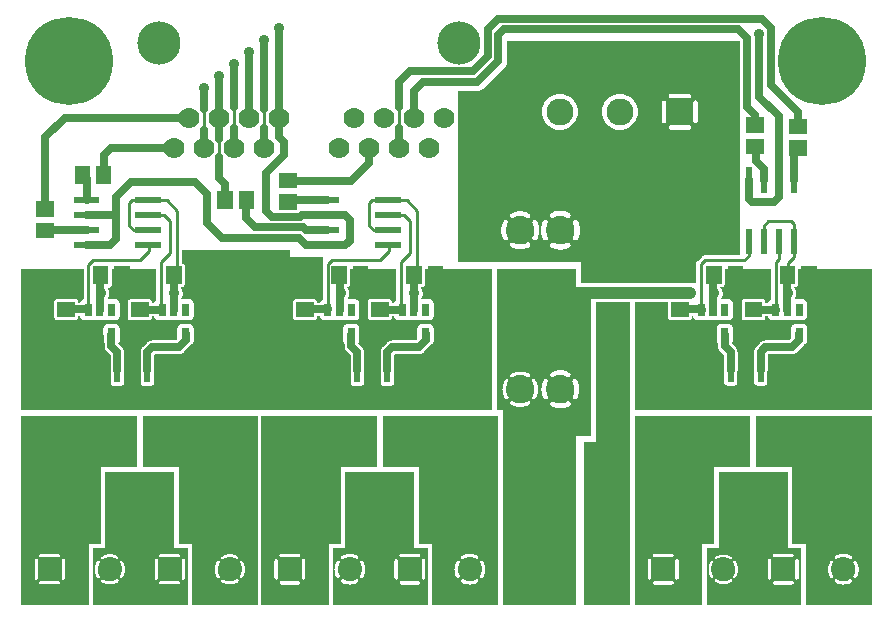
<source format=gbr>
G04 start of page 2 for group 0 idx 0 *
G04 Title: (unknown), component *
G04 Creator: pcb 20110918 *
G04 CreationDate: Tue 11 Feb 2014 10:14:15 PM GMT UTC *
G04 For: ndholmes *
G04 Format: Gerber/RS-274X *
G04 PCB-Dimensions: 285500 200000 *
G04 PCB-Coordinate-Origin: lower left *
%MOIN*%
%FSLAX25Y25*%
%LNTOP*%
%ADD33C,0.0550*%
%ADD32C,0.1285*%
%ADD31C,0.1280*%
%ADD30C,0.0350*%
%ADD29C,0.0480*%
%ADD28C,0.0640*%
%ADD27C,0.0200*%
%ADD26C,0.0360*%
%ADD25R,0.0430X0.0430*%
%ADD24R,0.0787X0.0787*%
%ADD23R,0.0200X0.0200*%
%ADD22R,0.0240X0.0240*%
%ADD21R,0.0512X0.0512*%
%ADD20C,0.0900*%
%ADD19C,0.2937*%
%ADD18C,0.1440*%
%ADD17C,0.0700*%
%ADD16C,0.0800*%
%ADD15C,0.0940*%
%ADD14C,0.0400*%
%ADD13C,0.0100*%
%ADD12C,0.0250*%
%ADD11C,0.0001*%
G54D11*G36*
X125950Y46000D02*X132000D01*
Y18600D01*
X127600D01*
X127514Y18595D01*
X127430Y18575D01*
X127350Y18542D01*
X127276Y18496D01*
X127210Y18440D01*
X127154Y18374D01*
X127108Y18300D01*
X127075Y18220D01*
X127055Y18136D01*
X127048Y18050D01*
X127055Y17964D01*
X127075Y17880D01*
X127108Y17800D01*
X127154Y17726D01*
X127210Y17660D01*
X127276Y17604D01*
X127350Y17558D01*
X127430Y17525D01*
X127514Y17505D01*
X127600Y17500D01*
X132000D01*
Y9500D01*
X127600D01*
X127514Y9495D01*
X127430Y9475D01*
X127350Y9442D01*
X127276Y9396D01*
X127210Y9340D01*
X127154Y9274D01*
X127108Y9200D01*
X127075Y9120D01*
X127055Y9036D01*
X127048Y8950D01*
X127055Y8864D01*
X127075Y8780D01*
X127108Y8700D01*
X127154Y8626D01*
X127210Y8560D01*
X127276Y8504D01*
X127350Y8458D01*
X127430Y8425D01*
X127514Y8405D01*
X127600Y8400D01*
X132000D01*
Y8000D01*
X125950D01*
Y10048D01*
X126036Y10055D01*
X126120Y10075D01*
X126200Y10108D01*
X126274Y10154D01*
X126340Y10210D01*
X126396Y10276D01*
X126442Y10350D01*
X126475Y10430D01*
X126495Y10514D01*
X126500Y10600D01*
Y16400D01*
X126495Y16486D01*
X126475Y16570D01*
X126442Y16650D01*
X126396Y16724D01*
X126340Y16790D01*
X126274Y16846D01*
X126200Y16892D01*
X126120Y16925D01*
X126036Y16945D01*
X125950Y16952D01*
Y46000D01*
G37*
G36*
X114722D02*X125950D01*
Y16952D01*
X125864Y16945D01*
X125780Y16925D01*
X125700Y16892D01*
X125626Y16846D01*
X125560Y16790D01*
X125504Y16724D01*
X125458Y16650D01*
X125425Y16570D01*
X125405Y16486D01*
X125400Y16400D01*
Y10600D01*
X125405Y10514D01*
X125425Y10430D01*
X125458Y10350D01*
X125504Y10276D01*
X125560Y10210D01*
X125626Y10154D01*
X125700Y10108D01*
X125780Y10075D01*
X125864Y10055D01*
X125950Y10048D01*
Y8000D01*
X114722D01*
Y10705D01*
X114755Y10729D01*
X114816Y10791D01*
X114865Y10862D01*
X115090Y11265D01*
X115274Y11690D01*
X115418Y12129D01*
X115522Y12580D01*
X115584Y13038D01*
X115605Y13500D01*
X115584Y13962D01*
X115522Y14420D01*
X115418Y14871D01*
X115274Y15310D01*
X115090Y15735D01*
X114869Y16141D01*
X114819Y16212D01*
X114758Y16274D01*
X114722Y16300D01*
Y46000D01*
G37*
G36*
X109000D02*X114722D01*
Y16300D01*
X114687Y16326D01*
X114610Y16366D01*
X114527Y16393D01*
X114441Y16407D01*
X114354Y16408D01*
X114268Y16395D01*
X114184Y16368D01*
X114107Y16329D01*
X114036Y16278D01*
X113974Y16217D01*
X113922Y16147D01*
X113882Y16069D01*
X113854Y15987D01*
X113840Y15901D01*
X113840Y15813D01*
X113853Y15727D01*
X113879Y15644D01*
X113920Y15567D01*
X114096Y15251D01*
X114240Y14918D01*
X114353Y14574D01*
X114434Y14221D01*
X114484Y13862D01*
X114500Y13500D01*
X114484Y13138D01*
X114434Y12779D01*
X114353Y12426D01*
X114240Y12082D01*
X114096Y11749D01*
X113923Y11431D01*
X113883Y11354D01*
X113857Y11272D01*
X113844Y11186D01*
X113844Y11100D01*
X113858Y11014D01*
X113886Y10932D01*
X113925Y10855D01*
X113977Y10786D01*
X114038Y10725D01*
X114109Y10674D01*
X114186Y10636D01*
X114269Y10609D01*
X114354Y10596D01*
X114441Y10597D01*
X114526Y10611D01*
X114608Y10638D01*
X114685Y10678D01*
X114722Y10705D01*
Y8000D01*
X109000D01*
Y8625D01*
X109129Y8582D01*
X109580Y8478D01*
X110038Y8416D01*
X110500Y8395D01*
X110962Y8416D01*
X111420Y8478D01*
X111871Y8582D01*
X112310Y8726D01*
X112735Y8910D01*
X113141Y9131D01*
X113212Y9181D01*
X113274Y9242D01*
X113326Y9313D01*
X113366Y9390D01*
X113393Y9473D01*
X113407Y9559D01*
X113408Y9646D01*
X113395Y9732D01*
X113368Y9816D01*
X113329Y9893D01*
X113278Y9964D01*
X113217Y10026D01*
X113147Y10078D01*
X113069Y10118D01*
X112987Y10146D01*
X112901Y10160D01*
X112813Y10160D01*
X112727Y10147D01*
X112644Y10121D01*
X112567Y10080D01*
X112251Y9904D01*
X111918Y9760D01*
X111574Y9647D01*
X111221Y9566D01*
X110862Y9516D01*
X110500Y9500D01*
X110138Y9516D01*
X109779Y9566D01*
X109426Y9647D01*
X109082Y9760D01*
X109000Y9795D01*
Y17205D01*
X109082Y17240D01*
X109426Y17353D01*
X109779Y17435D01*
X110138Y17484D01*
X110500Y17500D01*
X110862Y17484D01*
X111221Y17435D01*
X111574Y17353D01*
X111918Y17240D01*
X112251Y17096D01*
X112569Y16923D01*
X112646Y16883D01*
X112728Y16857D01*
X112814Y16844D01*
X112900Y16844D01*
X112986Y16858D01*
X113068Y16886D01*
X113145Y16925D01*
X113214Y16977D01*
X113275Y17038D01*
X113326Y17109D01*
X113364Y17186D01*
X113391Y17269D01*
X113404Y17354D01*
X113403Y17441D01*
X113389Y17526D01*
X113362Y17608D01*
X113322Y17685D01*
X113271Y17755D01*
X113209Y17816D01*
X113138Y17865D01*
X112735Y18090D01*
X112310Y18274D01*
X111871Y18418D01*
X111420Y18522D01*
X110962Y18584D01*
X110500Y18605D01*
X110038Y18584D01*
X109580Y18522D01*
X109129Y18418D01*
X109000Y18375D01*
Y46000D01*
G37*
G36*
X121500Y64500D02*X160000D01*
Y47500D01*
X121500D01*
Y64500D01*
G37*
G36*
X133500Y51500D02*X160000D01*
Y22000D01*
X133500D01*
Y51500D01*
G37*
G36*
X154722Y23500D02*X160000D01*
Y1500D01*
X154722D01*
Y10705D01*
X154755Y10729D01*
X154816Y10791D01*
X154865Y10862D01*
X155090Y11265D01*
X155274Y11690D01*
X155418Y12129D01*
X155522Y12580D01*
X155584Y13038D01*
X155605Y13500D01*
X155584Y13962D01*
X155522Y14420D01*
X155418Y14871D01*
X155274Y15310D01*
X155090Y15735D01*
X154869Y16141D01*
X154819Y16212D01*
X154758Y16274D01*
X154722Y16300D01*
Y23500D01*
G37*
G36*
X150502D02*X154722D01*
Y16300D01*
X154687Y16326D01*
X154610Y16366D01*
X154527Y16393D01*
X154441Y16407D01*
X154354Y16408D01*
X154268Y16395D01*
X154184Y16368D01*
X154107Y16329D01*
X154036Y16278D01*
X153974Y16217D01*
X153922Y16147D01*
X153882Y16069D01*
X153854Y15987D01*
X153840Y15901D01*
X153840Y15813D01*
X153853Y15727D01*
X153879Y15644D01*
X153920Y15567D01*
X154096Y15251D01*
X154240Y14918D01*
X154353Y14574D01*
X154434Y14221D01*
X154484Y13862D01*
X154500Y13500D01*
X154484Y13138D01*
X154434Y12779D01*
X154353Y12426D01*
X154240Y12082D01*
X154096Y11749D01*
X153923Y11431D01*
X153883Y11354D01*
X153857Y11272D01*
X153844Y11186D01*
X153844Y11100D01*
X153858Y11014D01*
X153886Y10932D01*
X153925Y10855D01*
X153977Y10786D01*
X154038Y10725D01*
X154109Y10674D01*
X154186Y10636D01*
X154269Y10609D01*
X154354Y10596D01*
X154441Y10597D01*
X154526Y10611D01*
X154608Y10638D01*
X154685Y10678D01*
X154722Y10705D01*
Y1500D01*
X150502D01*
Y8395D01*
X150962Y8416D01*
X151420Y8478D01*
X151871Y8582D01*
X152310Y8726D01*
X152735Y8910D01*
X153141Y9131D01*
X153212Y9181D01*
X153274Y9242D01*
X153326Y9313D01*
X153366Y9390D01*
X153393Y9473D01*
X153407Y9559D01*
X153408Y9646D01*
X153395Y9732D01*
X153368Y9816D01*
X153329Y9893D01*
X153278Y9964D01*
X153217Y10026D01*
X153147Y10078D01*
X153069Y10118D01*
X152987Y10146D01*
X152901Y10160D01*
X152813Y10160D01*
X152727Y10147D01*
X152644Y10121D01*
X152567Y10080D01*
X152251Y9904D01*
X151918Y9760D01*
X151574Y9647D01*
X151221Y9566D01*
X150862Y9516D01*
X150502Y9500D01*
Y17500D01*
X150862Y17484D01*
X151221Y17435D01*
X151574Y17353D01*
X151918Y17240D01*
X152251Y17096D01*
X152569Y16923D01*
X152646Y16883D01*
X152728Y16857D01*
X152814Y16844D01*
X152900Y16844D01*
X152986Y16858D01*
X153068Y16886D01*
X153145Y16925D01*
X153214Y16977D01*
X153275Y17038D01*
X153326Y17109D01*
X153364Y17186D01*
X153391Y17269D01*
X153404Y17354D01*
X153403Y17441D01*
X153389Y17526D01*
X153362Y17608D01*
X153322Y17685D01*
X153271Y17755D01*
X153209Y17816D01*
X153138Y17865D01*
X152735Y18090D01*
X152310Y18274D01*
X151871Y18418D01*
X151420Y18522D01*
X150962Y18584D01*
X150502Y18605D01*
Y23500D01*
G37*
G36*
X146278D02*X150502D01*
Y18605D01*
X150500Y18605D01*
X150038Y18584D01*
X149580Y18522D01*
X149129Y18418D01*
X148690Y18274D01*
X148265Y18090D01*
X147859Y17869D01*
X147788Y17819D01*
X147726Y17758D01*
X147674Y17687D01*
X147634Y17610D01*
X147607Y17527D01*
X147593Y17441D01*
X147592Y17354D01*
X147605Y17268D01*
X147632Y17184D01*
X147671Y17107D01*
X147722Y17036D01*
X147783Y16974D01*
X147853Y16922D01*
X147931Y16882D01*
X148013Y16854D01*
X148099Y16840D01*
X148187Y16840D01*
X148273Y16853D01*
X148356Y16879D01*
X148433Y16920D01*
X148749Y17096D01*
X149082Y17240D01*
X149426Y17353D01*
X149779Y17435D01*
X150138Y17484D01*
X150500Y17500D01*
X150502Y17500D01*
Y9500D01*
X150500Y9500D01*
X150138Y9516D01*
X149779Y9566D01*
X149426Y9647D01*
X149082Y9760D01*
X148749Y9904D01*
X148431Y10077D01*
X148354Y10117D01*
X148272Y10143D01*
X148186Y10156D01*
X148100Y10156D01*
X148014Y10142D01*
X147932Y10114D01*
X147855Y10075D01*
X147786Y10023D01*
X147725Y9962D01*
X147674Y9891D01*
X147636Y9814D01*
X147609Y9731D01*
X147596Y9646D01*
X147597Y9559D01*
X147611Y9474D01*
X147638Y9392D01*
X147678Y9315D01*
X147729Y9245D01*
X147791Y9184D01*
X147862Y9135D01*
X148265Y8910D01*
X148690Y8726D01*
X149129Y8582D01*
X149580Y8478D01*
X150038Y8416D01*
X150500Y8395D01*
X150502Y8395D01*
Y1500D01*
X146278D01*
Y10700D01*
X146313Y10674D01*
X146390Y10634D01*
X146473Y10607D01*
X146559Y10593D01*
X146646Y10592D01*
X146732Y10605D01*
X146816Y10632D01*
X146893Y10671D01*
X146964Y10722D01*
X147026Y10783D01*
X147078Y10853D01*
X147118Y10931D01*
X147146Y11013D01*
X147160Y11099D01*
X147160Y11187D01*
X147147Y11273D01*
X147121Y11356D01*
X147080Y11433D01*
X146904Y11749D01*
X146760Y12082D01*
X146647Y12426D01*
X146565Y12779D01*
X146516Y13138D01*
X146500Y13500D01*
X146516Y13862D01*
X146565Y14221D01*
X146647Y14574D01*
X146760Y14918D01*
X146904Y15251D01*
X147077Y15569D01*
X147117Y15646D01*
X147143Y15728D01*
X147156Y15814D01*
X147156Y15900D01*
X147142Y15986D01*
X147114Y16068D01*
X147075Y16145D01*
X147023Y16214D01*
X146962Y16275D01*
X146891Y16326D01*
X146814Y16364D01*
X146731Y16391D01*
X146646Y16404D01*
X146559Y16403D01*
X146474Y16389D01*
X146392Y16362D01*
X146315Y16322D01*
X146278Y16295D01*
Y23500D01*
G37*
G36*
X138000D02*X146278D01*
Y16295D01*
X146245Y16271D01*
X146184Y16209D01*
X146135Y16138D01*
X145910Y15735D01*
X145726Y15310D01*
X145582Y14871D01*
X145478Y14420D01*
X145416Y13962D01*
X145395Y13500D01*
X145416Y13038D01*
X145478Y12580D01*
X145582Y12129D01*
X145726Y11690D01*
X145910Y11265D01*
X146131Y10859D01*
X146181Y10788D01*
X146242Y10726D01*
X146278Y10700D01*
Y1500D01*
X138000D01*
Y23500D01*
G37*
G36*
X161500Y64500D02*X186000D01*
Y1500D01*
X161500D01*
Y64500D01*
G37*
G36*
X188500Y56000D02*X195000D01*
Y1500D01*
X188500D01*
Y56000D01*
G37*
G36*
X41500Y64500D02*X80000D01*
Y47500D01*
X41500D01*
Y64500D01*
G37*
G36*
X39500D02*Y47500D01*
X1000D01*
Y64500D01*
X39500D01*
G37*
G36*
X27500Y48500D02*Y22000D01*
X1000D01*
Y48500D01*
X27500D01*
G37*
G36*
X119500Y64500D02*Y47500D01*
X81000D01*
Y64500D01*
X119500D01*
G37*
G36*
X107500Y48500D02*Y22000D01*
X81000D01*
Y48500D01*
X107500D01*
G37*
G36*
X55000Y20500D02*X56500D01*
Y6500D01*
X55000D01*
Y9998D01*
X55078Y10005D01*
X55155Y10023D01*
X55228Y10053D01*
X55295Y10094D01*
X55355Y10145D01*
X55406Y10205D01*
X55447Y10272D01*
X55477Y10345D01*
X55495Y10422D01*
X55500Y10500D01*
Y16500D01*
X55495Y16578D01*
X55477Y16655D01*
X55447Y16728D01*
X55406Y16795D01*
X55355Y16855D01*
X55295Y16906D01*
X55228Y16947D01*
X55155Y16977D01*
X55078Y16995D01*
X55000Y17002D01*
Y20500D01*
G37*
G36*
X50500D02*X55000D01*
Y17002D01*
X54922Y16995D01*
X54845Y16977D01*
X54772Y16947D01*
X54705Y16906D01*
X54645Y16855D01*
X54594Y16795D01*
X54553Y16728D01*
X54523Y16655D01*
X54505Y16578D01*
X54500Y16500D01*
Y10500D01*
X54505Y10422D01*
X54523Y10345D01*
X54553Y10272D01*
X54594Y10205D01*
X54645Y10145D01*
X54705Y10094D01*
X54772Y10053D01*
X54845Y10023D01*
X54922Y10005D01*
X55000Y9998D01*
Y6500D01*
X50500D01*
Y8500D01*
X53500D01*
X53578Y8505D01*
X53655Y8523D01*
X53728Y8553D01*
X53795Y8594D01*
X53855Y8645D01*
X53906Y8705D01*
X53947Y8772D01*
X53977Y8845D01*
X53995Y8922D01*
X54002Y9000D01*
X53995Y9078D01*
X53977Y9155D01*
X53947Y9228D01*
X53906Y9295D01*
X53855Y9355D01*
X53795Y9406D01*
X53728Y9447D01*
X53655Y9477D01*
X53578Y9495D01*
X53500Y9500D01*
X50500D01*
Y17500D01*
X53500D01*
X53578Y17505D01*
X53655Y17523D01*
X53728Y17553D01*
X53795Y17594D01*
X53855Y17645D01*
X53906Y17705D01*
X53947Y17772D01*
X53977Y17845D01*
X53995Y17922D01*
X54002Y18000D01*
X53995Y18078D01*
X53977Y18155D01*
X53947Y18228D01*
X53906Y18295D01*
X53855Y18355D01*
X53795Y18406D01*
X53728Y18447D01*
X53655Y18477D01*
X53578Y18495D01*
X53500Y18500D01*
X50500D01*
Y20500D01*
G37*
G36*
X46000D02*X50500D01*
Y18500D01*
X47500D01*
X47422Y18495D01*
X47345Y18477D01*
X47272Y18447D01*
X47205Y18406D01*
X47145Y18355D01*
X47094Y18295D01*
X47053Y18228D01*
X47023Y18155D01*
X47005Y18078D01*
X46998Y18000D01*
X47005Y17922D01*
X47023Y17845D01*
X47053Y17772D01*
X47094Y17705D01*
X47145Y17645D01*
X47205Y17594D01*
X47272Y17553D01*
X47345Y17523D01*
X47422Y17505D01*
X47500Y17500D01*
X50500D01*
Y9500D01*
X47500D01*
X47422Y9495D01*
X47345Y9477D01*
X47272Y9447D01*
X47205Y9406D01*
X47145Y9355D01*
X47094Y9295D01*
X47053Y9228D01*
X47023Y9155D01*
X47005Y9078D01*
X46998Y9000D01*
X47005Y8922D01*
X47023Y8845D01*
X47053Y8772D01*
X47094Y8705D01*
X47145Y8645D01*
X47205Y8594D01*
X47272Y8553D01*
X47345Y8523D01*
X47422Y8505D01*
X47500Y8500D01*
X50500D01*
Y6500D01*
X46000D01*
Y9998D01*
X46078Y10005D01*
X46155Y10023D01*
X46228Y10053D01*
X46295Y10094D01*
X46355Y10145D01*
X46406Y10205D01*
X46447Y10272D01*
X46477Y10345D01*
X46495Y10422D01*
X46500Y10500D01*
Y16500D01*
X46495Y16578D01*
X46477Y16655D01*
X46447Y16728D01*
X46406Y16795D01*
X46355Y16855D01*
X46295Y16906D01*
X46228Y16947D01*
X46155Y16977D01*
X46078Y16995D01*
X46000Y17002D01*
Y20500D01*
G37*
G36*
X34653D02*X46000D01*
Y17002D01*
X45922Y16995D01*
X45845Y16977D01*
X45772Y16947D01*
X45705Y16906D01*
X45645Y16855D01*
X45594Y16795D01*
X45553Y16728D01*
X45523Y16655D01*
X45505Y16578D01*
X45500Y16500D01*
Y10500D01*
X45505Y10422D01*
X45523Y10345D01*
X45553Y10272D01*
X45594Y10205D01*
X45645Y10145D01*
X45705Y10094D01*
X45772Y10053D01*
X45845Y10023D01*
X45922Y10005D01*
X46000Y9998D01*
Y6500D01*
X34653D01*
Y10738D01*
X34682Y10767D01*
X34728Y10831D01*
X34964Y11236D01*
X35157Y11665D01*
X35308Y12109D01*
X35418Y12566D01*
X35483Y13031D01*
X35506Y13500D01*
X35483Y13969D01*
X35418Y14434D01*
X35308Y14891D01*
X35157Y15335D01*
X34964Y15764D01*
X34732Y16172D01*
X34685Y16236D01*
X34653Y16268D01*
Y20500D01*
G37*
G36*
X30502D02*X34653D01*
Y16268D01*
X34628Y16292D01*
X34564Y16337D01*
X34492Y16372D01*
X34417Y16396D01*
X34338Y16407D01*
X34259Y16406D01*
X34180Y16393D01*
X34105Y16367D01*
X34035Y16330D01*
X33971Y16283D01*
X33916Y16226D01*
X33870Y16161D01*
X33835Y16090D01*
X33812Y16014D01*
X33800Y15935D01*
X33801Y15856D01*
X33815Y15778D01*
X33840Y15703D01*
X33879Y15633D01*
X34068Y15309D01*
X34221Y14967D01*
X34342Y14612D01*
X34430Y14246D01*
X34482Y13875D01*
X34500Y13500D01*
X34482Y13125D01*
X34430Y12754D01*
X34342Y12388D01*
X34221Y12033D01*
X34068Y11691D01*
X33882Y11365D01*
X33844Y11296D01*
X33819Y11221D01*
X33806Y11144D01*
X33805Y11065D01*
X33816Y10987D01*
X33839Y10912D01*
X33874Y10841D01*
X33919Y10777D01*
X33974Y10721D01*
X34037Y10673D01*
X34107Y10637D01*
X34181Y10612D01*
X34259Y10598D01*
X34338Y10597D01*
X34416Y10608D01*
X34491Y10632D01*
X34561Y10666D01*
X34626Y10712D01*
X34653Y10738D01*
Y6500D01*
X30502D01*
Y8495D01*
X30969Y8517D01*
X31434Y8582D01*
X31891Y8692D01*
X32335Y8843D01*
X32764Y9036D01*
X33172Y9268D01*
X33236Y9315D01*
X33292Y9372D01*
X33337Y9436D01*
X33372Y9508D01*
X33396Y9583D01*
X33407Y9662D01*
X33406Y9741D01*
X33393Y9820D01*
X33367Y9895D01*
X33330Y9965D01*
X33283Y10029D01*
X33226Y10084D01*
X33161Y10130D01*
X33090Y10165D01*
X33014Y10188D01*
X32935Y10200D01*
X32856Y10199D01*
X32778Y10185D01*
X32703Y10160D01*
X32633Y10121D01*
X32309Y9932D01*
X31967Y9779D01*
X31612Y9658D01*
X31246Y9570D01*
X30875Y9518D01*
X30502Y9500D01*
Y17500D01*
X30875Y17482D01*
X31246Y17430D01*
X31612Y17342D01*
X31967Y17221D01*
X32309Y17068D01*
X32635Y16882D01*
X32704Y16844D01*
X32779Y16819D01*
X32856Y16806D01*
X32935Y16805D01*
X33013Y16816D01*
X33088Y16839D01*
X33159Y16874D01*
X33223Y16919D01*
X33279Y16974D01*
X33327Y17037D01*
X33363Y17107D01*
X33388Y17181D01*
X33402Y17259D01*
X33403Y17338D01*
X33392Y17416D01*
X33368Y17491D01*
X33334Y17561D01*
X33288Y17626D01*
X33233Y17682D01*
X33169Y17728D01*
X32764Y17964D01*
X32335Y18157D01*
X31891Y18308D01*
X31434Y18418D01*
X30969Y18483D01*
X30502Y18505D01*
Y20500D01*
G37*
G36*
X26347D02*X30502D01*
Y18505D01*
X30500Y18506D01*
X30031Y18483D01*
X29566Y18418D01*
X29109Y18308D01*
X28665Y18157D01*
X28236Y17964D01*
X27828Y17732D01*
X27764Y17685D01*
X27708Y17628D01*
X27663Y17564D01*
X27628Y17492D01*
X27604Y17417D01*
X27593Y17338D01*
X27594Y17259D01*
X27607Y17180D01*
X27633Y17105D01*
X27670Y17035D01*
X27717Y16971D01*
X27774Y16916D01*
X27839Y16870D01*
X27910Y16835D01*
X27986Y16812D01*
X28065Y16800D01*
X28144Y16801D01*
X28222Y16815D01*
X28297Y16840D01*
X28367Y16879D01*
X28691Y17068D01*
X29033Y17221D01*
X29388Y17342D01*
X29754Y17430D01*
X30125Y17482D01*
X30500Y17500D01*
X30502Y17500D01*
Y9500D01*
X30500Y9500D01*
X30125Y9518D01*
X29754Y9570D01*
X29388Y9658D01*
X29033Y9779D01*
X28691Y9932D01*
X28364Y10118D01*
X28296Y10156D01*
X28221Y10181D01*
X28144Y10194D01*
X28065Y10195D01*
X27987Y10184D01*
X27912Y10161D01*
X27841Y10126D01*
X27777Y10081D01*
X27721Y10026D01*
X27673Y9963D01*
X27637Y9893D01*
X27612Y9819D01*
X27598Y9741D01*
X27597Y9662D01*
X27608Y9584D01*
X27632Y9509D01*
X27666Y9439D01*
X27712Y9374D01*
X27767Y9318D01*
X27831Y9272D01*
X28236Y9036D01*
X28665Y8843D01*
X29109Y8692D01*
X29566Y8582D01*
X30031Y8517D01*
X30500Y8494D01*
X30502Y8495D01*
Y6500D01*
X26347D01*
Y10732D01*
X26372Y10708D01*
X26436Y10663D01*
X26508Y10628D01*
X26583Y10604D01*
X26662Y10593D01*
X26741Y10594D01*
X26820Y10607D01*
X26895Y10633D01*
X26965Y10670D01*
X27029Y10717D01*
X27084Y10774D01*
X27130Y10839D01*
X27165Y10910D01*
X27188Y10986D01*
X27200Y11065D01*
X27199Y11144D01*
X27185Y11222D01*
X27160Y11297D01*
X27121Y11367D01*
X26932Y11691D01*
X26779Y12033D01*
X26658Y12388D01*
X26570Y12754D01*
X26518Y13125D01*
X26500Y13500D01*
X26518Y13875D01*
X26570Y14246D01*
X26658Y14612D01*
X26779Y14967D01*
X26932Y15309D01*
X27118Y15635D01*
X27156Y15704D01*
X27181Y15779D01*
X27194Y15856D01*
X27195Y15935D01*
X27184Y16013D01*
X27161Y16088D01*
X27126Y16159D01*
X27081Y16223D01*
X27026Y16279D01*
X26963Y16327D01*
X26893Y16363D01*
X26819Y16388D01*
X26741Y16402D01*
X26662Y16403D01*
X26584Y16392D01*
X26509Y16368D01*
X26439Y16334D01*
X26374Y16288D01*
X26347Y16262D01*
Y20500D01*
G37*
G36*
X25000D02*X26347D01*
Y16262D01*
X26318Y16233D01*
X26272Y16169D01*
X26036Y15764D01*
X25843Y15335D01*
X25692Y14891D01*
X25582Y14434D01*
X25517Y13969D01*
X25494Y13500D01*
X25517Y13031D01*
X25582Y12566D01*
X25692Y12109D01*
X25843Y11665D01*
X26036Y11236D01*
X26268Y10828D01*
X26315Y10764D01*
X26347Y10732D01*
Y6500D01*
X25000D01*
Y20500D01*
G37*
G36*
X46000Y46000D02*X52000D01*
Y18500D01*
X47500D01*
X47422Y18495D01*
X47345Y18477D01*
X47272Y18447D01*
X47205Y18406D01*
X47145Y18355D01*
X47094Y18295D01*
X47053Y18228D01*
X47023Y18155D01*
X47005Y18078D01*
X46998Y18000D01*
X47005Y17922D01*
X47023Y17845D01*
X47053Y17772D01*
X47094Y17705D01*
X47145Y17645D01*
X47205Y17594D01*
X47272Y17553D01*
X47345Y17523D01*
X47422Y17505D01*
X47500Y17500D01*
X52000D01*
Y9500D01*
X47500D01*
X47422Y9495D01*
X47345Y9477D01*
X47272Y9447D01*
X47205Y9406D01*
X47145Y9355D01*
X47094Y9295D01*
X47053Y9228D01*
X47023Y9155D01*
X47005Y9078D01*
X46998Y9000D01*
X47005Y8922D01*
X47023Y8845D01*
X47053Y8772D01*
X47094Y8705D01*
X47145Y8645D01*
X47205Y8594D01*
X47272Y8553D01*
X47345Y8523D01*
X47422Y8505D01*
X47500Y8500D01*
X52000D01*
Y8000D01*
X46000D01*
Y9998D01*
X46078Y10005D01*
X46155Y10023D01*
X46228Y10053D01*
X46295Y10094D01*
X46355Y10145D01*
X46406Y10205D01*
X46447Y10272D01*
X46477Y10345D01*
X46495Y10422D01*
X46500Y10500D01*
Y16500D01*
X46495Y16578D01*
X46477Y16655D01*
X46447Y16728D01*
X46406Y16795D01*
X46355Y16855D01*
X46295Y16906D01*
X46228Y16947D01*
X46155Y16977D01*
X46078Y16995D01*
X46000Y17002D01*
Y46000D01*
G37*
G36*
X34653D02*X46000D01*
Y17002D01*
X45922Y16995D01*
X45845Y16977D01*
X45772Y16947D01*
X45705Y16906D01*
X45645Y16855D01*
X45594Y16795D01*
X45553Y16728D01*
X45523Y16655D01*
X45505Y16578D01*
X45500Y16500D01*
Y10500D01*
X45505Y10422D01*
X45523Y10345D01*
X45553Y10272D01*
X45594Y10205D01*
X45645Y10145D01*
X45705Y10094D01*
X45772Y10053D01*
X45845Y10023D01*
X45922Y10005D01*
X46000Y9998D01*
Y8000D01*
X34653D01*
Y10738D01*
X34682Y10767D01*
X34728Y10831D01*
X34964Y11236D01*
X35157Y11665D01*
X35308Y12109D01*
X35418Y12566D01*
X35483Y13031D01*
X35506Y13500D01*
X35483Y13969D01*
X35418Y14434D01*
X35308Y14891D01*
X35157Y15335D01*
X34964Y15764D01*
X34732Y16172D01*
X34685Y16236D01*
X34653Y16268D01*
Y46000D01*
G37*
G36*
X29000D02*X34653D01*
Y16268D01*
X34628Y16292D01*
X34564Y16337D01*
X34492Y16372D01*
X34417Y16396D01*
X34338Y16407D01*
X34259Y16406D01*
X34180Y16393D01*
X34105Y16367D01*
X34035Y16330D01*
X33971Y16283D01*
X33916Y16226D01*
X33870Y16161D01*
X33835Y16090D01*
X33812Y16014D01*
X33800Y15935D01*
X33801Y15856D01*
X33815Y15778D01*
X33840Y15703D01*
X33879Y15633D01*
X34068Y15309D01*
X34221Y14967D01*
X34342Y14612D01*
X34430Y14246D01*
X34482Y13875D01*
X34500Y13500D01*
X34482Y13125D01*
X34430Y12754D01*
X34342Y12388D01*
X34221Y12033D01*
X34068Y11691D01*
X33882Y11365D01*
X33844Y11296D01*
X33819Y11221D01*
X33806Y11144D01*
X33805Y11065D01*
X33816Y10987D01*
X33839Y10912D01*
X33874Y10841D01*
X33919Y10777D01*
X33974Y10721D01*
X34037Y10673D01*
X34107Y10637D01*
X34181Y10612D01*
X34259Y10598D01*
X34338Y10597D01*
X34416Y10608D01*
X34491Y10632D01*
X34561Y10666D01*
X34626Y10712D01*
X34653Y10738D01*
Y8000D01*
X29000D01*
Y8729D01*
X29109Y8692D01*
X29566Y8582D01*
X30031Y8517D01*
X30500Y8494D01*
X30969Y8517D01*
X31434Y8582D01*
X31891Y8692D01*
X32335Y8843D01*
X32764Y9036D01*
X33172Y9268D01*
X33236Y9315D01*
X33292Y9372D01*
X33337Y9436D01*
X33372Y9508D01*
X33396Y9583D01*
X33407Y9662D01*
X33406Y9741D01*
X33393Y9820D01*
X33367Y9895D01*
X33330Y9965D01*
X33283Y10029D01*
X33226Y10084D01*
X33161Y10130D01*
X33090Y10165D01*
X33014Y10188D01*
X32935Y10200D01*
X32856Y10199D01*
X32778Y10185D01*
X32703Y10160D01*
X32633Y10121D01*
X32309Y9932D01*
X31967Y9779D01*
X31612Y9658D01*
X31246Y9570D01*
X30875Y9518D01*
X30500Y9500D01*
X30125Y9518D01*
X29754Y9570D01*
X29388Y9658D01*
X29033Y9779D01*
X29000Y9794D01*
Y17206D01*
X29033Y17221D01*
X29388Y17342D01*
X29754Y17430D01*
X30125Y17482D01*
X30500Y17500D01*
X30875Y17482D01*
X31246Y17430D01*
X31612Y17342D01*
X31967Y17221D01*
X32309Y17068D01*
X32635Y16882D01*
X32704Y16844D01*
X32779Y16819D01*
X32856Y16806D01*
X32935Y16805D01*
X33013Y16816D01*
X33088Y16839D01*
X33159Y16874D01*
X33223Y16919D01*
X33279Y16974D01*
X33327Y17037D01*
X33363Y17107D01*
X33388Y17181D01*
X33402Y17259D01*
X33403Y17338D01*
X33392Y17416D01*
X33368Y17491D01*
X33334Y17561D01*
X33288Y17626D01*
X33233Y17682D01*
X33169Y17728D01*
X32764Y17964D01*
X32335Y18157D01*
X31891Y18308D01*
X31434Y18418D01*
X30969Y18483D01*
X30500Y18506D01*
X30031Y18483D01*
X29566Y18418D01*
X29109Y18308D01*
X29000Y18271D01*
Y46000D01*
G37*
G36*
X53500Y51500D02*X80000D01*
Y22000D01*
X53500D01*
Y51500D01*
G37*
G36*
X74653Y23500D02*X80000D01*
Y1500D01*
X74653D01*
Y10738D01*
X74682Y10767D01*
X74728Y10831D01*
X74964Y11236D01*
X75157Y11665D01*
X75308Y12109D01*
X75418Y12566D01*
X75483Y13031D01*
X75506Y13500D01*
X75483Y13969D01*
X75418Y14434D01*
X75308Y14891D01*
X75157Y15335D01*
X74964Y15764D01*
X74732Y16172D01*
X74685Y16236D01*
X74653Y16268D01*
Y23500D01*
G37*
G36*
X70502D02*X74653D01*
Y16268D01*
X74628Y16292D01*
X74564Y16337D01*
X74492Y16372D01*
X74417Y16396D01*
X74338Y16407D01*
X74259Y16406D01*
X74180Y16393D01*
X74105Y16367D01*
X74035Y16330D01*
X73971Y16283D01*
X73916Y16226D01*
X73870Y16161D01*
X73835Y16090D01*
X73812Y16014D01*
X73800Y15935D01*
X73801Y15856D01*
X73815Y15778D01*
X73840Y15703D01*
X73879Y15633D01*
X74068Y15309D01*
X74221Y14967D01*
X74342Y14612D01*
X74430Y14246D01*
X74482Y13875D01*
X74500Y13500D01*
X74482Y13125D01*
X74430Y12754D01*
X74342Y12388D01*
X74221Y12033D01*
X74068Y11691D01*
X73882Y11365D01*
X73844Y11296D01*
X73819Y11221D01*
X73806Y11144D01*
X73805Y11065D01*
X73816Y10987D01*
X73839Y10912D01*
X73874Y10841D01*
X73919Y10777D01*
X73974Y10721D01*
X74037Y10673D01*
X74107Y10637D01*
X74181Y10612D01*
X74259Y10598D01*
X74338Y10597D01*
X74416Y10608D01*
X74491Y10632D01*
X74561Y10666D01*
X74626Y10712D01*
X74653Y10738D01*
Y1500D01*
X70502D01*
Y8495D01*
X70969Y8517D01*
X71434Y8582D01*
X71891Y8692D01*
X72335Y8843D01*
X72764Y9036D01*
X73172Y9268D01*
X73236Y9315D01*
X73292Y9372D01*
X73337Y9436D01*
X73372Y9508D01*
X73396Y9583D01*
X73407Y9662D01*
X73406Y9741D01*
X73393Y9820D01*
X73367Y9895D01*
X73330Y9965D01*
X73283Y10029D01*
X73226Y10084D01*
X73161Y10130D01*
X73090Y10165D01*
X73014Y10188D01*
X72935Y10200D01*
X72856Y10199D01*
X72778Y10185D01*
X72703Y10160D01*
X72633Y10121D01*
X72309Y9932D01*
X71967Y9779D01*
X71612Y9658D01*
X71246Y9570D01*
X70875Y9518D01*
X70502Y9500D01*
Y17500D01*
X70875Y17482D01*
X71246Y17430D01*
X71612Y17342D01*
X71967Y17221D01*
X72309Y17068D01*
X72635Y16882D01*
X72704Y16844D01*
X72779Y16819D01*
X72856Y16806D01*
X72935Y16805D01*
X73013Y16816D01*
X73088Y16839D01*
X73159Y16874D01*
X73223Y16919D01*
X73279Y16974D01*
X73327Y17037D01*
X73363Y17107D01*
X73388Y17181D01*
X73402Y17259D01*
X73403Y17338D01*
X73392Y17416D01*
X73368Y17491D01*
X73334Y17561D01*
X73288Y17626D01*
X73233Y17682D01*
X73169Y17728D01*
X72764Y17964D01*
X72335Y18157D01*
X71891Y18308D01*
X71434Y18418D01*
X70969Y18483D01*
X70502Y18505D01*
Y23500D01*
G37*
G36*
X66347D02*X70502D01*
Y18505D01*
X70500Y18506D01*
X70031Y18483D01*
X69566Y18418D01*
X69109Y18308D01*
X68665Y18157D01*
X68236Y17964D01*
X67828Y17732D01*
X67764Y17685D01*
X67708Y17628D01*
X67663Y17564D01*
X67628Y17492D01*
X67604Y17417D01*
X67593Y17338D01*
X67594Y17259D01*
X67607Y17180D01*
X67633Y17105D01*
X67670Y17035D01*
X67717Y16971D01*
X67774Y16916D01*
X67839Y16870D01*
X67910Y16835D01*
X67986Y16812D01*
X68065Y16800D01*
X68144Y16801D01*
X68222Y16815D01*
X68297Y16840D01*
X68367Y16879D01*
X68691Y17068D01*
X69033Y17221D01*
X69388Y17342D01*
X69754Y17430D01*
X70125Y17482D01*
X70500Y17500D01*
X70502Y17500D01*
Y9500D01*
X70500Y9500D01*
X70125Y9518D01*
X69754Y9570D01*
X69388Y9658D01*
X69033Y9779D01*
X68691Y9932D01*
X68364Y10118D01*
X68296Y10156D01*
X68221Y10181D01*
X68144Y10194D01*
X68065Y10195D01*
X67987Y10184D01*
X67912Y10161D01*
X67841Y10126D01*
X67777Y10081D01*
X67721Y10026D01*
X67673Y9963D01*
X67637Y9893D01*
X67612Y9819D01*
X67598Y9741D01*
X67597Y9662D01*
X67608Y9584D01*
X67632Y9509D01*
X67666Y9439D01*
X67712Y9374D01*
X67767Y9318D01*
X67831Y9272D01*
X68236Y9036D01*
X68665Y8843D01*
X69109Y8692D01*
X69566Y8582D01*
X70031Y8517D01*
X70500Y8494D01*
X70502Y8495D01*
Y1500D01*
X66347D01*
Y10732D01*
X66372Y10708D01*
X66436Y10663D01*
X66508Y10628D01*
X66583Y10604D01*
X66662Y10593D01*
X66741Y10594D01*
X66820Y10607D01*
X66895Y10633D01*
X66965Y10670D01*
X67029Y10717D01*
X67084Y10774D01*
X67130Y10839D01*
X67165Y10910D01*
X67188Y10986D01*
X67200Y11065D01*
X67199Y11144D01*
X67185Y11222D01*
X67160Y11297D01*
X67121Y11367D01*
X66932Y11691D01*
X66779Y12033D01*
X66658Y12388D01*
X66570Y12754D01*
X66518Y13125D01*
X66500Y13500D01*
X66518Y13875D01*
X66570Y14246D01*
X66658Y14612D01*
X66779Y14967D01*
X66932Y15309D01*
X67118Y15635D01*
X67156Y15704D01*
X67181Y15779D01*
X67194Y15856D01*
X67195Y15935D01*
X67184Y16013D01*
X67161Y16088D01*
X67126Y16159D01*
X67081Y16223D01*
X67026Y16279D01*
X66963Y16327D01*
X66893Y16363D01*
X66819Y16388D01*
X66741Y16402D01*
X66662Y16403D01*
X66584Y16392D01*
X66509Y16368D01*
X66439Y16334D01*
X66374Y16288D01*
X66347Y16262D01*
Y23500D01*
G37*
G36*
X58000D02*X66347D01*
Y16262D01*
X66318Y16233D01*
X66272Y16169D01*
X66036Y15764D01*
X65843Y15335D01*
X65692Y14891D01*
X65582Y14434D01*
X65517Y13969D01*
X65494Y13500D01*
X65517Y13031D01*
X65582Y12566D01*
X65692Y12109D01*
X65843Y11665D01*
X66036Y11236D01*
X66268Y10828D01*
X66315Y10764D01*
X66347Y10732D01*
Y1500D01*
X58000D01*
Y23500D01*
G37*
G36*
X55000Y20500D02*X56500D01*
Y1500D01*
X55000D01*
Y9998D01*
X55078Y10005D01*
X55155Y10023D01*
X55228Y10053D01*
X55295Y10094D01*
X55355Y10145D01*
X55406Y10205D01*
X55447Y10272D01*
X55477Y10345D01*
X55495Y10422D01*
X55500Y10500D01*
Y16500D01*
X55495Y16578D01*
X55477Y16655D01*
X55447Y16728D01*
X55406Y16795D01*
X55355Y16855D01*
X55295Y16906D01*
X55228Y16947D01*
X55155Y16977D01*
X55078Y16995D01*
X55000Y17002D01*
Y20500D01*
G37*
G36*
X50500D02*X55000D01*
Y17002D01*
X54922Y16995D01*
X54845Y16977D01*
X54772Y16947D01*
X54705Y16906D01*
X54645Y16855D01*
X54594Y16795D01*
X54553Y16728D01*
X54523Y16655D01*
X54505Y16578D01*
X54500Y16500D01*
Y10500D01*
X54505Y10422D01*
X54523Y10345D01*
X54553Y10272D01*
X54594Y10205D01*
X54645Y10145D01*
X54705Y10094D01*
X54772Y10053D01*
X54845Y10023D01*
X54922Y10005D01*
X55000Y9998D01*
Y1500D01*
X50500D01*
Y8500D01*
X53500D01*
X53578Y8505D01*
X53655Y8523D01*
X53728Y8553D01*
X53795Y8594D01*
X53855Y8645D01*
X53906Y8705D01*
X53947Y8772D01*
X53977Y8845D01*
X53995Y8922D01*
X54002Y9000D01*
X53995Y9078D01*
X53977Y9155D01*
X53947Y9228D01*
X53906Y9295D01*
X53855Y9355D01*
X53795Y9406D01*
X53728Y9447D01*
X53655Y9477D01*
X53578Y9495D01*
X53500Y9500D01*
X50500D01*
Y17500D01*
X53500D01*
X53578Y17505D01*
X53655Y17523D01*
X53728Y17553D01*
X53795Y17594D01*
X53855Y17645D01*
X53906Y17705D01*
X53947Y17772D01*
X53977Y17845D01*
X53995Y17922D01*
X54002Y18000D01*
X53995Y18078D01*
X53977Y18155D01*
X53947Y18228D01*
X53906Y18295D01*
X53855Y18355D01*
X53795Y18406D01*
X53728Y18447D01*
X53655Y18477D01*
X53578Y18495D01*
X53500Y18500D01*
X50500D01*
Y20500D01*
G37*
G36*
X46000D02*X50500D01*
Y18500D01*
X47500D01*
X47422Y18495D01*
X47345Y18477D01*
X47272Y18447D01*
X47205Y18406D01*
X47145Y18355D01*
X47094Y18295D01*
X47053Y18228D01*
X47023Y18155D01*
X47005Y18078D01*
X46998Y18000D01*
X47005Y17922D01*
X47023Y17845D01*
X47053Y17772D01*
X47094Y17705D01*
X47145Y17645D01*
X47205Y17594D01*
X47272Y17553D01*
X47345Y17523D01*
X47422Y17505D01*
X47500Y17500D01*
X50500D01*
Y9500D01*
X47500D01*
X47422Y9495D01*
X47345Y9477D01*
X47272Y9447D01*
X47205Y9406D01*
X47145Y9355D01*
X47094Y9295D01*
X47053Y9228D01*
X47023Y9155D01*
X47005Y9078D01*
X46998Y9000D01*
X47005Y8922D01*
X47023Y8845D01*
X47053Y8772D01*
X47094Y8705D01*
X47145Y8645D01*
X47205Y8594D01*
X47272Y8553D01*
X47345Y8523D01*
X47422Y8505D01*
X47500Y8500D01*
X50500D01*
Y1500D01*
X46000D01*
Y9998D01*
X46078Y10005D01*
X46155Y10023D01*
X46228Y10053D01*
X46295Y10094D01*
X46355Y10145D01*
X46406Y10205D01*
X46447Y10272D01*
X46477Y10345D01*
X46495Y10422D01*
X46500Y10500D01*
Y16500D01*
X46495Y16578D01*
X46477Y16655D01*
X46447Y16728D01*
X46406Y16795D01*
X46355Y16855D01*
X46295Y16906D01*
X46228Y16947D01*
X46155Y16977D01*
X46078Y16995D01*
X46000Y17002D01*
Y20500D01*
G37*
G36*
X34653D02*X46000D01*
Y17002D01*
X45922Y16995D01*
X45845Y16977D01*
X45772Y16947D01*
X45705Y16906D01*
X45645Y16855D01*
X45594Y16795D01*
X45553Y16728D01*
X45523Y16655D01*
X45505Y16578D01*
X45500Y16500D01*
Y10500D01*
X45505Y10422D01*
X45523Y10345D01*
X45553Y10272D01*
X45594Y10205D01*
X45645Y10145D01*
X45705Y10094D01*
X45772Y10053D01*
X45845Y10023D01*
X45922Y10005D01*
X46000Y9998D01*
Y1500D01*
X34653D01*
Y10738D01*
X34682Y10767D01*
X34728Y10831D01*
X34964Y11236D01*
X35157Y11665D01*
X35308Y12109D01*
X35418Y12566D01*
X35483Y13031D01*
X35506Y13500D01*
X35483Y13969D01*
X35418Y14434D01*
X35308Y14891D01*
X35157Y15335D01*
X34964Y15764D01*
X34732Y16172D01*
X34685Y16236D01*
X34653Y16268D01*
Y20500D01*
G37*
G36*
X30502D02*X34653D01*
Y16268D01*
X34628Y16292D01*
X34564Y16337D01*
X34492Y16372D01*
X34417Y16396D01*
X34338Y16407D01*
X34259Y16406D01*
X34180Y16393D01*
X34105Y16367D01*
X34035Y16330D01*
X33971Y16283D01*
X33916Y16226D01*
X33870Y16161D01*
X33835Y16090D01*
X33812Y16014D01*
X33800Y15935D01*
X33801Y15856D01*
X33815Y15778D01*
X33840Y15703D01*
X33879Y15633D01*
X34068Y15309D01*
X34221Y14967D01*
X34342Y14612D01*
X34430Y14246D01*
X34482Y13875D01*
X34500Y13500D01*
X34482Y13125D01*
X34430Y12754D01*
X34342Y12388D01*
X34221Y12033D01*
X34068Y11691D01*
X33882Y11365D01*
X33844Y11296D01*
X33819Y11221D01*
X33806Y11144D01*
X33805Y11065D01*
X33816Y10987D01*
X33839Y10912D01*
X33874Y10841D01*
X33919Y10777D01*
X33974Y10721D01*
X34037Y10673D01*
X34107Y10637D01*
X34181Y10612D01*
X34259Y10598D01*
X34338Y10597D01*
X34416Y10608D01*
X34491Y10632D01*
X34561Y10666D01*
X34626Y10712D01*
X34653Y10738D01*
Y1500D01*
X30502D01*
Y8495D01*
X30969Y8517D01*
X31434Y8582D01*
X31891Y8692D01*
X32335Y8843D01*
X32764Y9036D01*
X33172Y9268D01*
X33236Y9315D01*
X33292Y9372D01*
X33337Y9436D01*
X33372Y9508D01*
X33396Y9583D01*
X33407Y9662D01*
X33406Y9741D01*
X33393Y9820D01*
X33367Y9895D01*
X33330Y9965D01*
X33283Y10029D01*
X33226Y10084D01*
X33161Y10130D01*
X33090Y10165D01*
X33014Y10188D01*
X32935Y10200D01*
X32856Y10199D01*
X32778Y10185D01*
X32703Y10160D01*
X32633Y10121D01*
X32309Y9932D01*
X31967Y9779D01*
X31612Y9658D01*
X31246Y9570D01*
X30875Y9518D01*
X30502Y9500D01*
Y17500D01*
X30875Y17482D01*
X31246Y17430D01*
X31612Y17342D01*
X31967Y17221D01*
X32309Y17068D01*
X32635Y16882D01*
X32704Y16844D01*
X32779Y16819D01*
X32856Y16806D01*
X32935Y16805D01*
X33013Y16816D01*
X33088Y16839D01*
X33159Y16874D01*
X33223Y16919D01*
X33279Y16974D01*
X33327Y17037D01*
X33363Y17107D01*
X33388Y17181D01*
X33402Y17259D01*
X33403Y17338D01*
X33392Y17416D01*
X33368Y17491D01*
X33334Y17561D01*
X33288Y17626D01*
X33233Y17682D01*
X33169Y17728D01*
X32764Y17964D01*
X32335Y18157D01*
X31891Y18308D01*
X31434Y18418D01*
X30969Y18483D01*
X30502Y18505D01*
Y20500D01*
G37*
G36*
X26347D02*X30502D01*
Y18505D01*
X30500Y18506D01*
X30031Y18483D01*
X29566Y18418D01*
X29109Y18308D01*
X28665Y18157D01*
X28236Y17964D01*
X27828Y17732D01*
X27764Y17685D01*
X27708Y17628D01*
X27663Y17564D01*
X27628Y17492D01*
X27604Y17417D01*
X27593Y17338D01*
X27594Y17259D01*
X27607Y17180D01*
X27633Y17105D01*
X27670Y17035D01*
X27717Y16971D01*
X27774Y16916D01*
X27839Y16870D01*
X27910Y16835D01*
X27986Y16812D01*
X28065Y16800D01*
X28144Y16801D01*
X28222Y16815D01*
X28297Y16840D01*
X28367Y16879D01*
X28691Y17068D01*
X29033Y17221D01*
X29388Y17342D01*
X29754Y17430D01*
X30125Y17482D01*
X30500Y17500D01*
X30502Y17500D01*
Y9500D01*
X30500Y9500D01*
X30125Y9518D01*
X29754Y9570D01*
X29388Y9658D01*
X29033Y9779D01*
X28691Y9932D01*
X28364Y10118D01*
X28296Y10156D01*
X28221Y10181D01*
X28144Y10194D01*
X28065Y10195D01*
X27987Y10184D01*
X27912Y10161D01*
X27841Y10126D01*
X27777Y10081D01*
X27721Y10026D01*
X27673Y9963D01*
X27637Y9893D01*
X27612Y9819D01*
X27598Y9741D01*
X27597Y9662D01*
X27608Y9584D01*
X27632Y9509D01*
X27666Y9439D01*
X27712Y9374D01*
X27767Y9318D01*
X27831Y9272D01*
X28236Y9036D01*
X28665Y8843D01*
X29109Y8692D01*
X29566Y8582D01*
X30031Y8517D01*
X30500Y8494D01*
X30502Y8495D01*
Y1500D01*
X26347D01*
Y10732D01*
X26372Y10708D01*
X26436Y10663D01*
X26508Y10628D01*
X26583Y10604D01*
X26662Y10593D01*
X26741Y10594D01*
X26820Y10607D01*
X26895Y10633D01*
X26965Y10670D01*
X27029Y10717D01*
X27084Y10774D01*
X27130Y10839D01*
X27165Y10910D01*
X27188Y10986D01*
X27200Y11065D01*
X27199Y11144D01*
X27185Y11222D01*
X27160Y11297D01*
X27121Y11367D01*
X26932Y11691D01*
X26779Y12033D01*
X26658Y12388D01*
X26570Y12754D01*
X26518Y13125D01*
X26500Y13500D01*
X26518Y13875D01*
X26570Y14246D01*
X26658Y14612D01*
X26779Y14967D01*
X26932Y15309D01*
X27118Y15635D01*
X27156Y15704D01*
X27181Y15779D01*
X27194Y15856D01*
X27195Y15935D01*
X27184Y16013D01*
X27161Y16088D01*
X27126Y16159D01*
X27081Y16223D01*
X27026Y16279D01*
X26963Y16327D01*
X26893Y16363D01*
X26819Y16388D01*
X26741Y16402D01*
X26662Y16403D01*
X26584Y16392D01*
X26509Y16368D01*
X26439Y16334D01*
X26374Y16288D01*
X26347Y16262D01*
Y20500D01*
G37*
G36*
X25000D02*X26347D01*
Y16262D01*
X26318Y16233D01*
X26272Y16169D01*
X26036Y15764D01*
X25843Y15335D01*
X25692Y14891D01*
X25582Y14434D01*
X25517Y13969D01*
X25494Y13500D01*
X25517Y13031D01*
X25582Y12566D01*
X25692Y12109D01*
X25843Y11665D01*
X26036Y11236D01*
X26268Y10828D01*
X26315Y10764D01*
X26347Y10732D01*
Y1500D01*
X25000D01*
Y20500D01*
G37*
G36*
X23500Y1500D02*X15000D01*
Y9998D01*
X15078Y10005D01*
X15155Y10023D01*
X15228Y10053D01*
X15295Y10094D01*
X15355Y10145D01*
X15406Y10205D01*
X15447Y10272D01*
X15477Y10345D01*
X15495Y10422D01*
X15500Y10500D01*
Y16500D01*
X15495Y16578D01*
X15477Y16655D01*
X15447Y16728D01*
X15406Y16795D01*
X15355Y16855D01*
X15295Y16906D01*
X15228Y16947D01*
X15155Y16977D01*
X15078Y16995D01*
X15000Y17002D01*
Y25000D01*
X23500D01*
Y1500D01*
G37*
G36*
X15000D02*X10500D01*
Y8500D01*
X13500D01*
X13578Y8505D01*
X13655Y8523D01*
X13728Y8553D01*
X13795Y8594D01*
X13855Y8645D01*
X13906Y8705D01*
X13947Y8772D01*
X13977Y8845D01*
X13995Y8922D01*
X14002Y9000D01*
X13995Y9078D01*
X13977Y9155D01*
X13947Y9228D01*
X13906Y9295D01*
X13855Y9355D01*
X13795Y9406D01*
X13728Y9447D01*
X13655Y9477D01*
X13578Y9495D01*
X13500Y9500D01*
X10500D01*
Y17500D01*
X13500D01*
X13578Y17505D01*
X13655Y17523D01*
X13728Y17553D01*
X13795Y17594D01*
X13855Y17645D01*
X13906Y17705D01*
X13947Y17772D01*
X13977Y17845D01*
X13995Y17922D01*
X14002Y18000D01*
X13995Y18078D01*
X13977Y18155D01*
X13947Y18228D01*
X13906Y18295D01*
X13855Y18355D01*
X13795Y18406D01*
X13728Y18447D01*
X13655Y18477D01*
X13578Y18495D01*
X13500Y18500D01*
X10500D01*
Y25000D01*
X15000D01*
Y17002D01*
X14922Y16995D01*
X14845Y16977D01*
X14772Y16947D01*
X14705Y16906D01*
X14645Y16855D01*
X14594Y16795D01*
X14553Y16728D01*
X14523Y16655D01*
X14505Y16578D01*
X14500Y16500D01*
Y10500D01*
X14505Y10422D01*
X14523Y10345D01*
X14553Y10272D01*
X14594Y10205D01*
X14645Y10145D01*
X14705Y10094D01*
X14772Y10053D01*
X14845Y10023D01*
X14922Y10005D01*
X15000Y9998D01*
Y1500D01*
G37*
G36*
X10500D02*X6000D01*
Y9998D01*
X6078Y10005D01*
X6155Y10023D01*
X6228Y10053D01*
X6295Y10094D01*
X6355Y10145D01*
X6406Y10205D01*
X6447Y10272D01*
X6477Y10345D01*
X6495Y10422D01*
X6500Y10500D01*
Y16500D01*
X6495Y16578D01*
X6477Y16655D01*
X6447Y16728D01*
X6406Y16795D01*
X6355Y16855D01*
X6295Y16906D01*
X6228Y16947D01*
X6155Y16977D01*
X6078Y16995D01*
X6000Y17002D01*
Y25000D01*
X10500D01*
Y18500D01*
X7500D01*
X7422Y18495D01*
X7345Y18477D01*
X7272Y18447D01*
X7205Y18406D01*
X7145Y18355D01*
X7094Y18295D01*
X7053Y18228D01*
X7023Y18155D01*
X7005Y18078D01*
X6998Y18000D01*
X7005Y17922D01*
X7023Y17845D01*
X7053Y17772D01*
X7094Y17705D01*
X7145Y17645D01*
X7205Y17594D01*
X7272Y17553D01*
X7345Y17523D01*
X7422Y17505D01*
X7500Y17500D01*
X10500D01*
Y9500D01*
X7500D01*
X7422Y9495D01*
X7345Y9477D01*
X7272Y9447D01*
X7205Y9406D01*
X7145Y9355D01*
X7094Y9295D01*
X7053Y9228D01*
X7023Y9155D01*
X7005Y9078D01*
X6998Y9000D01*
X7005Y8922D01*
X7023Y8845D01*
X7053Y8772D01*
X7094Y8705D01*
X7145Y8645D01*
X7205Y8594D01*
X7272Y8553D01*
X7345Y8523D01*
X7422Y8505D01*
X7500Y8500D01*
X10500D01*
Y1500D01*
G37*
G36*
X6000D02*X1000D01*
Y25000D01*
X6000D01*
Y17002D01*
X5922Y16995D01*
X5845Y16977D01*
X5772Y16947D01*
X5705Y16906D01*
X5645Y16855D01*
X5594Y16795D01*
X5553Y16728D01*
X5523Y16655D01*
X5505Y16578D01*
X5500Y16500D01*
Y10500D01*
X5505Y10422D01*
X5523Y10345D01*
X5553Y10272D01*
X5594Y10205D01*
X5645Y10145D01*
X5705Y10094D01*
X5772Y10053D01*
X5845Y10023D01*
X5922Y10005D01*
X6000Y9998D01*
Y1500D01*
G37*
G36*
X135050Y20500D02*X136500D01*
Y6500D01*
X135050D01*
Y10048D01*
X135136Y10055D01*
X135220Y10075D01*
X135300Y10108D01*
X135374Y10154D01*
X135440Y10210D01*
X135496Y10276D01*
X135542Y10350D01*
X135575Y10430D01*
X135595Y10514D01*
X135600Y10600D01*
Y16400D01*
X135595Y16486D01*
X135575Y16570D01*
X135542Y16650D01*
X135496Y16724D01*
X135440Y16790D01*
X135374Y16846D01*
X135300Y16892D01*
X135220Y16925D01*
X135136Y16945D01*
X135050Y16952D01*
Y20500D01*
G37*
G36*
X130500D02*X135050D01*
Y16952D01*
X134964Y16945D01*
X134880Y16925D01*
X134800Y16892D01*
X134726Y16846D01*
X134660Y16790D01*
X134604Y16724D01*
X134558Y16650D01*
X134525Y16570D01*
X134505Y16486D01*
X134500Y16400D01*
Y10600D01*
X134505Y10514D01*
X134525Y10430D01*
X134558Y10350D01*
X134604Y10276D01*
X134660Y10210D01*
X134726Y10154D01*
X134800Y10108D01*
X134880Y10075D01*
X134964Y10055D01*
X135050Y10048D01*
Y6500D01*
X130500D01*
Y8400D01*
X133400D01*
X133486Y8405D01*
X133570Y8425D01*
X133650Y8458D01*
X133724Y8504D01*
X133790Y8560D01*
X133846Y8626D01*
X133892Y8700D01*
X133925Y8780D01*
X133945Y8864D01*
X133952Y8950D01*
X133945Y9036D01*
X133925Y9120D01*
X133892Y9200D01*
X133846Y9274D01*
X133790Y9340D01*
X133724Y9396D01*
X133650Y9442D01*
X133570Y9475D01*
X133486Y9495D01*
X133400Y9500D01*
X130500D01*
Y17500D01*
X133400D01*
X133486Y17505D01*
X133570Y17525D01*
X133650Y17558D01*
X133724Y17604D01*
X133790Y17660D01*
X133846Y17726D01*
X133892Y17800D01*
X133925Y17880D01*
X133945Y17964D01*
X133952Y18050D01*
X133945Y18136D01*
X133925Y18220D01*
X133892Y18300D01*
X133846Y18374D01*
X133790Y18440D01*
X133724Y18496D01*
X133650Y18542D01*
X133570Y18575D01*
X133486Y18595D01*
X133400Y18600D01*
X130500D01*
Y20500D01*
G37*
G36*
X125950D02*X130500D01*
Y18600D01*
X127600D01*
X127514Y18595D01*
X127430Y18575D01*
X127350Y18542D01*
X127276Y18496D01*
X127210Y18440D01*
X127154Y18374D01*
X127108Y18300D01*
X127075Y18220D01*
X127055Y18136D01*
X127048Y18050D01*
X127055Y17964D01*
X127075Y17880D01*
X127108Y17800D01*
X127154Y17726D01*
X127210Y17660D01*
X127276Y17604D01*
X127350Y17558D01*
X127430Y17525D01*
X127514Y17505D01*
X127600Y17500D01*
X130500D01*
Y9500D01*
X127600D01*
X127514Y9495D01*
X127430Y9475D01*
X127350Y9442D01*
X127276Y9396D01*
X127210Y9340D01*
X127154Y9274D01*
X127108Y9200D01*
X127075Y9120D01*
X127055Y9036D01*
X127048Y8950D01*
X127055Y8864D01*
X127075Y8780D01*
X127108Y8700D01*
X127154Y8626D01*
X127210Y8560D01*
X127276Y8504D01*
X127350Y8458D01*
X127430Y8425D01*
X127514Y8405D01*
X127600Y8400D01*
X130500D01*
Y6500D01*
X125950D01*
Y10048D01*
X126036Y10055D01*
X126120Y10075D01*
X126200Y10108D01*
X126274Y10154D01*
X126340Y10210D01*
X126396Y10276D01*
X126442Y10350D01*
X126475Y10430D01*
X126495Y10514D01*
X126500Y10600D01*
Y16400D01*
X126495Y16486D01*
X126475Y16570D01*
X126442Y16650D01*
X126396Y16724D01*
X126340Y16790D01*
X126274Y16846D01*
X126200Y16892D01*
X126120Y16925D01*
X126036Y16945D01*
X125950Y16952D01*
Y20500D01*
G37*
G36*
X114722D02*X125950D01*
Y16952D01*
X125864Y16945D01*
X125780Y16925D01*
X125700Y16892D01*
X125626Y16846D01*
X125560Y16790D01*
X125504Y16724D01*
X125458Y16650D01*
X125425Y16570D01*
X125405Y16486D01*
X125400Y16400D01*
Y10600D01*
X125405Y10514D01*
X125425Y10430D01*
X125458Y10350D01*
X125504Y10276D01*
X125560Y10210D01*
X125626Y10154D01*
X125700Y10108D01*
X125780Y10075D01*
X125864Y10055D01*
X125950Y10048D01*
Y6500D01*
X114722D01*
Y10705D01*
X114755Y10729D01*
X114816Y10791D01*
X114865Y10862D01*
X115090Y11265D01*
X115274Y11690D01*
X115418Y12129D01*
X115522Y12580D01*
X115584Y13038D01*
X115605Y13500D01*
X115584Y13962D01*
X115522Y14420D01*
X115418Y14871D01*
X115274Y15310D01*
X115090Y15735D01*
X114869Y16141D01*
X114819Y16212D01*
X114758Y16274D01*
X114722Y16300D01*
Y20500D01*
G37*
G36*
X110502D02*X114722D01*
Y16300D01*
X114687Y16326D01*
X114610Y16366D01*
X114527Y16393D01*
X114441Y16407D01*
X114354Y16408D01*
X114268Y16395D01*
X114184Y16368D01*
X114107Y16329D01*
X114036Y16278D01*
X113974Y16217D01*
X113922Y16147D01*
X113882Y16069D01*
X113854Y15987D01*
X113840Y15901D01*
X113840Y15813D01*
X113853Y15727D01*
X113879Y15644D01*
X113920Y15567D01*
X114096Y15251D01*
X114240Y14918D01*
X114353Y14574D01*
X114434Y14221D01*
X114484Y13862D01*
X114500Y13500D01*
X114484Y13138D01*
X114434Y12779D01*
X114353Y12426D01*
X114240Y12082D01*
X114096Y11749D01*
X113923Y11431D01*
X113883Y11354D01*
X113857Y11272D01*
X113844Y11186D01*
X113844Y11100D01*
X113858Y11014D01*
X113886Y10932D01*
X113925Y10855D01*
X113977Y10786D01*
X114038Y10725D01*
X114109Y10674D01*
X114186Y10636D01*
X114269Y10609D01*
X114354Y10596D01*
X114441Y10597D01*
X114526Y10611D01*
X114608Y10638D01*
X114685Y10678D01*
X114722Y10705D01*
Y6500D01*
X110502D01*
Y8395D01*
X110962Y8416D01*
X111420Y8478D01*
X111871Y8582D01*
X112310Y8726D01*
X112735Y8910D01*
X113141Y9131D01*
X113212Y9181D01*
X113274Y9242D01*
X113326Y9313D01*
X113366Y9390D01*
X113393Y9473D01*
X113407Y9559D01*
X113408Y9646D01*
X113395Y9732D01*
X113368Y9816D01*
X113329Y9893D01*
X113278Y9964D01*
X113217Y10026D01*
X113147Y10078D01*
X113069Y10118D01*
X112987Y10146D01*
X112901Y10160D01*
X112813Y10160D01*
X112727Y10147D01*
X112644Y10121D01*
X112567Y10080D01*
X112251Y9904D01*
X111918Y9760D01*
X111574Y9647D01*
X111221Y9566D01*
X110862Y9516D01*
X110502Y9500D01*
Y17500D01*
X110862Y17484D01*
X111221Y17435D01*
X111574Y17353D01*
X111918Y17240D01*
X112251Y17096D01*
X112569Y16923D01*
X112646Y16883D01*
X112728Y16857D01*
X112814Y16844D01*
X112900Y16844D01*
X112986Y16858D01*
X113068Y16886D01*
X113145Y16925D01*
X113214Y16977D01*
X113275Y17038D01*
X113326Y17109D01*
X113364Y17186D01*
X113391Y17269D01*
X113404Y17354D01*
X113403Y17441D01*
X113389Y17526D01*
X113362Y17608D01*
X113322Y17685D01*
X113271Y17755D01*
X113209Y17816D01*
X113138Y17865D01*
X112735Y18090D01*
X112310Y18274D01*
X111871Y18418D01*
X111420Y18522D01*
X110962Y18584D01*
X110502Y18605D01*
Y20500D01*
G37*
G36*
X106278D02*X110502D01*
Y18605D01*
X110500Y18605D01*
X110038Y18584D01*
X109580Y18522D01*
X109129Y18418D01*
X108690Y18274D01*
X108265Y18090D01*
X107859Y17869D01*
X107788Y17819D01*
X107726Y17758D01*
X107674Y17687D01*
X107634Y17610D01*
X107607Y17527D01*
X107593Y17441D01*
X107592Y17354D01*
X107605Y17268D01*
X107632Y17184D01*
X107671Y17107D01*
X107722Y17036D01*
X107783Y16974D01*
X107853Y16922D01*
X107931Y16882D01*
X108013Y16854D01*
X108099Y16840D01*
X108187Y16840D01*
X108273Y16853D01*
X108356Y16879D01*
X108433Y16920D01*
X108749Y17096D01*
X109082Y17240D01*
X109426Y17353D01*
X109779Y17435D01*
X110138Y17484D01*
X110500Y17500D01*
X110502Y17500D01*
Y9500D01*
X110500Y9500D01*
X110138Y9516D01*
X109779Y9566D01*
X109426Y9647D01*
X109082Y9760D01*
X108749Y9904D01*
X108431Y10077D01*
X108354Y10117D01*
X108272Y10143D01*
X108186Y10156D01*
X108100Y10156D01*
X108014Y10142D01*
X107932Y10114D01*
X107855Y10075D01*
X107786Y10023D01*
X107725Y9962D01*
X107674Y9891D01*
X107636Y9814D01*
X107609Y9731D01*
X107596Y9646D01*
X107597Y9559D01*
X107611Y9474D01*
X107638Y9392D01*
X107678Y9315D01*
X107729Y9245D01*
X107791Y9184D01*
X107862Y9135D01*
X108265Y8910D01*
X108690Y8726D01*
X109129Y8582D01*
X109580Y8478D01*
X110038Y8416D01*
X110500Y8395D01*
X110502Y8395D01*
Y6500D01*
X106278D01*
Y10700D01*
X106313Y10674D01*
X106390Y10634D01*
X106473Y10607D01*
X106559Y10593D01*
X106646Y10592D01*
X106732Y10605D01*
X106816Y10632D01*
X106893Y10671D01*
X106964Y10722D01*
X107026Y10783D01*
X107078Y10853D01*
X107118Y10931D01*
X107146Y11013D01*
X107160Y11099D01*
X107160Y11187D01*
X107147Y11273D01*
X107121Y11356D01*
X107080Y11433D01*
X106904Y11749D01*
X106760Y12082D01*
X106647Y12426D01*
X106565Y12779D01*
X106516Y13138D01*
X106500Y13500D01*
X106516Y13862D01*
X106565Y14221D01*
X106647Y14574D01*
X106760Y14918D01*
X106904Y15251D01*
X107077Y15569D01*
X107117Y15646D01*
X107143Y15728D01*
X107156Y15814D01*
X107156Y15900D01*
X107142Y15986D01*
X107114Y16068D01*
X107075Y16145D01*
X107023Y16214D01*
X106962Y16275D01*
X106891Y16326D01*
X106814Y16364D01*
X106731Y16391D01*
X106646Y16404D01*
X106559Y16403D01*
X106474Y16389D01*
X106392Y16362D01*
X106315Y16322D01*
X106278Y16295D01*
Y20500D01*
G37*
G36*
X105000D02*X106278D01*
Y16295D01*
X106245Y16271D01*
X106184Y16209D01*
X106135Y16138D01*
X105910Y15735D01*
X105726Y15310D01*
X105582Y14871D01*
X105478Y14420D01*
X105416Y13962D01*
X105395Y13500D01*
X105416Y13038D01*
X105478Y12580D01*
X105582Y12129D01*
X105726Y11690D01*
X105910Y11265D01*
X106131Y10859D01*
X106181Y10788D01*
X106242Y10726D01*
X106278Y10700D01*
Y6500D01*
X105000D01*
Y20500D01*
G37*
G36*
X103500Y1500D02*X95050D01*
Y10048D01*
X95136Y10055D01*
X95220Y10075D01*
X95300Y10108D01*
X95374Y10154D01*
X95440Y10210D01*
X95496Y10276D01*
X95542Y10350D01*
X95575Y10430D01*
X95595Y10514D01*
X95600Y10600D01*
Y16400D01*
X95595Y16486D01*
X95575Y16570D01*
X95542Y16650D01*
X95496Y16724D01*
X95440Y16790D01*
X95374Y16846D01*
X95300Y16892D01*
X95220Y16925D01*
X95136Y16945D01*
X95050Y16952D01*
Y25000D01*
X103500D01*
Y1500D01*
G37*
G36*
X95050D02*X90500D01*
Y8400D01*
X93400D01*
X93486Y8405D01*
X93570Y8425D01*
X93650Y8458D01*
X93724Y8504D01*
X93790Y8560D01*
X93846Y8626D01*
X93892Y8700D01*
X93925Y8780D01*
X93945Y8864D01*
X93952Y8950D01*
X93945Y9036D01*
X93925Y9120D01*
X93892Y9200D01*
X93846Y9274D01*
X93790Y9340D01*
X93724Y9396D01*
X93650Y9442D01*
X93570Y9475D01*
X93486Y9495D01*
X93400Y9500D01*
X90500D01*
Y17500D01*
X93400D01*
X93486Y17505D01*
X93570Y17525D01*
X93650Y17558D01*
X93724Y17604D01*
X93790Y17660D01*
X93846Y17726D01*
X93892Y17800D01*
X93925Y17880D01*
X93945Y17964D01*
X93952Y18050D01*
X93945Y18136D01*
X93925Y18220D01*
X93892Y18300D01*
X93846Y18374D01*
X93790Y18440D01*
X93724Y18496D01*
X93650Y18542D01*
X93570Y18575D01*
X93486Y18595D01*
X93400Y18600D01*
X90500D01*
Y25000D01*
X95050D01*
Y16952D01*
X94964Y16945D01*
X94880Y16925D01*
X94800Y16892D01*
X94726Y16846D01*
X94660Y16790D01*
X94604Y16724D01*
X94558Y16650D01*
X94525Y16570D01*
X94505Y16486D01*
X94500Y16400D01*
Y10600D01*
X94505Y10514D01*
X94525Y10430D01*
X94558Y10350D01*
X94604Y10276D01*
X94660Y10210D01*
X94726Y10154D01*
X94800Y10108D01*
X94880Y10075D01*
X94964Y10055D01*
X95050Y10048D01*
Y1500D01*
G37*
G36*
X90500D02*X85950D01*
Y10048D01*
X86036Y10055D01*
X86120Y10075D01*
X86200Y10108D01*
X86274Y10154D01*
X86340Y10210D01*
X86396Y10276D01*
X86442Y10350D01*
X86475Y10430D01*
X86495Y10514D01*
X86500Y10600D01*
Y16400D01*
X86495Y16486D01*
X86475Y16570D01*
X86442Y16650D01*
X86396Y16724D01*
X86340Y16790D01*
X86274Y16846D01*
X86200Y16892D01*
X86120Y16925D01*
X86036Y16945D01*
X85950Y16952D01*
Y25000D01*
X90500D01*
Y18600D01*
X87600D01*
X87514Y18595D01*
X87430Y18575D01*
X87350Y18542D01*
X87276Y18496D01*
X87210Y18440D01*
X87154Y18374D01*
X87108Y18300D01*
X87075Y18220D01*
X87055Y18136D01*
X87048Y18050D01*
X87055Y17964D01*
X87075Y17880D01*
X87108Y17800D01*
X87154Y17726D01*
X87210Y17660D01*
X87276Y17604D01*
X87350Y17558D01*
X87430Y17525D01*
X87514Y17505D01*
X87600Y17500D01*
X90500D01*
Y9500D01*
X87600D01*
X87514Y9495D01*
X87430Y9475D01*
X87350Y9442D01*
X87276Y9396D01*
X87210Y9340D01*
X87154Y9274D01*
X87108Y9200D01*
X87075Y9120D01*
X87055Y9036D01*
X87048Y8950D01*
X87055Y8864D01*
X87075Y8780D01*
X87108Y8700D01*
X87154Y8626D01*
X87210Y8560D01*
X87276Y8504D01*
X87350Y8458D01*
X87430Y8425D01*
X87514Y8405D01*
X87600Y8400D01*
X90500D01*
Y1500D01*
G37*
G36*
X85950D02*X81000D01*
Y25000D01*
X85950D01*
Y16952D01*
X85864Y16945D01*
X85780Y16925D01*
X85700Y16892D01*
X85626Y16846D01*
X85560Y16790D01*
X85504Y16724D01*
X85458Y16650D01*
X85425Y16570D01*
X85405Y16486D01*
X85400Y16400D01*
Y10600D01*
X85405Y10514D01*
X85425Y10430D01*
X85458Y10350D01*
X85504Y10276D01*
X85560Y10210D01*
X85626Y10154D01*
X85700Y10108D01*
X85780Y10075D01*
X85864Y10055D01*
X85950Y10048D01*
Y1500D01*
G37*
G36*
X135050Y20500D02*X136500D01*
Y1500D01*
X135050D01*
Y10048D01*
X135136Y10055D01*
X135220Y10075D01*
X135300Y10108D01*
X135374Y10154D01*
X135440Y10210D01*
X135496Y10276D01*
X135542Y10350D01*
X135575Y10430D01*
X135595Y10514D01*
X135600Y10600D01*
Y16400D01*
X135595Y16486D01*
X135575Y16570D01*
X135542Y16650D01*
X135496Y16724D01*
X135440Y16790D01*
X135374Y16846D01*
X135300Y16892D01*
X135220Y16925D01*
X135136Y16945D01*
X135050Y16952D01*
Y20500D01*
G37*
G36*
X130500D02*X135050D01*
Y16952D01*
X134964Y16945D01*
X134880Y16925D01*
X134800Y16892D01*
X134726Y16846D01*
X134660Y16790D01*
X134604Y16724D01*
X134558Y16650D01*
X134525Y16570D01*
X134505Y16486D01*
X134500Y16400D01*
Y10600D01*
X134505Y10514D01*
X134525Y10430D01*
X134558Y10350D01*
X134604Y10276D01*
X134660Y10210D01*
X134726Y10154D01*
X134800Y10108D01*
X134880Y10075D01*
X134964Y10055D01*
X135050Y10048D01*
Y1500D01*
X130500D01*
Y8400D01*
X133400D01*
X133486Y8405D01*
X133570Y8425D01*
X133650Y8458D01*
X133724Y8504D01*
X133790Y8560D01*
X133846Y8626D01*
X133892Y8700D01*
X133925Y8780D01*
X133945Y8864D01*
X133952Y8950D01*
X133945Y9036D01*
X133925Y9120D01*
X133892Y9200D01*
X133846Y9274D01*
X133790Y9340D01*
X133724Y9396D01*
X133650Y9442D01*
X133570Y9475D01*
X133486Y9495D01*
X133400Y9500D01*
X130500D01*
Y17500D01*
X133400D01*
X133486Y17505D01*
X133570Y17525D01*
X133650Y17558D01*
X133724Y17604D01*
X133790Y17660D01*
X133846Y17726D01*
X133892Y17800D01*
X133925Y17880D01*
X133945Y17964D01*
X133952Y18050D01*
X133945Y18136D01*
X133925Y18220D01*
X133892Y18300D01*
X133846Y18374D01*
X133790Y18440D01*
X133724Y18496D01*
X133650Y18542D01*
X133570Y18575D01*
X133486Y18595D01*
X133400Y18600D01*
X130500D01*
Y20500D01*
G37*
G36*
X125950D02*X130500D01*
Y18600D01*
X127600D01*
X127514Y18595D01*
X127430Y18575D01*
X127350Y18542D01*
X127276Y18496D01*
X127210Y18440D01*
X127154Y18374D01*
X127108Y18300D01*
X127075Y18220D01*
X127055Y18136D01*
X127048Y18050D01*
X127055Y17964D01*
X127075Y17880D01*
X127108Y17800D01*
X127154Y17726D01*
X127210Y17660D01*
X127276Y17604D01*
X127350Y17558D01*
X127430Y17525D01*
X127514Y17505D01*
X127600Y17500D01*
X130500D01*
Y9500D01*
X127600D01*
X127514Y9495D01*
X127430Y9475D01*
X127350Y9442D01*
X127276Y9396D01*
X127210Y9340D01*
X127154Y9274D01*
X127108Y9200D01*
X127075Y9120D01*
X127055Y9036D01*
X127048Y8950D01*
X127055Y8864D01*
X127075Y8780D01*
X127108Y8700D01*
X127154Y8626D01*
X127210Y8560D01*
X127276Y8504D01*
X127350Y8458D01*
X127430Y8425D01*
X127514Y8405D01*
X127600Y8400D01*
X130500D01*
Y1500D01*
X125950D01*
Y10048D01*
X126036Y10055D01*
X126120Y10075D01*
X126200Y10108D01*
X126274Y10154D01*
X126340Y10210D01*
X126396Y10276D01*
X126442Y10350D01*
X126475Y10430D01*
X126495Y10514D01*
X126500Y10600D01*
Y16400D01*
X126495Y16486D01*
X126475Y16570D01*
X126442Y16650D01*
X126396Y16724D01*
X126340Y16790D01*
X126274Y16846D01*
X126200Y16892D01*
X126120Y16925D01*
X126036Y16945D01*
X125950Y16952D01*
Y20500D01*
G37*
G36*
X114722D02*X125950D01*
Y16952D01*
X125864Y16945D01*
X125780Y16925D01*
X125700Y16892D01*
X125626Y16846D01*
X125560Y16790D01*
X125504Y16724D01*
X125458Y16650D01*
X125425Y16570D01*
X125405Y16486D01*
X125400Y16400D01*
Y10600D01*
X125405Y10514D01*
X125425Y10430D01*
X125458Y10350D01*
X125504Y10276D01*
X125560Y10210D01*
X125626Y10154D01*
X125700Y10108D01*
X125780Y10075D01*
X125864Y10055D01*
X125950Y10048D01*
Y1500D01*
X114722D01*
Y10705D01*
X114755Y10729D01*
X114816Y10791D01*
X114865Y10862D01*
X115090Y11265D01*
X115274Y11690D01*
X115418Y12129D01*
X115522Y12580D01*
X115584Y13038D01*
X115605Y13500D01*
X115584Y13962D01*
X115522Y14420D01*
X115418Y14871D01*
X115274Y15310D01*
X115090Y15735D01*
X114869Y16141D01*
X114819Y16212D01*
X114758Y16274D01*
X114722Y16300D01*
Y20500D01*
G37*
G36*
X110502D02*X114722D01*
Y16300D01*
X114687Y16326D01*
X114610Y16366D01*
X114527Y16393D01*
X114441Y16407D01*
X114354Y16408D01*
X114268Y16395D01*
X114184Y16368D01*
X114107Y16329D01*
X114036Y16278D01*
X113974Y16217D01*
X113922Y16147D01*
X113882Y16069D01*
X113854Y15987D01*
X113840Y15901D01*
X113840Y15813D01*
X113853Y15727D01*
X113879Y15644D01*
X113920Y15567D01*
X114096Y15251D01*
X114240Y14918D01*
X114353Y14574D01*
X114434Y14221D01*
X114484Y13862D01*
X114500Y13500D01*
X114484Y13138D01*
X114434Y12779D01*
X114353Y12426D01*
X114240Y12082D01*
X114096Y11749D01*
X113923Y11431D01*
X113883Y11354D01*
X113857Y11272D01*
X113844Y11186D01*
X113844Y11100D01*
X113858Y11014D01*
X113886Y10932D01*
X113925Y10855D01*
X113977Y10786D01*
X114038Y10725D01*
X114109Y10674D01*
X114186Y10636D01*
X114269Y10609D01*
X114354Y10596D01*
X114441Y10597D01*
X114526Y10611D01*
X114608Y10638D01*
X114685Y10678D01*
X114722Y10705D01*
Y1500D01*
X110502D01*
Y8395D01*
X110962Y8416D01*
X111420Y8478D01*
X111871Y8582D01*
X112310Y8726D01*
X112735Y8910D01*
X113141Y9131D01*
X113212Y9181D01*
X113274Y9242D01*
X113326Y9313D01*
X113366Y9390D01*
X113393Y9473D01*
X113407Y9559D01*
X113408Y9646D01*
X113395Y9732D01*
X113368Y9816D01*
X113329Y9893D01*
X113278Y9964D01*
X113217Y10026D01*
X113147Y10078D01*
X113069Y10118D01*
X112987Y10146D01*
X112901Y10160D01*
X112813Y10160D01*
X112727Y10147D01*
X112644Y10121D01*
X112567Y10080D01*
X112251Y9904D01*
X111918Y9760D01*
X111574Y9647D01*
X111221Y9566D01*
X110862Y9516D01*
X110502Y9500D01*
Y17500D01*
X110862Y17484D01*
X111221Y17435D01*
X111574Y17353D01*
X111918Y17240D01*
X112251Y17096D01*
X112569Y16923D01*
X112646Y16883D01*
X112728Y16857D01*
X112814Y16844D01*
X112900Y16844D01*
X112986Y16858D01*
X113068Y16886D01*
X113145Y16925D01*
X113214Y16977D01*
X113275Y17038D01*
X113326Y17109D01*
X113364Y17186D01*
X113391Y17269D01*
X113404Y17354D01*
X113403Y17441D01*
X113389Y17526D01*
X113362Y17608D01*
X113322Y17685D01*
X113271Y17755D01*
X113209Y17816D01*
X113138Y17865D01*
X112735Y18090D01*
X112310Y18274D01*
X111871Y18418D01*
X111420Y18522D01*
X110962Y18584D01*
X110502Y18605D01*
Y20500D01*
G37*
G36*
X106278D02*X110502D01*
Y18605D01*
X110500Y18605D01*
X110038Y18584D01*
X109580Y18522D01*
X109129Y18418D01*
X108690Y18274D01*
X108265Y18090D01*
X107859Y17869D01*
X107788Y17819D01*
X107726Y17758D01*
X107674Y17687D01*
X107634Y17610D01*
X107607Y17527D01*
X107593Y17441D01*
X107592Y17354D01*
X107605Y17268D01*
X107632Y17184D01*
X107671Y17107D01*
X107722Y17036D01*
X107783Y16974D01*
X107853Y16922D01*
X107931Y16882D01*
X108013Y16854D01*
X108099Y16840D01*
X108187Y16840D01*
X108273Y16853D01*
X108356Y16879D01*
X108433Y16920D01*
X108749Y17096D01*
X109082Y17240D01*
X109426Y17353D01*
X109779Y17435D01*
X110138Y17484D01*
X110500Y17500D01*
X110502Y17500D01*
Y9500D01*
X110500Y9500D01*
X110138Y9516D01*
X109779Y9566D01*
X109426Y9647D01*
X109082Y9760D01*
X108749Y9904D01*
X108431Y10077D01*
X108354Y10117D01*
X108272Y10143D01*
X108186Y10156D01*
X108100Y10156D01*
X108014Y10142D01*
X107932Y10114D01*
X107855Y10075D01*
X107786Y10023D01*
X107725Y9962D01*
X107674Y9891D01*
X107636Y9814D01*
X107609Y9731D01*
X107596Y9646D01*
X107597Y9559D01*
X107611Y9474D01*
X107638Y9392D01*
X107678Y9315D01*
X107729Y9245D01*
X107791Y9184D01*
X107862Y9135D01*
X108265Y8910D01*
X108690Y8726D01*
X109129Y8582D01*
X109580Y8478D01*
X110038Y8416D01*
X110500Y8395D01*
X110502Y8395D01*
Y1500D01*
X106278D01*
Y10700D01*
X106313Y10674D01*
X106390Y10634D01*
X106473Y10607D01*
X106559Y10593D01*
X106646Y10592D01*
X106732Y10605D01*
X106816Y10632D01*
X106893Y10671D01*
X106964Y10722D01*
X107026Y10783D01*
X107078Y10853D01*
X107118Y10931D01*
X107146Y11013D01*
X107160Y11099D01*
X107160Y11187D01*
X107147Y11273D01*
X107121Y11356D01*
X107080Y11433D01*
X106904Y11749D01*
X106760Y12082D01*
X106647Y12426D01*
X106565Y12779D01*
X106516Y13138D01*
X106500Y13500D01*
X106516Y13862D01*
X106565Y14221D01*
X106647Y14574D01*
X106760Y14918D01*
X106904Y15251D01*
X107077Y15569D01*
X107117Y15646D01*
X107143Y15728D01*
X107156Y15814D01*
X107156Y15900D01*
X107142Y15986D01*
X107114Y16068D01*
X107075Y16145D01*
X107023Y16214D01*
X106962Y16275D01*
X106891Y16326D01*
X106814Y16364D01*
X106731Y16391D01*
X106646Y16404D01*
X106559Y16403D01*
X106474Y16389D01*
X106392Y16362D01*
X106315Y16322D01*
X106278Y16295D01*
Y20500D01*
G37*
G36*
X105000D02*X106278D01*
Y16295D01*
X106245Y16271D01*
X106184Y16209D01*
X106135Y16138D01*
X105910Y15735D01*
X105726Y15310D01*
X105582Y14871D01*
X105478Y14420D01*
X105416Y13962D01*
X105395Y13500D01*
X105416Y13038D01*
X105478Y12580D01*
X105582Y12129D01*
X105726Y11690D01*
X105910Y11265D01*
X106131Y10859D01*
X106181Y10788D01*
X106242Y10726D01*
X106278Y10700D01*
Y1500D01*
X105000D01*
Y20500D01*
G37*
G36*
X259550D02*X261000D01*
Y6500D01*
X259550D01*
Y10048D01*
X259636Y10055D01*
X259720Y10075D01*
X259800Y10108D01*
X259874Y10154D01*
X259940Y10210D01*
X259996Y10276D01*
X260042Y10350D01*
X260075Y10430D01*
X260095Y10514D01*
X260100Y10600D01*
Y16400D01*
X260095Y16486D01*
X260075Y16570D01*
X260042Y16650D01*
X259996Y16724D01*
X259940Y16790D01*
X259874Y16846D01*
X259800Y16892D01*
X259720Y16925D01*
X259636Y16945D01*
X259550Y16952D01*
Y20500D01*
G37*
G36*
X255000D02*X259550D01*
Y16952D01*
X259464Y16945D01*
X259380Y16925D01*
X259300Y16892D01*
X259226Y16846D01*
X259160Y16790D01*
X259104Y16724D01*
X259058Y16650D01*
X259025Y16570D01*
X259005Y16486D01*
X259000Y16400D01*
Y10600D01*
X259005Y10514D01*
X259025Y10430D01*
X259058Y10350D01*
X259104Y10276D01*
X259160Y10210D01*
X259226Y10154D01*
X259300Y10108D01*
X259380Y10075D01*
X259464Y10055D01*
X259550Y10048D01*
Y6500D01*
X255000D01*
Y8400D01*
X257900D01*
X257986Y8405D01*
X258070Y8425D01*
X258150Y8458D01*
X258224Y8504D01*
X258290Y8560D01*
X258346Y8626D01*
X258392Y8700D01*
X258425Y8780D01*
X258445Y8864D01*
X258452Y8950D01*
X258445Y9036D01*
X258425Y9120D01*
X258392Y9200D01*
X258346Y9274D01*
X258290Y9340D01*
X258224Y9396D01*
X258150Y9442D01*
X258070Y9475D01*
X257986Y9495D01*
X257900Y9500D01*
X255000D01*
Y17500D01*
X257900D01*
X257986Y17505D01*
X258070Y17525D01*
X258150Y17558D01*
X258224Y17604D01*
X258290Y17660D01*
X258346Y17726D01*
X258392Y17800D01*
X258425Y17880D01*
X258445Y17964D01*
X258452Y18050D01*
X258445Y18136D01*
X258425Y18220D01*
X258392Y18300D01*
X258346Y18374D01*
X258290Y18440D01*
X258224Y18496D01*
X258150Y18542D01*
X258070Y18575D01*
X257986Y18595D01*
X257900Y18600D01*
X255000D01*
Y20500D01*
G37*
G36*
X250450D02*X255000D01*
Y18600D01*
X252100D01*
X252014Y18595D01*
X251930Y18575D01*
X251850Y18542D01*
X251776Y18496D01*
X251710Y18440D01*
X251654Y18374D01*
X251608Y18300D01*
X251575Y18220D01*
X251555Y18136D01*
X251548Y18050D01*
X251555Y17964D01*
X251575Y17880D01*
X251608Y17800D01*
X251654Y17726D01*
X251710Y17660D01*
X251776Y17604D01*
X251850Y17558D01*
X251930Y17525D01*
X252014Y17505D01*
X252100Y17500D01*
X255000D01*
Y9500D01*
X252100D01*
X252014Y9495D01*
X251930Y9475D01*
X251850Y9442D01*
X251776Y9396D01*
X251710Y9340D01*
X251654Y9274D01*
X251608Y9200D01*
X251575Y9120D01*
X251555Y9036D01*
X251548Y8950D01*
X251555Y8864D01*
X251575Y8780D01*
X251608Y8700D01*
X251654Y8626D01*
X251710Y8560D01*
X251776Y8504D01*
X251850Y8458D01*
X251930Y8425D01*
X252014Y8405D01*
X252100Y8400D01*
X255000D01*
Y6500D01*
X250450D01*
Y10048D01*
X250536Y10055D01*
X250620Y10075D01*
X250700Y10108D01*
X250774Y10154D01*
X250840Y10210D01*
X250896Y10276D01*
X250942Y10350D01*
X250975Y10430D01*
X250995Y10514D01*
X251000Y10600D01*
Y16400D01*
X250995Y16486D01*
X250975Y16570D01*
X250942Y16650D01*
X250896Y16724D01*
X250840Y16790D01*
X250774Y16846D01*
X250700Y16892D01*
X250620Y16925D01*
X250536Y16945D01*
X250450Y16952D01*
Y20500D01*
G37*
G36*
X239080D02*X250450D01*
Y16952D01*
X250364Y16945D01*
X250280Y16925D01*
X250200Y16892D01*
X250126Y16846D01*
X250060Y16790D01*
X250004Y16724D01*
X249958Y16650D01*
X249925Y16570D01*
X249905Y16486D01*
X249900Y16400D01*
Y10600D01*
X249905Y10514D01*
X249925Y10430D01*
X249958Y10350D01*
X250004Y10276D01*
X250060Y10210D01*
X250126Y10154D01*
X250200Y10108D01*
X250280Y10075D01*
X250364Y10055D01*
X250450Y10048D01*
Y6500D01*
X239080D01*
Y10788D01*
X239090Y10802D01*
X239320Y11177D01*
X239511Y11573D01*
X239665Y11985D01*
X239782Y12409D01*
X239861Y12842D01*
X239900Y13280D01*
Y13720D01*
X239861Y14158D01*
X239782Y14591D01*
X239665Y15015D01*
X239511Y15427D01*
X239320Y15823D01*
X239094Y16201D01*
X239080Y16220D01*
Y20500D01*
G37*
G36*
X235002D02*X239080D01*
Y16220D01*
X239051Y16258D01*
X238999Y16306D01*
X238939Y16346D01*
X238875Y16377D01*
X238806Y16397D01*
X238735Y16405D01*
X238664Y16403D01*
X238594Y16389D01*
X238526Y16365D01*
X238464Y16331D01*
X238407Y16287D01*
X238359Y16234D01*
X238319Y16175D01*
X238288Y16111D01*
X238268Y16042D01*
X238260Y15971D01*
X238262Y15900D01*
X238276Y15829D01*
X238300Y15762D01*
X238336Y15700D01*
X238523Y15395D01*
X238678Y15071D01*
X238804Y14735D01*
X238900Y14390D01*
X238964Y14037D01*
X238996Y13679D01*
Y13321D01*
X238964Y12963D01*
X238900Y12610D01*
X238804Y12265D01*
X238678Y11929D01*
X238523Y11605D01*
X238339Y11297D01*
X238304Y11236D01*
X238279Y11170D01*
X238266Y11100D01*
X238264Y11029D01*
X238272Y10959D01*
X238292Y10891D01*
X238322Y10827D01*
X238362Y10768D01*
X238410Y10716D01*
X238466Y10673D01*
X238528Y10639D01*
X238595Y10614D01*
X238664Y10601D01*
X238735Y10599D01*
X238805Y10607D01*
X238873Y10627D01*
X238937Y10657D01*
X238996Y10697D01*
X239048Y10745D01*
X239080Y10788D01*
Y6500D01*
X235002D01*
Y8600D01*
X235220D01*
X235658Y8639D01*
X236091Y8718D01*
X236515Y8835D01*
X236927Y8989D01*
X237323Y9180D01*
X237701Y9406D01*
X237758Y9449D01*
X237806Y9501D01*
X237846Y9561D01*
X237877Y9625D01*
X237897Y9694D01*
X237905Y9765D01*
X237903Y9836D01*
X237889Y9906D01*
X237865Y9974D01*
X237831Y10036D01*
X237787Y10093D01*
X237734Y10141D01*
X237675Y10181D01*
X237611Y10212D01*
X237542Y10232D01*
X237471Y10240D01*
X237400Y10238D01*
X237329Y10224D01*
X237262Y10200D01*
X237200Y10164D01*
X236895Y9977D01*
X236571Y9822D01*
X236235Y9696D01*
X235890Y9600D01*
X235537Y9536D01*
X235179Y9504D01*
X235002D01*
Y17496D01*
X235179D01*
X235537Y17464D01*
X235890Y17400D01*
X236235Y17304D01*
X236571Y17178D01*
X236895Y17023D01*
X237203Y16839D01*
X237264Y16804D01*
X237330Y16779D01*
X237400Y16766D01*
X237471Y16764D01*
X237541Y16772D01*
X237609Y16792D01*
X237673Y16822D01*
X237732Y16862D01*
X237784Y16910D01*
X237827Y16966D01*
X237861Y17028D01*
X237886Y17095D01*
X237899Y17164D01*
X237901Y17235D01*
X237893Y17305D01*
X237873Y17373D01*
X237843Y17437D01*
X237803Y17496D01*
X237755Y17548D01*
X237698Y17590D01*
X237323Y17820D01*
X236927Y18011D01*
X236515Y18165D01*
X236091Y18282D01*
X235658Y18361D01*
X235220Y18400D01*
X235002D01*
Y20500D01*
G37*
G36*
X230920D02*X235002D01*
Y18400D01*
X234780D01*
X234342Y18361D01*
X233909Y18282D01*
X233485Y18165D01*
X233073Y18011D01*
X232677Y17820D01*
X232299Y17594D01*
X232242Y17551D01*
X232194Y17499D01*
X232154Y17439D01*
X232123Y17375D01*
X232103Y17306D01*
X232095Y17235D01*
X232097Y17164D01*
X232111Y17094D01*
X232135Y17026D01*
X232169Y16964D01*
X232213Y16907D01*
X232266Y16859D01*
X232325Y16819D01*
X232389Y16788D01*
X232458Y16768D01*
X232529Y16760D01*
X232600Y16762D01*
X232671Y16776D01*
X232738Y16800D01*
X232800Y16836D01*
X233105Y17023D01*
X233429Y17178D01*
X233765Y17304D01*
X234110Y17400D01*
X234463Y17464D01*
X234821Y17496D01*
X235002D01*
Y9504D01*
X234821D01*
X234463Y9536D01*
X234110Y9600D01*
X233765Y9696D01*
X233429Y9822D01*
X233105Y9977D01*
X232797Y10161D01*
X232736Y10196D01*
X232670Y10221D01*
X232600Y10234D01*
X232529Y10236D01*
X232459Y10228D01*
X232391Y10208D01*
X232327Y10178D01*
X232268Y10138D01*
X232216Y10090D01*
X232173Y10034D01*
X232139Y9972D01*
X232114Y9905D01*
X232101Y9836D01*
X232099Y9765D01*
X232107Y9695D01*
X232127Y9627D01*
X232157Y9563D01*
X232197Y9504D01*
X232245Y9452D01*
X232302Y9410D01*
X232677Y9180D01*
X233073Y8989D01*
X233485Y8835D01*
X233909Y8718D01*
X234342Y8639D01*
X234780Y8600D01*
X235002D01*
Y6500D01*
X230920D01*
Y10780D01*
X230949Y10742D01*
X231001Y10694D01*
X231061Y10654D01*
X231125Y10623D01*
X231194Y10603D01*
X231265Y10595D01*
X231336Y10597D01*
X231406Y10611D01*
X231474Y10635D01*
X231536Y10669D01*
X231593Y10713D01*
X231641Y10766D01*
X231681Y10825D01*
X231712Y10889D01*
X231732Y10958D01*
X231740Y11029D01*
X231738Y11100D01*
X231724Y11171D01*
X231700Y11238D01*
X231664Y11300D01*
X231477Y11605D01*
X231322Y11929D01*
X231196Y12265D01*
X231100Y12610D01*
X231036Y12963D01*
X231004Y13321D01*
Y13679D01*
X231036Y14037D01*
X231100Y14390D01*
X231196Y14735D01*
X231322Y15071D01*
X231477Y15395D01*
X231661Y15703D01*
X231696Y15764D01*
X231721Y15830D01*
X231734Y15900D01*
X231736Y15971D01*
X231728Y16041D01*
X231708Y16109D01*
X231678Y16173D01*
X231638Y16232D01*
X231590Y16284D01*
X231534Y16327D01*
X231472Y16361D01*
X231405Y16386D01*
X231336Y16399D01*
X231265Y16401D01*
X231195Y16393D01*
X231127Y16373D01*
X231063Y16343D01*
X231004Y16303D01*
X230952Y16255D01*
X230920Y16212D01*
Y20500D01*
G37*
G36*
X229500D02*X230920D01*
Y16212D01*
X230910Y16198D01*
X230680Y15823D01*
X230489Y15427D01*
X230335Y15015D01*
X230218Y14591D01*
X230139Y14158D01*
X230100Y13720D01*
Y13280D01*
X230139Y12842D01*
X230218Y12409D01*
X230335Y11985D01*
X230489Y11573D01*
X230680Y11177D01*
X230906Y10799D01*
X230920Y10780D01*
Y6500D01*
X229500D01*
Y20500D01*
G37*
G36*
X250450Y46000D02*X256500D01*
Y18600D01*
X252100D01*
X252014Y18595D01*
X251930Y18575D01*
X251850Y18542D01*
X251776Y18496D01*
X251710Y18440D01*
X251654Y18374D01*
X251608Y18300D01*
X251575Y18220D01*
X251555Y18136D01*
X251548Y18050D01*
X251555Y17964D01*
X251575Y17880D01*
X251608Y17800D01*
X251654Y17726D01*
X251710Y17660D01*
X251776Y17604D01*
X251850Y17558D01*
X251930Y17525D01*
X252014Y17505D01*
X252100Y17500D01*
X256500D01*
Y9500D01*
X252100D01*
X252014Y9495D01*
X251930Y9475D01*
X251850Y9442D01*
X251776Y9396D01*
X251710Y9340D01*
X251654Y9274D01*
X251608Y9200D01*
X251575Y9120D01*
X251555Y9036D01*
X251548Y8950D01*
X251555Y8864D01*
X251575Y8780D01*
X251608Y8700D01*
X251654Y8626D01*
X251710Y8560D01*
X251776Y8504D01*
X251850Y8458D01*
X251930Y8425D01*
X252014Y8405D01*
X252100Y8400D01*
X256500D01*
Y8000D01*
X250450D01*
Y10048D01*
X250536Y10055D01*
X250620Y10075D01*
X250700Y10108D01*
X250774Y10154D01*
X250840Y10210D01*
X250896Y10276D01*
X250942Y10350D01*
X250975Y10430D01*
X250995Y10514D01*
X251000Y10600D01*
Y16400D01*
X250995Y16486D01*
X250975Y16570D01*
X250942Y16650D01*
X250896Y16724D01*
X250840Y16790D01*
X250774Y16846D01*
X250700Y16892D01*
X250620Y16925D01*
X250536Y16945D01*
X250450Y16952D01*
Y46000D01*
G37*
G36*
X239080D02*X250450D01*
Y16952D01*
X250364Y16945D01*
X250280Y16925D01*
X250200Y16892D01*
X250126Y16846D01*
X250060Y16790D01*
X250004Y16724D01*
X249958Y16650D01*
X249925Y16570D01*
X249905Y16486D01*
X249900Y16400D01*
Y10600D01*
X249905Y10514D01*
X249925Y10430D01*
X249958Y10350D01*
X250004Y10276D01*
X250060Y10210D01*
X250126Y10154D01*
X250200Y10108D01*
X250280Y10075D01*
X250364Y10055D01*
X250450Y10048D01*
Y8000D01*
X239080D01*
Y10788D01*
X239090Y10802D01*
X239320Y11177D01*
X239511Y11573D01*
X239665Y11985D01*
X239782Y12409D01*
X239861Y12842D01*
X239900Y13280D01*
Y13720D01*
X239861Y14158D01*
X239782Y14591D01*
X239665Y15015D01*
X239511Y15427D01*
X239320Y15823D01*
X239094Y16201D01*
X239080Y16220D01*
Y46000D01*
G37*
G36*
X233500D02*X239080D01*
Y16220D01*
X239051Y16258D01*
X238999Y16306D01*
X238939Y16346D01*
X238875Y16377D01*
X238806Y16397D01*
X238735Y16405D01*
X238664Y16403D01*
X238594Y16389D01*
X238526Y16365D01*
X238464Y16331D01*
X238407Y16287D01*
X238359Y16234D01*
X238319Y16175D01*
X238288Y16111D01*
X238268Y16042D01*
X238260Y15971D01*
X238262Y15900D01*
X238276Y15829D01*
X238300Y15762D01*
X238336Y15700D01*
X238523Y15395D01*
X238678Y15071D01*
X238804Y14735D01*
X238900Y14390D01*
X238964Y14037D01*
X238996Y13679D01*
Y13321D01*
X238964Y12963D01*
X238900Y12610D01*
X238804Y12265D01*
X238678Y11929D01*
X238523Y11605D01*
X238339Y11297D01*
X238304Y11236D01*
X238279Y11170D01*
X238266Y11100D01*
X238264Y11029D01*
X238272Y10959D01*
X238292Y10891D01*
X238322Y10827D01*
X238362Y10768D01*
X238410Y10716D01*
X238466Y10673D01*
X238528Y10639D01*
X238595Y10614D01*
X238664Y10601D01*
X238735Y10599D01*
X238805Y10607D01*
X238873Y10627D01*
X238937Y10657D01*
X238996Y10697D01*
X239048Y10745D01*
X239080Y10788D01*
Y8000D01*
X233500D01*
Y8831D01*
X233909Y8718D01*
X234342Y8639D01*
X234780Y8600D01*
X235220D01*
X235658Y8639D01*
X236091Y8718D01*
X236515Y8835D01*
X236927Y8989D01*
X237323Y9180D01*
X237701Y9406D01*
X237758Y9449D01*
X237806Y9501D01*
X237846Y9561D01*
X237877Y9625D01*
X237897Y9694D01*
X237905Y9765D01*
X237903Y9836D01*
X237889Y9906D01*
X237865Y9974D01*
X237831Y10036D01*
X237787Y10093D01*
X237734Y10141D01*
X237675Y10181D01*
X237611Y10212D01*
X237542Y10232D01*
X237471Y10240D01*
X237400Y10238D01*
X237329Y10224D01*
X237262Y10200D01*
X237200Y10164D01*
X236895Y9977D01*
X236571Y9822D01*
X236235Y9696D01*
X235890Y9600D01*
X235537Y9536D01*
X235179Y9504D01*
X234821D01*
X234463Y9536D01*
X234110Y9600D01*
X233765Y9696D01*
X233500Y9795D01*
Y17205D01*
X233765Y17304D01*
X234110Y17400D01*
X234463Y17464D01*
X234821Y17496D01*
X235179D01*
X235537Y17464D01*
X235890Y17400D01*
X236235Y17304D01*
X236571Y17178D01*
X236895Y17023D01*
X237203Y16839D01*
X237264Y16804D01*
X237330Y16779D01*
X237400Y16766D01*
X237471Y16764D01*
X237541Y16772D01*
X237609Y16792D01*
X237673Y16822D01*
X237732Y16862D01*
X237784Y16910D01*
X237827Y16966D01*
X237861Y17028D01*
X237886Y17095D01*
X237899Y17164D01*
X237901Y17235D01*
X237893Y17305D01*
X237873Y17373D01*
X237843Y17437D01*
X237803Y17496D01*
X237755Y17548D01*
X237698Y17590D01*
X237323Y17820D01*
X236927Y18011D01*
X236515Y18165D01*
X236091Y18282D01*
X235658Y18361D01*
X235220Y18400D01*
X234780D01*
X234342Y18361D01*
X233909Y18282D01*
X233500Y18169D01*
Y46000D01*
G37*
G36*
X246000Y64500D02*X284500D01*
Y47500D01*
X246000D01*
Y64500D01*
G37*
G36*
X258000Y51500D02*X284500D01*
Y22000D01*
X258000D01*
Y51500D01*
G37*
G36*
X279222Y23500D02*X284500D01*
Y1500D01*
X279222D01*
Y10705D01*
X279255Y10729D01*
X279316Y10791D01*
X279365Y10862D01*
X279590Y11265D01*
X279774Y11690D01*
X279918Y12129D01*
X280022Y12580D01*
X280084Y13038D01*
X280105Y13500D01*
X280084Y13962D01*
X280022Y14420D01*
X279918Y14871D01*
X279774Y15310D01*
X279590Y15735D01*
X279369Y16141D01*
X279319Y16212D01*
X279258Y16274D01*
X279222Y16300D01*
Y23500D01*
G37*
G36*
X275002D02*X279222D01*
Y16300D01*
X279187Y16326D01*
X279110Y16366D01*
X279027Y16393D01*
X278941Y16407D01*
X278854Y16408D01*
X278768Y16395D01*
X278684Y16368D01*
X278607Y16329D01*
X278536Y16278D01*
X278474Y16217D01*
X278422Y16147D01*
X278382Y16069D01*
X278354Y15987D01*
X278340Y15901D01*
X278340Y15813D01*
X278353Y15727D01*
X278379Y15644D01*
X278420Y15567D01*
X278596Y15251D01*
X278740Y14918D01*
X278853Y14574D01*
X278934Y14221D01*
X278984Y13862D01*
X279000Y13500D01*
X278984Y13138D01*
X278934Y12779D01*
X278853Y12426D01*
X278740Y12082D01*
X278596Y11749D01*
X278423Y11431D01*
X278383Y11354D01*
X278357Y11272D01*
X278344Y11186D01*
X278344Y11100D01*
X278358Y11014D01*
X278386Y10932D01*
X278425Y10855D01*
X278477Y10786D01*
X278538Y10725D01*
X278609Y10674D01*
X278686Y10636D01*
X278769Y10609D01*
X278854Y10596D01*
X278941Y10597D01*
X279026Y10611D01*
X279108Y10638D01*
X279185Y10678D01*
X279222Y10705D01*
Y1500D01*
X275002D01*
Y8395D01*
X275462Y8416D01*
X275920Y8478D01*
X276371Y8582D01*
X276810Y8726D01*
X277235Y8910D01*
X277641Y9131D01*
X277712Y9181D01*
X277774Y9242D01*
X277826Y9313D01*
X277866Y9390D01*
X277893Y9473D01*
X277907Y9559D01*
X277908Y9646D01*
X277895Y9732D01*
X277868Y9816D01*
X277829Y9893D01*
X277778Y9964D01*
X277717Y10026D01*
X277647Y10078D01*
X277569Y10118D01*
X277487Y10146D01*
X277401Y10160D01*
X277313Y10160D01*
X277227Y10147D01*
X277144Y10121D01*
X277067Y10080D01*
X276751Y9904D01*
X276418Y9760D01*
X276074Y9647D01*
X275721Y9566D01*
X275362Y9516D01*
X275002Y9500D01*
Y17500D01*
X275362Y17484D01*
X275721Y17435D01*
X276074Y17353D01*
X276418Y17240D01*
X276751Y17096D01*
X277069Y16923D01*
X277146Y16883D01*
X277228Y16857D01*
X277314Y16844D01*
X277400Y16844D01*
X277486Y16858D01*
X277568Y16886D01*
X277645Y16925D01*
X277714Y16977D01*
X277775Y17038D01*
X277826Y17109D01*
X277864Y17186D01*
X277891Y17269D01*
X277904Y17354D01*
X277903Y17441D01*
X277889Y17526D01*
X277862Y17608D01*
X277822Y17685D01*
X277771Y17755D01*
X277709Y17816D01*
X277638Y17865D01*
X277235Y18090D01*
X276810Y18274D01*
X276371Y18418D01*
X275920Y18522D01*
X275462Y18584D01*
X275002Y18605D01*
Y23500D01*
G37*
G36*
X270778D02*X275002D01*
Y18605D01*
X275000Y18605D01*
X274538Y18584D01*
X274080Y18522D01*
X273629Y18418D01*
X273190Y18274D01*
X272765Y18090D01*
X272359Y17869D01*
X272288Y17819D01*
X272226Y17758D01*
X272174Y17687D01*
X272134Y17610D01*
X272107Y17527D01*
X272093Y17441D01*
X272092Y17354D01*
X272105Y17268D01*
X272132Y17184D01*
X272171Y17107D01*
X272222Y17036D01*
X272283Y16974D01*
X272353Y16922D01*
X272431Y16882D01*
X272513Y16854D01*
X272599Y16840D01*
X272687Y16840D01*
X272773Y16853D01*
X272856Y16879D01*
X272933Y16920D01*
X273249Y17096D01*
X273582Y17240D01*
X273926Y17353D01*
X274279Y17435D01*
X274638Y17484D01*
X275000Y17500D01*
X275002Y17500D01*
Y9500D01*
X275000Y9500D01*
X274638Y9516D01*
X274279Y9566D01*
X273926Y9647D01*
X273582Y9760D01*
X273249Y9904D01*
X272931Y10077D01*
X272854Y10117D01*
X272772Y10143D01*
X272686Y10156D01*
X272600Y10156D01*
X272514Y10142D01*
X272432Y10114D01*
X272355Y10075D01*
X272286Y10023D01*
X272225Y9962D01*
X272174Y9891D01*
X272136Y9814D01*
X272109Y9731D01*
X272096Y9646D01*
X272097Y9559D01*
X272111Y9474D01*
X272138Y9392D01*
X272178Y9315D01*
X272229Y9245D01*
X272291Y9184D01*
X272362Y9135D01*
X272765Y8910D01*
X273190Y8726D01*
X273629Y8582D01*
X274080Y8478D01*
X274538Y8416D01*
X275000Y8395D01*
X275002Y8395D01*
Y1500D01*
X270778D01*
Y10700D01*
X270813Y10674D01*
X270890Y10634D01*
X270973Y10607D01*
X271059Y10593D01*
X271146Y10592D01*
X271232Y10605D01*
X271316Y10632D01*
X271393Y10671D01*
X271464Y10722D01*
X271526Y10783D01*
X271578Y10853D01*
X271618Y10931D01*
X271646Y11013D01*
X271660Y11099D01*
X271660Y11187D01*
X271647Y11273D01*
X271621Y11356D01*
X271580Y11433D01*
X271404Y11749D01*
X271260Y12082D01*
X271147Y12426D01*
X271065Y12779D01*
X271016Y13138D01*
X271000Y13500D01*
X271016Y13862D01*
X271065Y14221D01*
X271147Y14574D01*
X271260Y14918D01*
X271404Y15251D01*
X271577Y15569D01*
X271617Y15646D01*
X271643Y15728D01*
X271656Y15814D01*
X271656Y15900D01*
X271642Y15986D01*
X271614Y16068D01*
X271575Y16145D01*
X271523Y16214D01*
X271462Y16275D01*
X271391Y16326D01*
X271314Y16364D01*
X271231Y16391D01*
X271146Y16404D01*
X271059Y16403D01*
X270974Y16389D01*
X270892Y16362D01*
X270815Y16322D01*
X270778Y16295D01*
Y23500D01*
G37*
G36*
X262500D02*X270778D01*
Y16295D01*
X270745Y16271D01*
X270684Y16209D01*
X270635Y16138D01*
X270410Y15735D01*
X270226Y15310D01*
X270082Y14871D01*
X269978Y14420D01*
X269916Y13962D01*
X269895Y13500D01*
X269916Y13038D01*
X269978Y12580D01*
X270082Y12129D01*
X270226Y11690D01*
X270410Y11265D01*
X270631Y10859D01*
X270681Y10788D01*
X270742Y10726D01*
X270778Y10700D01*
Y1500D01*
X262500D01*
Y23500D01*
G37*
G36*
X259550Y20500D02*X261000D01*
Y1500D01*
X259550D01*
Y10048D01*
X259636Y10055D01*
X259720Y10075D01*
X259800Y10108D01*
X259874Y10154D01*
X259940Y10210D01*
X259996Y10276D01*
X260042Y10350D01*
X260075Y10430D01*
X260095Y10514D01*
X260100Y10600D01*
Y16400D01*
X260095Y16486D01*
X260075Y16570D01*
X260042Y16650D01*
X259996Y16724D01*
X259940Y16790D01*
X259874Y16846D01*
X259800Y16892D01*
X259720Y16925D01*
X259636Y16945D01*
X259550Y16952D01*
Y20500D01*
G37*
G36*
X255000D02*X259550D01*
Y16952D01*
X259464Y16945D01*
X259380Y16925D01*
X259300Y16892D01*
X259226Y16846D01*
X259160Y16790D01*
X259104Y16724D01*
X259058Y16650D01*
X259025Y16570D01*
X259005Y16486D01*
X259000Y16400D01*
Y10600D01*
X259005Y10514D01*
X259025Y10430D01*
X259058Y10350D01*
X259104Y10276D01*
X259160Y10210D01*
X259226Y10154D01*
X259300Y10108D01*
X259380Y10075D01*
X259464Y10055D01*
X259550Y10048D01*
Y1500D01*
X255000D01*
Y8400D01*
X257900D01*
X257986Y8405D01*
X258070Y8425D01*
X258150Y8458D01*
X258224Y8504D01*
X258290Y8560D01*
X258346Y8626D01*
X258392Y8700D01*
X258425Y8780D01*
X258445Y8864D01*
X258452Y8950D01*
X258445Y9036D01*
X258425Y9120D01*
X258392Y9200D01*
X258346Y9274D01*
X258290Y9340D01*
X258224Y9396D01*
X258150Y9442D01*
X258070Y9475D01*
X257986Y9495D01*
X257900Y9500D01*
X255000D01*
Y17500D01*
X257900D01*
X257986Y17505D01*
X258070Y17525D01*
X258150Y17558D01*
X258224Y17604D01*
X258290Y17660D01*
X258346Y17726D01*
X258392Y17800D01*
X258425Y17880D01*
X258445Y17964D01*
X258452Y18050D01*
X258445Y18136D01*
X258425Y18220D01*
X258392Y18300D01*
X258346Y18374D01*
X258290Y18440D01*
X258224Y18496D01*
X258150Y18542D01*
X258070Y18575D01*
X257986Y18595D01*
X257900Y18600D01*
X255000D01*
Y20500D01*
G37*
G36*
X250450D02*X255000D01*
Y18600D01*
X252100D01*
X252014Y18595D01*
X251930Y18575D01*
X251850Y18542D01*
X251776Y18496D01*
X251710Y18440D01*
X251654Y18374D01*
X251608Y18300D01*
X251575Y18220D01*
X251555Y18136D01*
X251548Y18050D01*
X251555Y17964D01*
X251575Y17880D01*
X251608Y17800D01*
X251654Y17726D01*
X251710Y17660D01*
X251776Y17604D01*
X251850Y17558D01*
X251930Y17525D01*
X252014Y17505D01*
X252100Y17500D01*
X255000D01*
Y9500D01*
X252100D01*
X252014Y9495D01*
X251930Y9475D01*
X251850Y9442D01*
X251776Y9396D01*
X251710Y9340D01*
X251654Y9274D01*
X251608Y9200D01*
X251575Y9120D01*
X251555Y9036D01*
X251548Y8950D01*
X251555Y8864D01*
X251575Y8780D01*
X251608Y8700D01*
X251654Y8626D01*
X251710Y8560D01*
X251776Y8504D01*
X251850Y8458D01*
X251930Y8425D01*
X252014Y8405D01*
X252100Y8400D01*
X255000D01*
Y1500D01*
X250450D01*
Y10048D01*
X250536Y10055D01*
X250620Y10075D01*
X250700Y10108D01*
X250774Y10154D01*
X250840Y10210D01*
X250896Y10276D01*
X250942Y10350D01*
X250975Y10430D01*
X250995Y10514D01*
X251000Y10600D01*
Y16400D01*
X250995Y16486D01*
X250975Y16570D01*
X250942Y16650D01*
X250896Y16724D01*
X250840Y16790D01*
X250774Y16846D01*
X250700Y16892D01*
X250620Y16925D01*
X250536Y16945D01*
X250450Y16952D01*
Y20500D01*
G37*
G36*
X239080D02*X250450D01*
Y16952D01*
X250364Y16945D01*
X250280Y16925D01*
X250200Y16892D01*
X250126Y16846D01*
X250060Y16790D01*
X250004Y16724D01*
X249958Y16650D01*
X249925Y16570D01*
X249905Y16486D01*
X249900Y16400D01*
Y10600D01*
X249905Y10514D01*
X249925Y10430D01*
X249958Y10350D01*
X250004Y10276D01*
X250060Y10210D01*
X250126Y10154D01*
X250200Y10108D01*
X250280Y10075D01*
X250364Y10055D01*
X250450Y10048D01*
Y1500D01*
X239080D01*
Y10788D01*
X239090Y10802D01*
X239320Y11177D01*
X239511Y11573D01*
X239665Y11985D01*
X239782Y12409D01*
X239861Y12842D01*
X239900Y13280D01*
Y13720D01*
X239861Y14158D01*
X239782Y14591D01*
X239665Y15015D01*
X239511Y15427D01*
X239320Y15823D01*
X239094Y16201D01*
X239080Y16220D01*
Y20500D01*
G37*
G36*
X235002D02*X239080D01*
Y16220D01*
X239051Y16258D01*
X238999Y16306D01*
X238939Y16346D01*
X238875Y16377D01*
X238806Y16397D01*
X238735Y16405D01*
X238664Y16403D01*
X238594Y16389D01*
X238526Y16365D01*
X238464Y16331D01*
X238407Y16287D01*
X238359Y16234D01*
X238319Y16175D01*
X238288Y16111D01*
X238268Y16042D01*
X238260Y15971D01*
X238262Y15900D01*
X238276Y15829D01*
X238300Y15762D01*
X238336Y15700D01*
X238523Y15395D01*
X238678Y15071D01*
X238804Y14735D01*
X238900Y14390D01*
X238964Y14037D01*
X238996Y13679D01*
Y13321D01*
X238964Y12963D01*
X238900Y12610D01*
X238804Y12265D01*
X238678Y11929D01*
X238523Y11605D01*
X238339Y11297D01*
X238304Y11236D01*
X238279Y11170D01*
X238266Y11100D01*
X238264Y11029D01*
X238272Y10959D01*
X238292Y10891D01*
X238322Y10827D01*
X238362Y10768D01*
X238410Y10716D01*
X238466Y10673D01*
X238528Y10639D01*
X238595Y10614D01*
X238664Y10601D01*
X238735Y10599D01*
X238805Y10607D01*
X238873Y10627D01*
X238937Y10657D01*
X238996Y10697D01*
X239048Y10745D01*
X239080Y10788D01*
Y1500D01*
X235002D01*
Y8600D01*
X235220D01*
X235658Y8639D01*
X236091Y8718D01*
X236515Y8835D01*
X236927Y8989D01*
X237323Y9180D01*
X237701Y9406D01*
X237758Y9449D01*
X237806Y9501D01*
X237846Y9561D01*
X237877Y9625D01*
X237897Y9694D01*
X237905Y9765D01*
X237903Y9836D01*
X237889Y9906D01*
X237865Y9974D01*
X237831Y10036D01*
X237787Y10093D01*
X237734Y10141D01*
X237675Y10181D01*
X237611Y10212D01*
X237542Y10232D01*
X237471Y10240D01*
X237400Y10238D01*
X237329Y10224D01*
X237262Y10200D01*
X237200Y10164D01*
X236895Y9977D01*
X236571Y9822D01*
X236235Y9696D01*
X235890Y9600D01*
X235537Y9536D01*
X235179Y9504D01*
X235002D01*
Y17496D01*
X235179D01*
X235537Y17464D01*
X235890Y17400D01*
X236235Y17304D01*
X236571Y17178D01*
X236895Y17023D01*
X237203Y16839D01*
X237264Y16804D01*
X237330Y16779D01*
X237400Y16766D01*
X237471Y16764D01*
X237541Y16772D01*
X237609Y16792D01*
X237673Y16822D01*
X237732Y16862D01*
X237784Y16910D01*
X237827Y16966D01*
X237861Y17028D01*
X237886Y17095D01*
X237899Y17164D01*
X237901Y17235D01*
X237893Y17305D01*
X237873Y17373D01*
X237843Y17437D01*
X237803Y17496D01*
X237755Y17548D01*
X237698Y17590D01*
X237323Y17820D01*
X236927Y18011D01*
X236515Y18165D01*
X236091Y18282D01*
X235658Y18361D01*
X235220Y18400D01*
X235002D01*
Y20500D01*
G37*
G36*
X230920D02*X235002D01*
Y18400D01*
X234780D01*
X234342Y18361D01*
X233909Y18282D01*
X233485Y18165D01*
X233073Y18011D01*
X232677Y17820D01*
X232299Y17594D01*
X232242Y17551D01*
X232194Y17499D01*
X232154Y17439D01*
X232123Y17375D01*
X232103Y17306D01*
X232095Y17235D01*
X232097Y17164D01*
X232111Y17094D01*
X232135Y17026D01*
X232169Y16964D01*
X232213Y16907D01*
X232266Y16859D01*
X232325Y16819D01*
X232389Y16788D01*
X232458Y16768D01*
X232529Y16760D01*
X232600Y16762D01*
X232671Y16776D01*
X232738Y16800D01*
X232800Y16836D01*
X233105Y17023D01*
X233429Y17178D01*
X233765Y17304D01*
X234110Y17400D01*
X234463Y17464D01*
X234821Y17496D01*
X235002D01*
Y9504D01*
X234821D01*
X234463Y9536D01*
X234110Y9600D01*
X233765Y9696D01*
X233429Y9822D01*
X233105Y9977D01*
X232797Y10161D01*
X232736Y10196D01*
X232670Y10221D01*
X232600Y10234D01*
X232529Y10236D01*
X232459Y10228D01*
X232391Y10208D01*
X232327Y10178D01*
X232268Y10138D01*
X232216Y10090D01*
X232173Y10034D01*
X232139Y9972D01*
X232114Y9905D01*
X232101Y9836D01*
X232099Y9765D01*
X232107Y9695D01*
X232127Y9627D01*
X232157Y9563D01*
X232197Y9504D01*
X232245Y9452D01*
X232302Y9410D01*
X232677Y9180D01*
X233073Y8989D01*
X233485Y8835D01*
X233909Y8718D01*
X234342Y8639D01*
X234780Y8600D01*
X235002D01*
Y1500D01*
X230920D01*
Y10780D01*
X230949Y10742D01*
X231001Y10694D01*
X231061Y10654D01*
X231125Y10623D01*
X231194Y10603D01*
X231265Y10595D01*
X231336Y10597D01*
X231406Y10611D01*
X231474Y10635D01*
X231536Y10669D01*
X231593Y10713D01*
X231641Y10766D01*
X231681Y10825D01*
X231712Y10889D01*
X231732Y10958D01*
X231740Y11029D01*
X231738Y11100D01*
X231724Y11171D01*
X231700Y11238D01*
X231664Y11300D01*
X231477Y11605D01*
X231322Y11929D01*
X231196Y12265D01*
X231100Y12610D01*
X231036Y12963D01*
X231004Y13321D01*
Y13679D01*
X231036Y14037D01*
X231100Y14390D01*
X231196Y14735D01*
X231322Y15071D01*
X231477Y15395D01*
X231661Y15703D01*
X231696Y15764D01*
X231721Y15830D01*
X231734Y15900D01*
X231736Y15971D01*
X231728Y16041D01*
X231708Y16109D01*
X231678Y16173D01*
X231638Y16232D01*
X231590Y16284D01*
X231534Y16327D01*
X231472Y16361D01*
X231405Y16386D01*
X231336Y16399D01*
X231265Y16401D01*
X231195Y16393D01*
X231127Y16373D01*
X231063Y16343D01*
X231004Y16303D01*
X230952Y16255D01*
X230920Y16212D01*
Y20500D01*
G37*
G36*
X229500D02*X230920D01*
Y16212D01*
X230910Y16198D01*
X230680Y15823D01*
X230489Y15427D01*
X230335Y15015D01*
X230218Y14591D01*
X230139Y14158D01*
X230100Y13720D01*
Y13280D01*
X230139Y12842D01*
X230218Y12409D01*
X230335Y11985D01*
X230489Y11573D01*
X230680Y11177D01*
X230906Y10799D01*
X230920Y10780D01*
Y1500D01*
X229500D01*
Y20500D01*
G37*
G36*
X244000Y64500D02*Y47500D01*
X205500D01*
Y64500D01*
X244000D01*
G37*
G36*
X228000Y1500D02*X219550D01*
Y10048D01*
X219636Y10055D01*
X219720Y10075D01*
X219800Y10108D01*
X219874Y10154D01*
X219940Y10210D01*
X219996Y10276D01*
X220042Y10350D01*
X220075Y10430D01*
X220095Y10514D01*
X220100Y10600D01*
Y16400D01*
X220095Y16486D01*
X220075Y16570D01*
X220042Y16650D01*
X219996Y16724D01*
X219940Y16790D01*
X219874Y16846D01*
X219800Y16892D01*
X219720Y16925D01*
X219636Y16945D01*
X219550Y16952D01*
Y25000D01*
X228000D01*
Y1500D01*
G37*
G36*
X219550D02*X215000D01*
Y8400D01*
X217900D01*
X217986Y8405D01*
X218070Y8425D01*
X218150Y8458D01*
X218224Y8504D01*
X218290Y8560D01*
X218346Y8626D01*
X218392Y8700D01*
X218425Y8780D01*
X218445Y8864D01*
X218452Y8950D01*
X218445Y9036D01*
X218425Y9120D01*
X218392Y9200D01*
X218346Y9274D01*
X218290Y9340D01*
X218224Y9396D01*
X218150Y9442D01*
X218070Y9475D01*
X217986Y9495D01*
X217900Y9500D01*
X215000D01*
Y17500D01*
X217900D01*
X217986Y17505D01*
X218070Y17525D01*
X218150Y17558D01*
X218224Y17604D01*
X218290Y17660D01*
X218346Y17726D01*
X218392Y17800D01*
X218425Y17880D01*
X218445Y17964D01*
X218452Y18050D01*
X218445Y18136D01*
X218425Y18220D01*
X218392Y18300D01*
X218346Y18374D01*
X218290Y18440D01*
X218224Y18496D01*
X218150Y18542D01*
X218070Y18575D01*
X217986Y18595D01*
X217900Y18600D01*
X215000D01*
Y25000D01*
X219550D01*
Y16952D01*
X219464Y16945D01*
X219380Y16925D01*
X219300Y16892D01*
X219226Y16846D01*
X219160Y16790D01*
X219104Y16724D01*
X219058Y16650D01*
X219025Y16570D01*
X219005Y16486D01*
X219000Y16400D01*
Y10600D01*
X219005Y10514D01*
X219025Y10430D01*
X219058Y10350D01*
X219104Y10276D01*
X219160Y10210D01*
X219226Y10154D01*
X219300Y10108D01*
X219380Y10075D01*
X219464Y10055D01*
X219550Y10048D01*
Y1500D01*
G37*
G36*
X215000D02*X210450D01*
Y10048D01*
X210536Y10055D01*
X210620Y10075D01*
X210700Y10108D01*
X210774Y10154D01*
X210840Y10210D01*
X210896Y10276D01*
X210942Y10350D01*
X210975Y10430D01*
X210995Y10514D01*
X211000Y10600D01*
Y16400D01*
X210995Y16486D01*
X210975Y16570D01*
X210942Y16650D01*
X210896Y16724D01*
X210840Y16790D01*
X210774Y16846D01*
X210700Y16892D01*
X210620Y16925D01*
X210536Y16945D01*
X210450Y16952D01*
Y25000D01*
X215000D01*
Y18600D01*
X212100D01*
X212014Y18595D01*
X211930Y18575D01*
X211850Y18542D01*
X211776Y18496D01*
X211710Y18440D01*
X211654Y18374D01*
X211608Y18300D01*
X211575Y18220D01*
X211555Y18136D01*
X211548Y18050D01*
X211555Y17964D01*
X211575Y17880D01*
X211608Y17800D01*
X211654Y17726D01*
X211710Y17660D01*
X211776Y17604D01*
X211850Y17558D01*
X211930Y17525D01*
X212014Y17505D01*
X212100Y17500D01*
X215000D01*
Y9500D01*
X212100D01*
X212014Y9495D01*
X211930Y9475D01*
X211850Y9442D01*
X211776Y9396D01*
X211710Y9340D01*
X211654Y9274D01*
X211608Y9200D01*
X211575Y9120D01*
X211555Y9036D01*
X211548Y8950D01*
X211555Y8864D01*
X211575Y8780D01*
X211608Y8700D01*
X211654Y8626D01*
X211710Y8560D01*
X211776Y8504D01*
X211850Y8458D01*
X211930Y8425D01*
X212014Y8405D01*
X212100Y8400D01*
X215000D01*
Y1500D01*
G37*
G36*
X210450D02*X205500D01*
Y25000D01*
X210450D01*
Y16952D01*
X210364Y16945D01*
X210280Y16925D01*
X210200Y16892D01*
X210126Y16846D01*
X210060Y16790D01*
X210004Y16724D01*
X209958Y16650D01*
X209925Y16570D01*
X209905Y16486D01*
X209900Y16400D01*
Y10600D01*
X209905Y10514D01*
X209925Y10430D01*
X209958Y10350D01*
X210004Y10276D01*
X210060Y10210D01*
X210126Y10154D01*
X210200Y10108D01*
X210280Y10075D01*
X210364Y10055D01*
X210450Y10048D01*
Y1500D01*
G37*
G36*
X232000Y48500D02*Y22000D01*
X205500D01*
Y48500D01*
X232000D01*
G37*
G36*
X254122Y96559D02*X254165Y96569D01*
X254383Y96659D01*
X254450Y96700D01*
X254517Y96659D01*
X254735Y96569D01*
X254965Y96514D01*
X255200Y96500D01*
X257835Y96514D01*
X258065Y96569D01*
X258283Y96659D01*
X258350Y96700D01*
X258417Y96659D01*
X258635Y96569D01*
X258865Y96514D01*
X259100Y96500D01*
X261735Y96514D01*
X261965Y96569D01*
X262183Y96659D01*
X262384Y96783D01*
X262564Y96936D01*
X262717Y97116D01*
X262841Y97317D01*
X262931Y97535D01*
X262986Y97765D01*
X263000Y98000D01*
X262986Y102235D01*
X262931Y102465D01*
X262841Y102683D01*
X262717Y102884D01*
X262564Y103064D01*
X262384Y103217D01*
X262183Y103341D01*
X261965Y103431D01*
X261735Y103486D01*
X261500Y103500D01*
X258865Y103486D01*
X258635Y103431D01*
X258600Y103416D01*
Y103647D01*
X258772Y103849D01*
X258865Y104000D01*
X284500D01*
Y66500D01*
X254122D01*
Y85250D01*
X257912D01*
X258000Y85243D01*
X258353Y85271D01*
X258353Y85271D01*
X258697Y85354D01*
X259025Y85489D01*
X259327Y85674D01*
X259596Y85904D01*
X259653Y85971D01*
X261779Y88097D01*
X261846Y88154D01*
X262065Y88410D01*
X262183Y88459D01*
X262384Y88583D01*
X262564Y88736D01*
X262717Y88916D01*
X262841Y89117D01*
X262931Y89335D01*
X262986Y89565D01*
X263000Y89800D01*
X262986Y94035D01*
X262931Y94265D01*
X262841Y94483D01*
X262717Y94684D01*
X262564Y94864D01*
X262384Y95017D01*
X262183Y95141D01*
X261965Y95231D01*
X261735Y95286D01*
X261500Y95300D01*
X258865Y95286D01*
X258635Y95231D01*
X258417Y95141D01*
X258216Y95017D01*
X258036Y94864D01*
X257883Y94684D01*
X257759Y94483D01*
X257669Y94265D01*
X257614Y94035D01*
X257600Y93800D01*
X257612Y90293D01*
X257068Y89750D01*
X254122D01*
Y96559D01*
G37*
G36*
X241091Y102559D02*X241100Y97284D01*
X241137Y97131D01*
X241197Y96986D01*
X241279Y96851D01*
X241382Y96732D01*
X241501Y96629D01*
X241636Y96547D01*
X241781Y96487D01*
X241934Y96450D01*
X242091Y96441D01*
X248152Y96450D01*
X248305Y96487D01*
X248450Y96547D01*
X248585Y96629D01*
X248704Y96732D01*
X248807Y96851D01*
X248889Y96986D01*
X248949Y97131D01*
X248986Y97284D01*
X248995Y97441D01*
X248994Y97750D01*
X249817D01*
X249869Y97535D01*
X249959Y97317D01*
X250083Y97116D01*
X250236Y96936D01*
X250416Y96783D01*
X250617Y96659D01*
X250835Y96569D01*
X251065Y96514D01*
X251300Y96500D01*
X253935Y96514D01*
X254122Y96559D01*
Y89750D01*
X249088D01*
X249000Y89757D01*
X248647Y89729D01*
X248303Y89646D01*
X247975Y89511D01*
X247673Y89326D01*
X247673Y89326D01*
X247404Y89096D01*
X247347Y89029D01*
X245971Y87653D01*
X245904Y87596D01*
X245674Y87327D01*
X245489Y87025D01*
X245354Y86697D01*
X245271Y86353D01*
X245271Y86353D01*
X245243Y86000D01*
X245250Y85912D01*
Y80000D01*
X245271Y79647D01*
X245306Y79499D01*
X245311Y75712D01*
X245355Y75528D01*
X245427Y75354D01*
X245526Y75192D01*
X245649Y75049D01*
X245792Y74926D01*
X245954Y74828D01*
X246128Y74755D01*
X246312Y74711D01*
X246500Y74700D01*
X248688Y74711D01*
X248872Y74755D01*
X249046Y74828D01*
X249208Y74926D01*
X249351Y75049D01*
X249474Y75192D01*
X249572Y75354D01*
X249645Y75528D01*
X249689Y75712D01*
X249700Y75900D01*
X249695Y79506D01*
X249729Y79647D01*
X249750Y80000D01*
Y85068D01*
X249932Y85250D01*
X254122D01*
Y66500D01*
X236278D01*
Y74719D01*
X236312Y74711D01*
X236500Y74700D01*
X238688Y74711D01*
X238872Y74755D01*
X239046Y74828D01*
X239208Y74926D01*
X239351Y75049D01*
X239474Y75192D01*
X239572Y75354D01*
X239645Y75528D01*
X239689Y75712D01*
X239700Y75900D01*
X239695Y79506D01*
X239729Y79647D01*
X239750Y80000D01*
Y85912D01*
X239757Y86000D01*
X239729Y86353D01*
X239729Y86353D01*
X239646Y86697D01*
X239511Y87025D01*
X239326Y87327D01*
X239096Y87596D01*
X239029Y87653D01*
X237848Y88834D01*
X237917Y88916D01*
X238041Y89117D01*
X238131Y89335D01*
X238186Y89565D01*
X238200Y89800D01*
X238186Y94035D01*
X238131Y94265D01*
X238041Y94483D01*
X237917Y94684D01*
X237764Y94864D01*
X237584Y95017D01*
X237383Y95141D01*
X237165Y95231D01*
X236935Y95286D01*
X236700Y95300D01*
X236278Y95298D01*
Y96510D01*
X236935Y96514D01*
X237165Y96569D01*
X237383Y96659D01*
X237584Y96783D01*
X237764Y96936D01*
X237917Y97116D01*
X238041Y97317D01*
X238131Y97535D01*
X238186Y97765D01*
X238200Y98000D01*
X238186Y102235D01*
X238131Y102465D01*
X238041Y102683D01*
X237917Y102884D01*
X237764Y103064D01*
X237584Y103217D01*
X237383Y103341D01*
X237165Y103431D01*
X236935Y103486D01*
X236700Y103500D01*
X236278Y103498D01*
Y104000D01*
X251000D01*
Y103471D01*
X250835Y103431D01*
X250617Y103341D01*
X250416Y103217D01*
X250236Y103064D01*
X250083Y102884D01*
X249959Y102683D01*
X249869Y102465D01*
X249817Y102250D01*
X248987D01*
X248986Y102716D01*
X248949Y102869D01*
X248889Y103014D01*
X248807Y103149D01*
X248704Y103268D01*
X248585Y103371D01*
X248450Y103453D01*
X248305Y103513D01*
X248152Y103550D01*
X247995Y103559D01*
X241934Y103550D01*
X241781Y103513D01*
X241636Y103453D01*
X241501Y103371D01*
X241382Y103268D01*
X241279Y103149D01*
X241197Y103014D01*
X241137Y102869D01*
X241100Y102716D01*
X241091Y102559D01*
G37*
G36*
X236278Y103498D02*X234065Y103486D01*
X233950Y103459D01*
Y103483D01*
X233986Y103514D01*
X234272Y103849D01*
X234365Y104000D01*
X236278D01*
Y103498D01*
G37*
G36*
Y66500D02*X205500D01*
Y102500D01*
X216548D01*
X216557Y97327D01*
X216594Y97174D01*
X216654Y97029D01*
X216736Y96894D01*
X216839Y96775D01*
X216958Y96672D01*
X217093Y96590D01*
X217238Y96530D01*
X217391Y96493D01*
X217548Y96484D01*
X223609Y96493D01*
X223762Y96530D01*
X223907Y96590D01*
X224042Y96672D01*
X224161Y96775D01*
X224264Y96894D01*
X224346Y97029D01*
X224406Y97174D01*
X224443Y97327D01*
X224452Y97484D01*
X224451Y97836D01*
X225014D01*
X225014Y97765D01*
X225069Y97535D01*
X225159Y97317D01*
X225283Y97116D01*
X225436Y96936D01*
X225616Y96783D01*
X225817Y96659D01*
X226035Y96569D01*
X226265Y96514D01*
X226500Y96500D01*
X229135Y96514D01*
X229365Y96569D01*
X229583Y96659D01*
X229650Y96700D01*
X229717Y96659D01*
X229935Y96569D01*
X230165Y96514D01*
X230400Y96500D01*
X233035Y96514D01*
X233265Y96569D01*
X233483Y96659D01*
X233550Y96700D01*
X233617Y96659D01*
X233835Y96569D01*
X234065Y96514D01*
X234300Y96500D01*
X236278Y96510D01*
Y95298D01*
X234065Y95286D01*
X233835Y95231D01*
X233617Y95141D01*
X233416Y95017D01*
X233236Y94864D01*
X233083Y94684D01*
X232959Y94483D01*
X232869Y94265D01*
X232814Y94035D01*
X232800Y93800D01*
X232814Y89565D01*
X232869Y89335D01*
X232959Y89117D01*
X233083Y88916D01*
X233236Y88736D01*
X233250Y88724D01*
Y88088D01*
X233243Y88000D01*
X233271Y87647D01*
X233354Y87303D01*
X233489Y86975D01*
X233674Y86673D01*
X233674Y86673D01*
X233904Y86404D01*
X233971Y86347D01*
X235250Y85068D01*
Y80000D01*
X235271Y79647D01*
X235306Y79499D01*
X235311Y75712D01*
X235355Y75528D01*
X235427Y75354D01*
X235526Y75192D01*
X235649Y75049D01*
X235792Y74926D01*
X235954Y74828D01*
X236128Y74755D01*
X236278Y74719D01*
Y66500D01*
G37*
G36*
X192500Y102500D02*X204000D01*
Y1500D01*
X192500D01*
Y102500D01*
G37*
G36*
X180702Y82500D02*X186000D01*
Y76774D01*
X185891Y76838D01*
X185773Y76884D01*
X185649Y76910D01*
X185522Y76917D01*
X185396Y76904D01*
X185274Y76872D01*
X185158Y76821D01*
X185052Y76752D01*
X184957Y76668D01*
X184877Y76569D01*
X184814Y76460D01*
X184768Y76342D01*
X184741Y76218D01*
X184734Y76091D01*
X184747Y75965D01*
X184779Y75843D01*
X184833Y75728D01*
X185021Y75350D01*
X185169Y74955D01*
X185282Y74548D01*
X185357Y74132D01*
X185395Y73711D01*
Y73289D01*
X185357Y72868D01*
X185282Y72452D01*
X185169Y72045D01*
X185021Y71650D01*
X184837Y71269D01*
X184784Y71155D01*
X184752Y71034D01*
X184739Y70908D01*
X184746Y70783D01*
X184772Y70660D01*
X184818Y70542D01*
X184881Y70433D01*
X184961Y70336D01*
X185055Y70252D01*
X185160Y70183D01*
X185276Y70133D01*
X185397Y70100D01*
X185523Y70088D01*
X185648Y70095D01*
X185771Y70121D01*
X185889Y70167D01*
X185998Y70230D01*
X186000Y70232D01*
Y57500D01*
X180702D01*
Y67200D01*
X180983D01*
X181548Y67251D01*
X182106Y67352D01*
X182652Y67503D01*
X183182Y67703D01*
X183693Y67949D01*
X183800Y68017D01*
X183894Y68101D01*
X183974Y68200D01*
X184038Y68309D01*
X184084Y68427D01*
X184110Y68551D01*
X184117Y68678D01*
X184104Y68804D01*
X184072Y68926D01*
X184021Y69042D01*
X183952Y69148D01*
X183868Y69243D01*
X183769Y69323D01*
X183660Y69386D01*
X183542Y69432D01*
X183418Y69459D01*
X183291Y69466D01*
X183165Y69453D01*
X183043Y69421D01*
X182928Y69367D01*
X182550Y69179D01*
X182155Y69031D01*
X181748Y68918D01*
X181332Y68843D01*
X180911Y68805D01*
X180702D01*
Y78195D01*
X180911D01*
X181332Y78157D01*
X181748Y78082D01*
X182155Y77969D01*
X182550Y77821D01*
X182931Y77637D01*
X183045Y77584D01*
X183166Y77552D01*
X183292Y77539D01*
X183417Y77546D01*
X183540Y77572D01*
X183658Y77618D01*
X183767Y77681D01*
X183864Y77761D01*
X183948Y77855D01*
X184017Y77960D01*
X184067Y78076D01*
X184100Y78197D01*
X184112Y78323D01*
X184105Y78448D01*
X184079Y78571D01*
X184033Y78689D01*
X183970Y78798D01*
X183891Y78895D01*
X183797Y78979D01*
X183690Y79045D01*
X183182Y79297D01*
X182652Y79497D01*
X182106Y79648D01*
X181548Y79749D01*
X180983Y79800D01*
X180702D01*
Y82500D01*
G37*
G36*
X175533D02*X180702D01*
Y79800D01*
X180417D01*
X179852Y79749D01*
X179294Y79648D01*
X178748Y79497D01*
X178218Y79297D01*
X177707Y79051D01*
X177600Y78983D01*
X177506Y78899D01*
X177426Y78800D01*
X177362Y78691D01*
X177316Y78573D01*
X177290Y78449D01*
X177283Y78322D01*
X177296Y78196D01*
X177328Y78074D01*
X177379Y77958D01*
X177448Y77852D01*
X177532Y77757D01*
X177631Y77677D01*
X177740Y77614D01*
X177858Y77568D01*
X177982Y77541D01*
X178109Y77534D01*
X178235Y77547D01*
X178357Y77579D01*
X178472Y77633D01*
X178850Y77821D01*
X179245Y77969D01*
X179652Y78082D01*
X180068Y78157D01*
X180489Y78195D01*
X180702D01*
Y68805D01*
X180489D01*
X180068Y68843D01*
X179652Y68918D01*
X179245Y69031D01*
X178850Y69179D01*
X178469Y69363D01*
X178355Y69416D01*
X178234Y69448D01*
X178108Y69461D01*
X177983Y69454D01*
X177860Y69428D01*
X177742Y69382D01*
X177633Y69319D01*
X177536Y69239D01*
X177452Y69145D01*
X177383Y69040D01*
X177333Y68924D01*
X177300Y68803D01*
X177288Y68677D01*
X177295Y68552D01*
X177321Y68429D01*
X177367Y68311D01*
X177430Y68202D01*
X177509Y68105D01*
X177603Y68021D01*
X177710Y67955D01*
X178218Y67703D01*
X178748Y67503D01*
X179294Y67352D01*
X179852Y67251D01*
X180417Y67200D01*
X180702D01*
Y57500D01*
X175533D01*
Y70153D01*
X175627Y70116D01*
X175751Y70090D01*
X175878Y70083D01*
X176004Y70096D01*
X176126Y70128D01*
X176242Y70179D01*
X176348Y70248D01*
X176443Y70332D01*
X176523Y70431D01*
X176586Y70540D01*
X176632Y70658D01*
X176659Y70782D01*
X176666Y70909D01*
X176653Y71035D01*
X176621Y71157D01*
X176567Y71272D01*
X176379Y71650D01*
X176231Y72045D01*
X176118Y72452D01*
X176043Y72868D01*
X176005Y73289D01*
Y73711D01*
X176043Y74132D01*
X176118Y74548D01*
X176231Y74955D01*
X176379Y75350D01*
X176563Y75731D01*
X176616Y75845D01*
X176648Y75966D01*
X176661Y76092D01*
X176654Y76217D01*
X176628Y76340D01*
X176582Y76458D01*
X176519Y76567D01*
X176439Y76664D01*
X176345Y76748D01*
X176240Y76817D01*
X176124Y76867D01*
X176003Y76900D01*
X175877Y76912D01*
X175752Y76905D01*
X175629Y76879D01*
X175533Y76842D01*
Y82500D01*
G37*
G36*
X172197D02*X175533D01*
Y76842D01*
X175511Y76833D01*
X175402Y76770D01*
X175305Y76691D01*
X175221Y76597D01*
X175155Y76490D01*
X174903Y75982D01*
X174703Y75452D01*
X174552Y74906D01*
X174451Y74348D01*
X174400Y73783D01*
Y73217D01*
X174451Y72652D01*
X174552Y72094D01*
X174703Y71548D01*
X174903Y71018D01*
X175149Y70507D01*
X175217Y70400D01*
X175301Y70306D01*
X175400Y70226D01*
X175509Y70162D01*
X175533Y70153D01*
Y57500D01*
X172197D01*
Y70245D01*
X172247Y70294D01*
X172302Y70371D01*
X172577Y70847D01*
X172801Y71350D01*
X172977Y71871D01*
X173104Y72406D01*
X173181Y72951D01*
X173206Y73500D01*
X173181Y74049D01*
X173104Y74594D01*
X172977Y75129D01*
X172801Y75650D01*
X172577Y76153D01*
X172307Y76632D01*
X172251Y76709D01*
X172197Y76762D01*
Y82500D01*
G37*
G36*
X167303D02*X172197D01*
Y76762D01*
X172183Y76776D01*
X172106Y76831D01*
X172020Y76874D01*
X171930Y76902D01*
X171835Y76916D01*
X171740Y76915D01*
X171646Y76900D01*
X171556Y76869D01*
X171471Y76825D01*
X171395Y76769D01*
X171328Y76701D01*
X171273Y76623D01*
X171230Y76538D01*
X171202Y76447D01*
X171188Y76353D01*
X171189Y76258D01*
X171204Y76164D01*
X171235Y76073D01*
X171280Y75990D01*
X171499Y75611D01*
X171677Y75211D01*
X171818Y74797D01*
X171919Y74371D01*
X171980Y73937D01*
X172000Y73500D01*
X171980Y73063D01*
X171919Y72629D01*
X171818Y72203D01*
X171677Y71789D01*
X171499Y71389D01*
X171285Y71007D01*
X171239Y70925D01*
X171209Y70835D01*
X171194Y70742D01*
X171193Y70648D01*
X171207Y70554D01*
X171235Y70464D01*
X171277Y70380D01*
X171332Y70303D01*
X171398Y70235D01*
X171474Y70179D01*
X171558Y70135D01*
X171647Y70105D01*
X171741Y70090D01*
X171835Y70089D01*
X171928Y70103D01*
X172018Y70131D01*
X172103Y70173D01*
X172180Y70228D01*
X172197Y70245D01*
Y57500D01*
X167303D01*
Y67594D01*
X167849Y67619D01*
X168394Y67696D01*
X168929Y67823D01*
X169450Y67999D01*
X169953Y68223D01*
X170432Y68493D01*
X170509Y68549D01*
X170576Y68617D01*
X170631Y68694D01*
X170674Y68780D01*
X170702Y68870D01*
X170716Y68965D01*
X170715Y69060D01*
X170700Y69154D01*
X170669Y69244D01*
X170625Y69329D01*
X170569Y69405D01*
X170501Y69472D01*
X170423Y69527D01*
X170338Y69570D01*
X170247Y69598D01*
X170153Y69612D01*
X170058Y69611D01*
X169964Y69596D01*
X169873Y69565D01*
X169790Y69520D01*
X169411Y69301D01*
X169011Y69123D01*
X168597Y68982D01*
X168171Y68881D01*
X167737Y68820D01*
X167303Y68800D01*
Y78200D01*
X167737Y78180D01*
X168171Y78119D01*
X168597Y78018D01*
X169011Y77877D01*
X169411Y77699D01*
X169793Y77485D01*
X169875Y77439D01*
X169965Y77409D01*
X170058Y77394D01*
X170152Y77393D01*
X170246Y77407D01*
X170336Y77435D01*
X170420Y77477D01*
X170497Y77532D01*
X170565Y77598D01*
X170621Y77674D01*
X170665Y77758D01*
X170695Y77847D01*
X170710Y77941D01*
X170711Y78035D01*
X170697Y78128D01*
X170669Y78218D01*
X170627Y78303D01*
X170572Y78380D01*
X170506Y78447D01*
X170429Y78502D01*
X169953Y78777D01*
X169450Y79001D01*
X168929Y79177D01*
X168394Y79304D01*
X167849Y79381D01*
X167303Y79406D01*
Y82500D01*
G37*
G36*
X161500D02*X167303D01*
Y79406D01*
X167300Y79406D01*
X166751Y79381D01*
X166206Y79304D01*
X165671Y79177D01*
X165150Y79001D01*
X164647Y78777D01*
X164168Y78507D01*
X164091Y78451D01*
X164024Y78383D01*
X163969Y78306D01*
X163926Y78220D01*
X163898Y78130D01*
X163884Y78035D01*
X163885Y77940D01*
X163900Y77846D01*
X163931Y77756D01*
X163975Y77671D01*
X164031Y77595D01*
X164099Y77528D01*
X164177Y77473D01*
X164262Y77430D01*
X164353Y77402D01*
X164447Y77388D01*
X164542Y77389D01*
X164636Y77404D01*
X164727Y77435D01*
X164810Y77480D01*
X165189Y77699D01*
X165589Y77877D01*
X166003Y78018D01*
X166429Y78119D01*
X166863Y78180D01*
X167300Y78200D01*
X167303Y78200D01*
Y68800D01*
X167300Y68800D01*
X166863Y68820D01*
X166429Y68881D01*
X166003Y68982D01*
X165589Y69123D01*
X165189Y69301D01*
X164807Y69515D01*
X164725Y69561D01*
X164635Y69591D01*
X164542Y69606D01*
X164448Y69607D01*
X164354Y69593D01*
X164264Y69565D01*
X164180Y69523D01*
X164103Y69468D01*
X164035Y69402D01*
X163979Y69326D01*
X163935Y69242D01*
X163905Y69153D01*
X163890Y69059D01*
X163889Y68965D01*
X163903Y68872D01*
X163931Y68782D01*
X163973Y68697D01*
X164028Y68620D01*
X164094Y68553D01*
X164171Y68498D01*
X164647Y68223D01*
X165150Y67999D01*
X165671Y67823D01*
X166206Y67696D01*
X166751Y67619D01*
X167300Y67594D01*
X167303Y67594D01*
Y57500D01*
X161500D01*
Y72388D01*
X161623Y71871D01*
X161799Y71350D01*
X162023Y70847D01*
X162293Y70368D01*
X162349Y70291D01*
X162417Y70224D01*
X162494Y70169D01*
X162580Y70126D01*
X162670Y70098D01*
X162765Y70084D01*
X162860Y70085D01*
X162954Y70100D01*
X163044Y70131D01*
X163129Y70175D01*
X163205Y70231D01*
X163272Y70299D01*
X163327Y70377D01*
X163370Y70462D01*
X163398Y70553D01*
X163412Y70647D01*
X163411Y70742D01*
X163396Y70836D01*
X163365Y70927D01*
X163320Y71010D01*
X163101Y71389D01*
X162923Y71789D01*
X162782Y72203D01*
X162681Y72629D01*
X162620Y73063D01*
X162600Y73500D01*
X162620Y73937D01*
X162681Y74371D01*
X162782Y74797D01*
X162923Y75211D01*
X163101Y75611D01*
X163315Y75993D01*
X163361Y76075D01*
X163391Y76165D01*
X163406Y76258D01*
X163407Y76352D01*
X163393Y76446D01*
X163365Y76536D01*
X163323Y76620D01*
X163268Y76697D01*
X163202Y76765D01*
X163126Y76821D01*
X163042Y76865D01*
X162953Y76895D01*
X162859Y76910D01*
X162765Y76911D01*
X162672Y76897D01*
X162582Y76869D01*
X162497Y76827D01*
X162420Y76772D01*
X162353Y76706D01*
X162298Y76629D01*
X162023Y76153D01*
X161799Y75650D01*
X161623Y75129D01*
X161500Y74612D01*
Y82500D01*
G37*
G36*
X180702D02*X186000D01*
Y76774D01*
X185891Y76838D01*
X185773Y76884D01*
X185649Y76910D01*
X185522Y76917D01*
X185396Y76904D01*
X185274Y76872D01*
X185158Y76821D01*
X185052Y76752D01*
X184957Y76668D01*
X184877Y76569D01*
X184814Y76460D01*
X184768Y76342D01*
X184741Y76218D01*
X184734Y76091D01*
X184747Y75965D01*
X184779Y75843D01*
X184833Y75728D01*
X185021Y75350D01*
X185169Y74955D01*
X185282Y74548D01*
X185357Y74132D01*
X185395Y73711D01*
Y73289D01*
X185357Y72868D01*
X185282Y72452D01*
X185169Y72045D01*
X185021Y71650D01*
X184837Y71269D01*
X184784Y71155D01*
X184752Y71034D01*
X184739Y70908D01*
X184746Y70783D01*
X184772Y70660D01*
X184818Y70542D01*
X184881Y70433D01*
X184961Y70336D01*
X185055Y70252D01*
X185160Y70183D01*
X185276Y70133D01*
X185397Y70100D01*
X185523Y70088D01*
X185648Y70095D01*
X185771Y70121D01*
X185889Y70167D01*
X185998Y70230D01*
X186000Y70232D01*
Y57500D01*
X180702D01*
Y67200D01*
X180983D01*
X181548Y67251D01*
X182106Y67352D01*
X182652Y67503D01*
X183182Y67703D01*
X183693Y67949D01*
X183800Y68017D01*
X183894Y68101D01*
X183974Y68200D01*
X184038Y68309D01*
X184084Y68427D01*
X184110Y68551D01*
X184117Y68678D01*
X184104Y68804D01*
X184072Y68926D01*
X184021Y69042D01*
X183952Y69148D01*
X183868Y69243D01*
X183769Y69323D01*
X183660Y69386D01*
X183542Y69432D01*
X183418Y69459D01*
X183291Y69466D01*
X183165Y69453D01*
X183043Y69421D01*
X182928Y69367D01*
X182550Y69179D01*
X182155Y69031D01*
X181748Y68918D01*
X181332Y68843D01*
X180911Y68805D01*
X180702D01*
Y78195D01*
X180911D01*
X181332Y78157D01*
X181748Y78082D01*
X182155Y77969D01*
X182550Y77821D01*
X182931Y77637D01*
X183045Y77584D01*
X183166Y77552D01*
X183292Y77539D01*
X183417Y77546D01*
X183540Y77572D01*
X183658Y77618D01*
X183767Y77681D01*
X183864Y77761D01*
X183948Y77855D01*
X184017Y77960D01*
X184067Y78076D01*
X184100Y78197D01*
X184112Y78323D01*
X184105Y78448D01*
X184079Y78571D01*
X184033Y78689D01*
X183970Y78798D01*
X183891Y78895D01*
X183797Y78979D01*
X183690Y79045D01*
X183182Y79297D01*
X182652Y79497D01*
X182106Y79648D01*
X181548Y79749D01*
X180983Y79800D01*
X180702D01*
Y82500D01*
G37*
G36*
X175533D02*X180702D01*
Y79800D01*
X180417D01*
X179852Y79749D01*
X179294Y79648D01*
X178748Y79497D01*
X178218Y79297D01*
X177707Y79051D01*
X177600Y78983D01*
X177506Y78899D01*
X177426Y78800D01*
X177362Y78691D01*
X177316Y78573D01*
X177290Y78449D01*
X177283Y78322D01*
X177296Y78196D01*
X177328Y78074D01*
X177379Y77958D01*
X177448Y77852D01*
X177532Y77757D01*
X177631Y77677D01*
X177740Y77614D01*
X177858Y77568D01*
X177982Y77541D01*
X178109Y77534D01*
X178235Y77547D01*
X178357Y77579D01*
X178472Y77633D01*
X178850Y77821D01*
X179245Y77969D01*
X179652Y78082D01*
X180068Y78157D01*
X180489Y78195D01*
X180702D01*
Y68805D01*
X180489D01*
X180068Y68843D01*
X179652Y68918D01*
X179245Y69031D01*
X178850Y69179D01*
X178469Y69363D01*
X178355Y69416D01*
X178234Y69448D01*
X178108Y69461D01*
X177983Y69454D01*
X177860Y69428D01*
X177742Y69382D01*
X177633Y69319D01*
X177536Y69239D01*
X177452Y69145D01*
X177383Y69040D01*
X177333Y68924D01*
X177300Y68803D01*
X177288Y68677D01*
X177295Y68552D01*
X177321Y68429D01*
X177367Y68311D01*
X177430Y68202D01*
X177509Y68105D01*
X177603Y68021D01*
X177710Y67955D01*
X178218Y67703D01*
X178748Y67503D01*
X179294Y67352D01*
X179852Y67251D01*
X180417Y67200D01*
X180702D01*
Y57500D01*
X175533D01*
Y70153D01*
X175627Y70116D01*
X175751Y70090D01*
X175878Y70083D01*
X176004Y70096D01*
X176126Y70128D01*
X176242Y70179D01*
X176348Y70248D01*
X176443Y70332D01*
X176523Y70431D01*
X176586Y70540D01*
X176632Y70658D01*
X176659Y70782D01*
X176666Y70909D01*
X176653Y71035D01*
X176621Y71157D01*
X176567Y71272D01*
X176379Y71650D01*
X176231Y72045D01*
X176118Y72452D01*
X176043Y72868D01*
X176005Y73289D01*
Y73711D01*
X176043Y74132D01*
X176118Y74548D01*
X176231Y74955D01*
X176379Y75350D01*
X176563Y75731D01*
X176616Y75845D01*
X176648Y75966D01*
X176661Y76092D01*
X176654Y76217D01*
X176628Y76340D01*
X176582Y76458D01*
X176519Y76567D01*
X176439Y76664D01*
X176345Y76748D01*
X176240Y76817D01*
X176124Y76867D01*
X176003Y76900D01*
X175877Y76912D01*
X175752Y76905D01*
X175629Y76879D01*
X175533Y76842D01*
Y82500D01*
G37*
G36*
X172197D02*X175533D01*
Y76842D01*
X175511Y76833D01*
X175402Y76770D01*
X175305Y76691D01*
X175221Y76597D01*
X175155Y76490D01*
X174903Y75982D01*
X174703Y75452D01*
X174552Y74906D01*
X174451Y74348D01*
X174400Y73783D01*
Y73217D01*
X174451Y72652D01*
X174552Y72094D01*
X174703Y71548D01*
X174903Y71018D01*
X175149Y70507D01*
X175217Y70400D01*
X175301Y70306D01*
X175400Y70226D01*
X175509Y70162D01*
X175533Y70153D01*
Y57500D01*
X172197D01*
Y70245D01*
X172247Y70294D01*
X172302Y70371D01*
X172577Y70847D01*
X172801Y71350D01*
X172977Y71871D01*
X173104Y72406D01*
X173181Y72951D01*
X173206Y73500D01*
X173181Y74049D01*
X173104Y74594D01*
X172977Y75129D01*
X172801Y75650D01*
X172577Y76153D01*
X172307Y76632D01*
X172251Y76709D01*
X172197Y76762D01*
Y82500D01*
G37*
G36*
X167303D02*X172197D01*
Y76762D01*
X172183Y76776D01*
X172106Y76831D01*
X172020Y76874D01*
X171930Y76902D01*
X171835Y76916D01*
X171740Y76915D01*
X171646Y76900D01*
X171556Y76869D01*
X171471Y76825D01*
X171395Y76769D01*
X171328Y76701D01*
X171273Y76623D01*
X171230Y76538D01*
X171202Y76447D01*
X171188Y76353D01*
X171189Y76258D01*
X171204Y76164D01*
X171235Y76073D01*
X171280Y75990D01*
X171499Y75611D01*
X171677Y75211D01*
X171818Y74797D01*
X171919Y74371D01*
X171980Y73937D01*
X172000Y73500D01*
X171980Y73063D01*
X171919Y72629D01*
X171818Y72203D01*
X171677Y71789D01*
X171499Y71389D01*
X171285Y71007D01*
X171239Y70925D01*
X171209Y70835D01*
X171194Y70742D01*
X171193Y70648D01*
X171207Y70554D01*
X171235Y70464D01*
X171277Y70380D01*
X171332Y70303D01*
X171398Y70235D01*
X171474Y70179D01*
X171558Y70135D01*
X171647Y70105D01*
X171741Y70090D01*
X171835Y70089D01*
X171928Y70103D01*
X172018Y70131D01*
X172103Y70173D01*
X172180Y70228D01*
X172197Y70245D01*
Y57500D01*
X167303D01*
Y67594D01*
X167849Y67619D01*
X168394Y67696D01*
X168929Y67823D01*
X169450Y67999D01*
X169953Y68223D01*
X170432Y68493D01*
X170509Y68549D01*
X170576Y68617D01*
X170631Y68694D01*
X170674Y68780D01*
X170702Y68870D01*
X170716Y68965D01*
X170715Y69060D01*
X170700Y69154D01*
X170669Y69244D01*
X170625Y69329D01*
X170569Y69405D01*
X170501Y69472D01*
X170423Y69527D01*
X170338Y69570D01*
X170247Y69598D01*
X170153Y69612D01*
X170058Y69611D01*
X169964Y69596D01*
X169873Y69565D01*
X169790Y69520D01*
X169411Y69301D01*
X169011Y69123D01*
X168597Y68982D01*
X168171Y68881D01*
X167737Y68820D01*
X167303Y68800D01*
Y78200D01*
X167737Y78180D01*
X168171Y78119D01*
X168597Y78018D01*
X169011Y77877D01*
X169411Y77699D01*
X169793Y77485D01*
X169875Y77439D01*
X169965Y77409D01*
X170058Y77394D01*
X170152Y77393D01*
X170246Y77407D01*
X170336Y77435D01*
X170420Y77477D01*
X170497Y77532D01*
X170565Y77598D01*
X170621Y77674D01*
X170665Y77758D01*
X170695Y77847D01*
X170710Y77941D01*
X170711Y78035D01*
X170697Y78128D01*
X170669Y78218D01*
X170627Y78303D01*
X170572Y78380D01*
X170506Y78447D01*
X170429Y78502D01*
X169953Y78777D01*
X169450Y79001D01*
X168929Y79177D01*
X168394Y79304D01*
X167849Y79381D01*
X167303Y79406D01*
Y82500D01*
G37*
G36*
X161500Y57500D02*Y72388D01*
X161623Y71871D01*
X161799Y71350D01*
X162023Y70847D01*
X162293Y70368D01*
X162349Y70291D01*
X162417Y70224D01*
X162494Y70169D01*
X162580Y70126D01*
X162670Y70098D01*
X162765Y70084D01*
X162860Y70085D01*
X162954Y70100D01*
X163044Y70131D01*
X163129Y70175D01*
X163205Y70231D01*
X163272Y70299D01*
X163327Y70377D01*
X163370Y70462D01*
X163398Y70553D01*
X163412Y70647D01*
X163411Y70742D01*
X163396Y70836D01*
X163365Y70927D01*
X163320Y71010D01*
X163101Y71389D01*
X162923Y71789D01*
X162782Y72203D01*
X162681Y72629D01*
X162620Y73063D01*
X162600Y73500D01*
X162620Y73937D01*
X162681Y74371D01*
X162782Y74797D01*
X162923Y75211D01*
X163101Y75611D01*
X163315Y75993D01*
X163361Y76075D01*
X163391Y76165D01*
X163406Y76258D01*
X163407Y76352D01*
X163393Y76446D01*
X163365Y76536D01*
X163323Y76620D01*
X163268Y76697D01*
X163202Y76765D01*
X163126Y76821D01*
X163042Y76865D01*
X162953Y76895D01*
X162859Y76910D01*
X162765Y76911D01*
X162672Y76897D01*
X162582Y76869D01*
X162497Y76827D01*
X162420Y76772D01*
X162353Y76706D01*
X162298Y76629D01*
X162023Y76153D01*
X161799Y75650D01*
X161623Y75129D01*
X161500Y74612D01*
Y82500D01*
X167303D01*
Y79406D01*
X167300Y79406D01*
X166751Y79381D01*
X166206Y79304D01*
X165671Y79177D01*
X165150Y79001D01*
X164647Y78777D01*
X164168Y78507D01*
X164091Y78451D01*
X164024Y78383D01*
X163969Y78306D01*
X163926Y78220D01*
X163898Y78130D01*
X163884Y78035D01*
X163885Y77940D01*
X163900Y77846D01*
X163931Y77756D01*
X163975Y77671D01*
X164031Y77595D01*
X164099Y77528D01*
X164177Y77473D01*
X164262Y77430D01*
X164353Y77402D01*
X164447Y77388D01*
X164542Y77389D01*
X164636Y77404D01*
X164727Y77435D01*
X164810Y77480D01*
X165189Y77699D01*
X165589Y77877D01*
X166003Y78018D01*
X166429Y78119D01*
X166863Y78180D01*
X167300Y78200D01*
X167303Y78200D01*
Y68800D01*
X167300Y68800D01*
X166863Y68820D01*
X166429Y68881D01*
X166003Y68982D01*
X165589Y69123D01*
X165189Y69301D01*
X164807Y69515D01*
X164725Y69561D01*
X164635Y69591D01*
X164542Y69606D01*
X164448Y69607D01*
X164354Y69593D01*
X164264Y69565D01*
X164180Y69523D01*
X164103Y69468D01*
X164035Y69402D01*
X163979Y69326D01*
X163935Y69242D01*
X163905Y69153D01*
X163890Y69059D01*
X163889Y68965D01*
X163903Y68872D01*
X163931Y68782D01*
X163973Y68697D01*
X164028Y68620D01*
X164094Y68553D01*
X164171Y68498D01*
X164647Y68223D01*
X165150Y67999D01*
X165671Y67823D01*
X166206Y67696D01*
X166751Y67619D01*
X167300Y67594D01*
X167303Y67594D01*
Y57500D01*
X161500D01*
G37*
G36*
X185867Y102500D02*X191000D01*
Y66500D01*
X185867D01*
Y70158D01*
X185889Y70167D01*
X185998Y70230D01*
X186095Y70309D01*
X186179Y70403D01*
X186245Y70510D01*
X186497Y71018D01*
X186697Y71548D01*
X186848Y72094D01*
X186949Y72652D01*
X187000Y73217D01*
Y73783D01*
X186949Y74348D01*
X186848Y74906D01*
X186697Y75452D01*
X186497Y75982D01*
X186251Y76493D01*
X186183Y76600D01*
X186099Y76694D01*
X186000Y76774D01*
X185891Y76838D01*
X185867Y76847D01*
Y102500D01*
G37*
G36*
X180702D02*X185867D01*
Y76847D01*
X185773Y76884D01*
X185649Y76910D01*
X185522Y76917D01*
X185396Y76904D01*
X185274Y76872D01*
X185158Y76821D01*
X185052Y76752D01*
X184957Y76668D01*
X184877Y76569D01*
X184814Y76460D01*
X184768Y76342D01*
X184741Y76218D01*
X184734Y76091D01*
X184747Y75965D01*
X184779Y75843D01*
X184833Y75728D01*
X185021Y75350D01*
X185169Y74955D01*
X185282Y74548D01*
X185357Y74132D01*
X185395Y73711D01*
Y73289D01*
X185357Y72868D01*
X185282Y72452D01*
X185169Y72045D01*
X185021Y71650D01*
X184837Y71269D01*
X184784Y71155D01*
X184752Y71034D01*
X184739Y70908D01*
X184746Y70783D01*
X184772Y70660D01*
X184818Y70542D01*
X184881Y70433D01*
X184961Y70336D01*
X185055Y70252D01*
X185160Y70183D01*
X185276Y70133D01*
X185397Y70100D01*
X185523Y70088D01*
X185648Y70095D01*
X185771Y70121D01*
X185867Y70158D01*
Y66500D01*
X180702D01*
Y67200D01*
X180983D01*
X181548Y67251D01*
X182106Y67352D01*
X182652Y67503D01*
X183182Y67703D01*
X183693Y67949D01*
X183800Y68017D01*
X183894Y68101D01*
X183974Y68200D01*
X184038Y68309D01*
X184084Y68427D01*
X184110Y68551D01*
X184117Y68678D01*
X184104Y68804D01*
X184072Y68926D01*
X184021Y69042D01*
X183952Y69148D01*
X183868Y69243D01*
X183769Y69323D01*
X183660Y69386D01*
X183542Y69432D01*
X183418Y69459D01*
X183291Y69466D01*
X183165Y69453D01*
X183043Y69421D01*
X182928Y69367D01*
X182550Y69179D01*
X182155Y69031D01*
X181748Y68918D01*
X181332Y68843D01*
X180911Y68805D01*
X180702D01*
Y78195D01*
X180911D01*
X181332Y78157D01*
X181748Y78082D01*
X182155Y77969D01*
X182550Y77821D01*
X182931Y77637D01*
X183045Y77584D01*
X183166Y77552D01*
X183292Y77539D01*
X183417Y77546D01*
X183540Y77572D01*
X183658Y77618D01*
X183767Y77681D01*
X183864Y77761D01*
X183948Y77855D01*
X184017Y77960D01*
X184067Y78076D01*
X184100Y78197D01*
X184112Y78323D01*
X184105Y78448D01*
X184079Y78571D01*
X184033Y78689D01*
X183970Y78798D01*
X183891Y78895D01*
X183797Y78979D01*
X183690Y79045D01*
X183182Y79297D01*
X182652Y79497D01*
X182106Y79648D01*
X181548Y79749D01*
X180983Y79800D01*
X180702D01*
Y102500D01*
G37*
G36*
X175533D02*X180702D01*
Y79800D01*
X180417D01*
X179852Y79749D01*
X179294Y79648D01*
X178748Y79497D01*
X178218Y79297D01*
X177707Y79051D01*
X177600Y78983D01*
X177506Y78899D01*
X177426Y78800D01*
X177362Y78691D01*
X177316Y78573D01*
X177290Y78449D01*
X177283Y78322D01*
X177296Y78196D01*
X177328Y78074D01*
X177379Y77958D01*
X177448Y77852D01*
X177532Y77757D01*
X177631Y77677D01*
X177740Y77614D01*
X177858Y77568D01*
X177982Y77541D01*
X178109Y77534D01*
X178235Y77547D01*
X178357Y77579D01*
X178472Y77633D01*
X178850Y77821D01*
X179245Y77969D01*
X179652Y78082D01*
X180068Y78157D01*
X180489Y78195D01*
X180702D01*
Y68805D01*
X180489D01*
X180068Y68843D01*
X179652Y68918D01*
X179245Y69031D01*
X178850Y69179D01*
X178469Y69363D01*
X178355Y69416D01*
X178234Y69448D01*
X178108Y69461D01*
X177983Y69454D01*
X177860Y69428D01*
X177742Y69382D01*
X177633Y69319D01*
X177536Y69239D01*
X177452Y69145D01*
X177383Y69040D01*
X177333Y68924D01*
X177300Y68803D01*
X177288Y68677D01*
X177295Y68552D01*
X177321Y68429D01*
X177367Y68311D01*
X177430Y68202D01*
X177509Y68105D01*
X177603Y68021D01*
X177710Y67955D01*
X178218Y67703D01*
X178748Y67503D01*
X179294Y67352D01*
X179852Y67251D01*
X180417Y67200D01*
X180702D01*
Y66500D01*
X175533D01*
Y70153D01*
X175627Y70116D01*
X175751Y70090D01*
X175878Y70083D01*
X176004Y70096D01*
X176126Y70128D01*
X176242Y70179D01*
X176348Y70248D01*
X176443Y70332D01*
X176523Y70431D01*
X176586Y70540D01*
X176632Y70658D01*
X176659Y70782D01*
X176666Y70909D01*
X176653Y71035D01*
X176621Y71157D01*
X176567Y71272D01*
X176379Y71650D01*
X176231Y72045D01*
X176118Y72452D01*
X176043Y72868D01*
X176005Y73289D01*
Y73711D01*
X176043Y74132D01*
X176118Y74548D01*
X176231Y74955D01*
X176379Y75350D01*
X176563Y75731D01*
X176616Y75845D01*
X176648Y75966D01*
X176661Y76092D01*
X176654Y76217D01*
X176628Y76340D01*
X176582Y76458D01*
X176519Y76567D01*
X176439Y76664D01*
X176345Y76748D01*
X176240Y76817D01*
X176124Y76867D01*
X176003Y76900D01*
X175877Y76912D01*
X175752Y76905D01*
X175629Y76879D01*
X175533Y76842D01*
Y102500D01*
G37*
G36*
X172197D02*X175533D01*
Y76842D01*
X175511Y76833D01*
X175402Y76770D01*
X175305Y76691D01*
X175221Y76597D01*
X175155Y76490D01*
X174903Y75982D01*
X174703Y75452D01*
X174552Y74906D01*
X174451Y74348D01*
X174400Y73783D01*
Y73217D01*
X174451Y72652D01*
X174552Y72094D01*
X174703Y71548D01*
X174903Y71018D01*
X175149Y70507D01*
X175217Y70400D01*
X175301Y70306D01*
X175400Y70226D01*
X175509Y70162D01*
X175533Y70153D01*
Y66500D01*
X172197D01*
Y70245D01*
X172247Y70294D01*
X172302Y70371D01*
X172577Y70847D01*
X172801Y71350D01*
X172977Y71871D01*
X173104Y72406D01*
X173181Y72951D01*
X173206Y73500D01*
X173181Y74049D01*
X173104Y74594D01*
X172977Y75129D01*
X172801Y75650D01*
X172577Y76153D01*
X172307Y76632D01*
X172251Y76709D01*
X172197Y76762D01*
Y102500D01*
G37*
G36*
X167303D02*X172197D01*
Y76762D01*
X172183Y76776D01*
X172106Y76831D01*
X172020Y76874D01*
X171930Y76902D01*
X171835Y76916D01*
X171740Y76915D01*
X171646Y76900D01*
X171556Y76869D01*
X171471Y76825D01*
X171395Y76769D01*
X171328Y76701D01*
X171273Y76623D01*
X171230Y76538D01*
X171202Y76447D01*
X171188Y76353D01*
X171189Y76258D01*
X171204Y76164D01*
X171235Y76073D01*
X171280Y75990D01*
X171499Y75611D01*
X171677Y75211D01*
X171818Y74797D01*
X171919Y74371D01*
X171980Y73937D01*
X172000Y73500D01*
X171980Y73063D01*
X171919Y72629D01*
X171818Y72203D01*
X171677Y71789D01*
X171499Y71389D01*
X171285Y71007D01*
X171239Y70925D01*
X171209Y70835D01*
X171194Y70742D01*
X171193Y70648D01*
X171207Y70554D01*
X171235Y70464D01*
X171277Y70380D01*
X171332Y70303D01*
X171398Y70235D01*
X171474Y70179D01*
X171558Y70135D01*
X171647Y70105D01*
X171741Y70090D01*
X171835Y70089D01*
X171928Y70103D01*
X172018Y70131D01*
X172103Y70173D01*
X172180Y70228D01*
X172197Y70245D01*
Y66500D01*
X167303D01*
Y67594D01*
X167849Y67619D01*
X168394Y67696D01*
X168929Y67823D01*
X169450Y67999D01*
X169953Y68223D01*
X170432Y68493D01*
X170509Y68549D01*
X170576Y68617D01*
X170631Y68694D01*
X170674Y68780D01*
X170702Y68870D01*
X170716Y68965D01*
X170715Y69060D01*
X170700Y69154D01*
X170669Y69244D01*
X170625Y69329D01*
X170569Y69405D01*
X170501Y69472D01*
X170423Y69527D01*
X170338Y69570D01*
X170247Y69598D01*
X170153Y69612D01*
X170058Y69611D01*
X169964Y69596D01*
X169873Y69565D01*
X169790Y69520D01*
X169411Y69301D01*
X169011Y69123D01*
X168597Y68982D01*
X168171Y68881D01*
X167737Y68820D01*
X167303Y68800D01*
Y78200D01*
X167737Y78180D01*
X168171Y78119D01*
X168597Y78018D01*
X169011Y77877D01*
X169411Y77699D01*
X169793Y77485D01*
X169875Y77439D01*
X169965Y77409D01*
X170058Y77394D01*
X170152Y77393D01*
X170246Y77407D01*
X170336Y77435D01*
X170420Y77477D01*
X170497Y77532D01*
X170565Y77598D01*
X170621Y77674D01*
X170665Y77758D01*
X170695Y77847D01*
X170710Y77941D01*
X170711Y78035D01*
X170697Y78128D01*
X170669Y78218D01*
X170627Y78303D01*
X170572Y78380D01*
X170506Y78447D01*
X170429Y78502D01*
X169953Y78777D01*
X169450Y79001D01*
X168929Y79177D01*
X168394Y79304D01*
X167849Y79381D01*
X167303Y79406D01*
Y102500D01*
G37*
G36*
X162403D02*X167303D01*
Y79406D01*
X167300Y79406D01*
X166751Y79381D01*
X166206Y79304D01*
X165671Y79177D01*
X165150Y79001D01*
X164647Y78777D01*
X164168Y78507D01*
X164091Y78451D01*
X164024Y78383D01*
X163969Y78306D01*
X163926Y78220D01*
X163898Y78130D01*
X163884Y78035D01*
X163885Y77940D01*
X163900Y77846D01*
X163931Y77756D01*
X163975Y77671D01*
X164031Y77595D01*
X164099Y77528D01*
X164177Y77473D01*
X164262Y77430D01*
X164353Y77402D01*
X164447Y77388D01*
X164542Y77389D01*
X164636Y77404D01*
X164727Y77435D01*
X164810Y77480D01*
X165189Y77699D01*
X165589Y77877D01*
X166003Y78018D01*
X166429Y78119D01*
X166863Y78180D01*
X167300Y78200D01*
X167303Y78200D01*
Y68800D01*
X167300Y68800D01*
X166863Y68820D01*
X166429Y68881D01*
X166003Y68982D01*
X165589Y69123D01*
X165189Y69301D01*
X164807Y69515D01*
X164725Y69561D01*
X164635Y69591D01*
X164542Y69606D01*
X164448Y69607D01*
X164354Y69593D01*
X164264Y69565D01*
X164180Y69523D01*
X164103Y69468D01*
X164035Y69402D01*
X163979Y69326D01*
X163935Y69242D01*
X163905Y69153D01*
X163890Y69059D01*
X163889Y68965D01*
X163903Y68872D01*
X163931Y68782D01*
X163973Y68697D01*
X164028Y68620D01*
X164094Y68553D01*
X164171Y68498D01*
X164647Y68223D01*
X165150Y67999D01*
X165671Y67823D01*
X166206Y67696D01*
X166751Y67619D01*
X167300Y67594D01*
X167303Y67594D01*
Y66500D01*
X162403D01*
Y70238D01*
X162417Y70224D01*
X162494Y70169D01*
X162580Y70126D01*
X162670Y70098D01*
X162765Y70084D01*
X162860Y70085D01*
X162954Y70100D01*
X163044Y70131D01*
X163129Y70175D01*
X163205Y70231D01*
X163272Y70299D01*
X163327Y70377D01*
X163370Y70462D01*
X163398Y70553D01*
X163412Y70647D01*
X163411Y70742D01*
X163396Y70836D01*
X163365Y70927D01*
X163320Y71010D01*
X163101Y71389D01*
X162923Y71789D01*
X162782Y72203D01*
X162681Y72629D01*
X162620Y73063D01*
X162600Y73500D01*
X162620Y73937D01*
X162681Y74371D01*
X162782Y74797D01*
X162923Y75211D01*
X163101Y75611D01*
X163315Y75993D01*
X163361Y76075D01*
X163391Y76165D01*
X163406Y76258D01*
X163407Y76352D01*
X163393Y76446D01*
X163365Y76536D01*
X163323Y76620D01*
X163268Y76697D01*
X163202Y76765D01*
X163126Y76821D01*
X163042Y76865D01*
X162953Y76895D01*
X162859Y76910D01*
X162765Y76911D01*
X162672Y76897D01*
X162582Y76869D01*
X162497Y76827D01*
X162420Y76772D01*
X162403Y76755D01*
Y102500D01*
G37*
G36*
X159500Y66500D02*Y102500D01*
X162403D01*
Y76755D01*
X162353Y76706D01*
X162298Y76629D01*
X162023Y76153D01*
X161799Y75650D01*
X161623Y75129D01*
X161496Y74594D01*
X161419Y74049D01*
X161394Y73500D01*
X161419Y72951D01*
X161496Y72406D01*
X161623Y71871D01*
X161799Y71350D01*
X162023Y70847D01*
X162293Y70368D01*
X162349Y70291D01*
X162403Y70238D01*
Y66500D01*
X159500D01*
G37*
G36*
X180698Y113500D02*X186000D01*
Y76774D01*
X185891Y76838D01*
X185773Y76884D01*
X185649Y76910D01*
X185522Y76917D01*
X185396Y76904D01*
X185274Y76872D01*
X185158Y76821D01*
X185052Y76752D01*
X184957Y76668D01*
X184877Y76569D01*
X184814Y76460D01*
X184768Y76342D01*
X184741Y76218D01*
X184734Y76091D01*
X184743Y76000D01*
X180698D01*
Y78195D01*
X180911D01*
X181332Y78157D01*
X181748Y78082D01*
X182155Y77969D01*
X182550Y77821D01*
X182931Y77637D01*
X183045Y77584D01*
X183166Y77552D01*
X183292Y77539D01*
X183417Y77546D01*
X183540Y77572D01*
X183658Y77618D01*
X183767Y77681D01*
X183864Y77761D01*
X183948Y77855D01*
X184017Y77960D01*
X184067Y78076D01*
X184100Y78197D01*
X184112Y78323D01*
X184105Y78448D01*
X184079Y78571D01*
X184033Y78689D01*
X183970Y78798D01*
X183891Y78895D01*
X183797Y78979D01*
X183690Y79045D01*
X183182Y79297D01*
X182652Y79497D01*
X182106Y79648D01*
X181548Y79749D01*
X180983Y79800D01*
X180698D01*
Y113500D01*
G37*
G36*
X167297D02*X180698D01*
Y79800D01*
X180417D01*
X179852Y79749D01*
X179294Y79648D01*
X178748Y79497D01*
X178218Y79297D01*
X177707Y79051D01*
X177600Y78983D01*
X177506Y78899D01*
X177426Y78800D01*
X177362Y78691D01*
X177316Y78573D01*
X177290Y78449D01*
X177283Y78322D01*
X177296Y78196D01*
X177328Y78074D01*
X177379Y77958D01*
X177448Y77852D01*
X177532Y77757D01*
X177631Y77677D01*
X177740Y77614D01*
X177858Y77568D01*
X177982Y77541D01*
X178109Y77534D01*
X178235Y77547D01*
X178357Y77579D01*
X178472Y77633D01*
X178850Y77821D01*
X179245Y77969D01*
X179652Y78082D01*
X180068Y78157D01*
X180489Y78195D01*
X180698D01*
Y76000D01*
X176652D01*
X176661Y76092D01*
X176654Y76217D01*
X176628Y76340D01*
X176582Y76458D01*
X176519Y76567D01*
X176439Y76664D01*
X176345Y76748D01*
X176240Y76817D01*
X176124Y76867D01*
X176003Y76900D01*
X175877Y76912D01*
X175752Y76905D01*
X175629Y76879D01*
X175511Y76833D01*
X175402Y76770D01*
X175305Y76691D01*
X175221Y76597D01*
X175155Y76490D01*
X174911Y76000D01*
X172645D01*
X172577Y76153D01*
X172307Y76632D01*
X172251Y76709D01*
X172183Y76776D01*
X172106Y76831D01*
X172020Y76874D01*
X171930Y76902D01*
X171835Y76916D01*
X171740Y76915D01*
X171646Y76900D01*
X171556Y76869D01*
X171471Y76825D01*
X171395Y76769D01*
X171328Y76701D01*
X171273Y76623D01*
X171230Y76538D01*
X171202Y76447D01*
X171188Y76353D01*
X171189Y76258D01*
X171204Y76164D01*
X171235Y76073D01*
X171275Y76000D01*
X167297D01*
Y78200D01*
X167300Y78200D01*
X167737Y78180D01*
X168171Y78119D01*
X168597Y78018D01*
X169011Y77877D01*
X169411Y77699D01*
X169793Y77485D01*
X169875Y77439D01*
X169965Y77409D01*
X170058Y77394D01*
X170152Y77393D01*
X170246Y77407D01*
X170336Y77435D01*
X170420Y77477D01*
X170497Y77532D01*
X170565Y77598D01*
X170621Y77674D01*
X170665Y77758D01*
X170695Y77847D01*
X170710Y77941D01*
X170711Y78035D01*
X170697Y78128D01*
X170669Y78218D01*
X170627Y78303D01*
X170572Y78380D01*
X170506Y78447D01*
X170429Y78502D01*
X169953Y78777D01*
X169450Y79001D01*
X168929Y79177D01*
X168394Y79304D01*
X167849Y79381D01*
X167300Y79406D01*
X167297Y79406D01*
Y113500D01*
G37*
G36*
X161500D02*X167297D01*
Y79406D01*
X166751Y79381D01*
X166206Y79304D01*
X165671Y79177D01*
X165150Y79001D01*
X164647Y78777D01*
X164168Y78507D01*
X164091Y78451D01*
X164024Y78383D01*
X163969Y78306D01*
X163926Y78220D01*
X163898Y78130D01*
X163884Y78035D01*
X163885Y77940D01*
X163900Y77846D01*
X163931Y77756D01*
X163975Y77671D01*
X164031Y77595D01*
X164099Y77528D01*
X164177Y77473D01*
X164262Y77430D01*
X164353Y77402D01*
X164447Y77388D01*
X164542Y77389D01*
X164636Y77404D01*
X164727Y77435D01*
X164810Y77480D01*
X165189Y77699D01*
X165589Y77877D01*
X166003Y78018D01*
X166429Y78119D01*
X166863Y78180D01*
X167297Y78200D01*
Y76000D01*
X163319D01*
X163361Y76075D01*
X163391Y76165D01*
X163406Y76258D01*
X163407Y76352D01*
X163393Y76446D01*
X163365Y76536D01*
X163323Y76620D01*
X163268Y76697D01*
X163202Y76765D01*
X163126Y76821D01*
X163042Y76865D01*
X162953Y76895D01*
X162859Y76910D01*
X162765Y76911D01*
X162672Y76897D01*
X162582Y76869D01*
X162497Y76827D01*
X162420Y76772D01*
X162353Y76706D01*
X162298Y76629D01*
X162023Y76153D01*
X161955Y76000D01*
X161500D01*
Y113500D01*
G37*
G36*
X203500Y116000D02*Y151500D01*
X231500D01*
Y118200D01*
X229067D01*
X229000Y118205D01*
X228733Y118184D01*
X228473Y118122D01*
X228226Y118019D01*
X227998Y117880D01*
X227997Y117879D01*
X227794Y117706D01*
X227751Y117655D01*
X226431Y116335D01*
X226380Y116292D01*
X226206Y116088D01*
X226152Y116000D01*
X203500D01*
G37*
G36*
X187500Y119000D02*X226000D01*
Y115699D01*
X225964Y115613D01*
X225902Y115353D01*
X225902Y115353D01*
X225881Y115086D01*
X225886Y115019D01*
Y109000D01*
X187500D01*
Y119000D01*
G37*
G36*
X159500Y102000D02*Y113500D01*
X164000D01*
Y102000D01*
X159500D01*
G37*
G36*
X183500Y105500D02*X191000D01*
Y100000D01*
X183500D01*
Y105500D01*
G37*
G36*
X258600Y107556D02*X259173Y107557D01*
X259326Y107594D01*
X259471Y107654D01*
X259606Y107736D01*
X259725Y107839D01*
X259828Y107958D01*
X259910Y108093D01*
X259970Y108238D01*
X260007Y108391D01*
X260016Y108548D01*
X260008Y113500D01*
X284500D01*
Y100500D01*
X262992D01*
X262986Y102235D01*
X262931Y102465D01*
X262841Y102683D01*
X262717Y102884D01*
X262564Y103064D01*
X262384Y103217D01*
X262183Y103341D01*
X261965Y103431D01*
X261735Y103486D01*
X261500Y103500D01*
X258865Y103486D01*
X258635Y103431D01*
X258600Y103416D01*
Y103647D01*
X258772Y103849D01*
X259003Y104225D01*
X259171Y104632D01*
X259274Y105061D01*
X259300Y105500D01*
X259274Y105939D01*
X259171Y106368D01*
X259003Y106775D01*
X258772Y107151D01*
X258600Y107353D01*
Y107556D01*
G37*
G36*
X235465Y113500D02*X251000D01*
Y103471D01*
X250835Y103431D01*
X250617Y103341D01*
X250416Y103217D01*
X250236Y103064D01*
X250083Y102884D01*
X249959Y102683D01*
X249869Y102465D01*
X249817Y102250D01*
X248987D01*
X248986Y102716D01*
X248949Y102869D01*
X248889Y103014D01*
X248807Y103149D01*
X248704Y103268D01*
X248585Y103371D01*
X248450Y103453D01*
X248305Y103513D01*
X248152Y103550D01*
X247995Y103559D01*
X241934Y103550D01*
X241781Y103513D01*
X241636Y103453D01*
X241501Y103371D01*
X241382Y103268D01*
X241279Y103149D01*
X241197Y103014D01*
X241137Y102869D01*
X241100Y102716D01*
X241091Y102559D01*
X241095Y100000D01*
X238193D01*
X238186Y102235D01*
X238131Y102465D01*
X238041Y102683D01*
X237917Y102884D01*
X237764Y103064D01*
X237584Y103217D01*
X237383Y103341D01*
X237165Y103431D01*
X236935Y103486D01*
X236700Y103500D01*
X234065Y103486D01*
X234000Y103471D01*
Y103530D01*
X234272Y103849D01*
X234503Y104225D01*
X234671Y104632D01*
X234774Y105061D01*
X234800Y105500D01*
X234774Y105939D01*
X234671Y106368D01*
X234503Y106775D01*
X234272Y107151D01*
X234000Y107470D01*
Y107556D01*
X234630Y107557D01*
X234783Y107594D01*
X234928Y107654D01*
X235063Y107736D01*
X235182Y107839D01*
X235285Y107958D01*
X235367Y108093D01*
X235427Y108238D01*
X235464Y108391D01*
X235473Y108548D01*
X235465Y113500D01*
G37*
G36*
X186004Y158000D02*X222000D01*
Y116000D01*
X186004D01*
Y123142D01*
X186124Y123193D01*
X186244Y123268D01*
X186351Y123360D01*
X186442Y123469D01*
X186513Y123591D01*
X186764Y124140D01*
X186956Y124712D01*
X187095Y125299D01*
X187179Y125897D01*
X187207Y126500D01*
X187179Y127103D01*
X187095Y127701D01*
X186956Y128288D01*
X186764Y128860D01*
X186519Y129412D01*
X186446Y129534D01*
X186355Y129643D01*
X186247Y129737D01*
X186126Y129812D01*
X186004Y129864D01*
Y158000D01*
G37*
G36*
X180703D02*X186004D01*
Y129864D01*
X185995Y129867D01*
X185857Y129902D01*
X185715Y129914D01*
X185572Y129904D01*
X185434Y129871D01*
X185302Y129818D01*
X185180Y129744D01*
X185071Y129653D01*
X184977Y129545D01*
X184902Y129424D01*
X184847Y129293D01*
X184812Y129155D01*
X184800Y129013D01*
X184810Y128871D01*
X184843Y128732D01*
X184899Y128601D01*
X185080Y128205D01*
X185219Y127792D01*
X185319Y127367D01*
X185380Y126936D01*
X185400Y126500D01*
X185380Y126064D01*
X185319Y125633D01*
X185219Y125208D01*
X185080Y124795D01*
X184903Y124397D01*
X184847Y124267D01*
X184815Y124129D01*
X184805Y123987D01*
X184817Y123846D01*
X184851Y123709D01*
X184907Y123578D01*
X184982Y123458D01*
X185074Y123351D01*
X185183Y123260D01*
X185304Y123187D01*
X185435Y123133D01*
X185573Y123101D01*
X185715Y123091D01*
X185856Y123103D01*
X185993Y123137D01*
X186004Y123142D01*
Y116000D01*
X180703D01*
Y119993D01*
X181303Y120021D01*
X181901Y120105D01*
X182488Y120244D01*
X183060Y120436D01*
X183612Y120681D01*
X183734Y120754D01*
X183843Y120845D01*
X183937Y120953D01*
X184012Y121074D01*
X184067Y121205D01*
X184102Y121343D01*
X184114Y121485D01*
X184104Y121628D01*
X184071Y121766D01*
X184018Y121898D01*
X183944Y122020D01*
X183853Y122129D01*
X183745Y122223D01*
X183624Y122298D01*
X183493Y122353D01*
X183355Y122388D01*
X183213Y122400D01*
X183071Y122390D01*
X182932Y122357D01*
X182801Y122301D01*
X182405Y122120D01*
X181992Y121981D01*
X181567Y121881D01*
X181136Y121820D01*
X180703Y121800D01*
Y131200D01*
X181136Y131180D01*
X181567Y131119D01*
X181992Y131019D01*
X182405Y130880D01*
X182803Y130703D01*
X182933Y130647D01*
X183071Y130615D01*
X183213Y130605D01*
X183354Y130617D01*
X183491Y130651D01*
X183622Y130707D01*
X183742Y130782D01*
X183849Y130874D01*
X183940Y130983D01*
X184013Y131104D01*
X184067Y131235D01*
X184099Y131373D01*
X184109Y131515D01*
X184097Y131656D01*
X184063Y131793D01*
X184007Y131924D01*
X183932Y132044D01*
X183840Y132151D01*
X183731Y132242D01*
X183609Y132313D01*
X183060Y132564D01*
X182488Y132756D01*
X181901Y132895D01*
X181303Y132979D01*
X180703Y133007D01*
Y158000D01*
G37*
G36*
X175396D02*X180703D01*
Y133007D01*
X180700Y133007D01*
X180097Y132979D01*
X179499Y132895D01*
X178912Y132756D01*
X178340Y132564D01*
X177788Y132319D01*
X177666Y132246D01*
X177557Y132155D01*
X177463Y132047D01*
X177388Y131926D01*
X177333Y131795D01*
X177298Y131657D01*
X177286Y131515D01*
X177296Y131372D01*
X177329Y131234D01*
X177382Y131102D01*
X177456Y130980D01*
X177547Y130871D01*
X177655Y130777D01*
X177776Y130702D01*
X177907Y130647D01*
X178045Y130612D01*
X178187Y130600D01*
X178329Y130610D01*
X178468Y130643D01*
X178599Y130699D01*
X178995Y130880D01*
X179408Y131019D01*
X179833Y131119D01*
X180264Y131180D01*
X180700Y131200D01*
X180703Y131200D01*
Y121800D01*
X180700Y121800D01*
X180264Y121820D01*
X179833Y121881D01*
X179408Y121981D01*
X178995Y122120D01*
X178597Y122297D01*
X178467Y122353D01*
X178329Y122385D01*
X178187Y122395D01*
X178046Y122383D01*
X177909Y122349D01*
X177778Y122293D01*
X177658Y122218D01*
X177551Y122126D01*
X177460Y122017D01*
X177387Y121896D01*
X177333Y121765D01*
X177301Y121627D01*
X177291Y121485D01*
X177303Y121344D01*
X177337Y121207D01*
X177393Y121076D01*
X177468Y120956D01*
X177560Y120849D01*
X177669Y120758D01*
X177791Y120687D01*
X178340Y120436D01*
X178912Y120244D01*
X179499Y120105D01*
X180097Y120021D01*
X180700Y119993D01*
X180703Y119993D01*
Y116000D01*
X175396D01*
Y123136D01*
X175405Y123133D01*
X175543Y123098D01*
X175685Y123086D01*
X175828Y123096D01*
X175966Y123129D01*
X176098Y123182D01*
X176220Y123256D01*
X176329Y123347D01*
X176423Y123455D01*
X176498Y123576D01*
X176553Y123707D01*
X176588Y123845D01*
X176600Y123987D01*
X176590Y124129D01*
X176557Y124268D01*
X176501Y124399D01*
X176320Y124795D01*
X176181Y125208D01*
X176081Y125633D01*
X176020Y126064D01*
X176000Y126500D01*
X176020Y126936D01*
X176081Y127367D01*
X176181Y127792D01*
X176320Y128205D01*
X176497Y128603D01*
X176553Y128733D01*
X176585Y128871D01*
X176595Y129013D01*
X176583Y129154D01*
X176549Y129291D01*
X176493Y129422D01*
X176418Y129542D01*
X176326Y129649D01*
X176217Y129740D01*
X176096Y129813D01*
X175965Y129867D01*
X175827Y129899D01*
X175685Y129909D01*
X175544Y129897D01*
X175407Y129863D01*
X175396Y129858D01*
Y158000D01*
G37*
G36*
X172467D02*X175396D01*
Y129858D01*
X175276Y129807D01*
X175156Y129732D01*
X175049Y129640D01*
X174958Y129531D01*
X174887Y129409D01*
X174636Y128860D01*
X174444Y128288D01*
X174305Y127701D01*
X174221Y127103D01*
X174193Y126500D01*
X174221Y125897D01*
X174305Y125299D01*
X174444Y124712D01*
X174636Y124140D01*
X174881Y123588D01*
X174954Y123466D01*
X175045Y123357D01*
X175153Y123263D01*
X175274Y123188D01*
X175396Y123136D01*
Y116000D01*
X172467D01*
Y123158D01*
X172489Y123167D01*
X172598Y123230D01*
X172695Y123309D01*
X172779Y123403D01*
X172845Y123510D01*
X173097Y124018D01*
X173297Y124548D01*
X173448Y125094D01*
X173549Y125652D01*
X173600Y126217D01*
Y126783D01*
X173549Y127348D01*
X173448Y127906D01*
X173297Y128452D01*
X173097Y128982D01*
X172851Y129493D01*
X172783Y129600D01*
X172699Y129694D01*
X172600Y129774D01*
X172491Y129838D01*
X172467Y129847D01*
Y158000D01*
G37*
G36*
X167302D02*X172467D01*
Y129847D01*
X172373Y129884D01*
X172249Y129910D01*
X172122Y129917D01*
X171996Y129904D01*
X171874Y129872D01*
X171758Y129821D01*
X171652Y129752D01*
X171557Y129668D01*
X171477Y129569D01*
X171414Y129460D01*
X171368Y129342D01*
X171341Y129218D01*
X171334Y129091D01*
X171347Y128965D01*
X171379Y128843D01*
X171433Y128728D01*
X171621Y128350D01*
X171769Y127955D01*
X171882Y127548D01*
X171957Y127132D01*
X171995Y126711D01*
Y126289D01*
X171957Y125868D01*
X171882Y125452D01*
X171769Y125045D01*
X171621Y124650D01*
X171437Y124269D01*
X171384Y124155D01*
X171352Y124034D01*
X171339Y123908D01*
X171346Y123783D01*
X171372Y123660D01*
X171418Y123542D01*
X171481Y123433D01*
X171561Y123336D01*
X171655Y123252D01*
X171760Y123183D01*
X171876Y123133D01*
X171997Y123100D01*
X172123Y123088D01*
X172248Y123095D01*
X172371Y123121D01*
X172467Y123158D01*
Y116000D01*
X167302D01*
Y120200D01*
X167583D01*
X168148Y120251D01*
X168706Y120352D01*
X169252Y120503D01*
X169782Y120703D01*
X170293Y120949D01*
X170400Y121017D01*
X170494Y121101D01*
X170574Y121200D01*
X170638Y121309D01*
X170684Y121427D01*
X170710Y121551D01*
X170717Y121678D01*
X170704Y121804D01*
X170672Y121926D01*
X170621Y122042D01*
X170552Y122148D01*
X170468Y122243D01*
X170369Y122323D01*
X170260Y122386D01*
X170142Y122432D01*
X170018Y122459D01*
X169891Y122466D01*
X169765Y122453D01*
X169643Y122421D01*
X169528Y122367D01*
X169150Y122179D01*
X168755Y122031D01*
X168348Y121918D01*
X167932Y121843D01*
X167511Y121805D01*
X167302D01*
Y131195D01*
X167511D01*
X167932Y131157D01*
X168348Y131082D01*
X168755Y130969D01*
X169150Y130821D01*
X169531Y130637D01*
X169645Y130584D01*
X169766Y130552D01*
X169892Y130539D01*
X170017Y130546D01*
X170140Y130572D01*
X170258Y130618D01*
X170367Y130681D01*
X170464Y130761D01*
X170548Y130855D01*
X170617Y130960D01*
X170667Y131076D01*
X170700Y131197D01*
X170712Y131323D01*
X170705Y131448D01*
X170679Y131571D01*
X170633Y131689D01*
X170570Y131798D01*
X170491Y131895D01*
X170397Y131979D01*
X170290Y132045D01*
X169782Y132297D01*
X169252Y132497D01*
X168706Y132648D01*
X168148Y132749D01*
X167583Y132800D01*
X167302D01*
Y158000D01*
G37*
G36*
X162133D02*X167302D01*
Y132800D01*
X167017D01*
X166452Y132749D01*
X165894Y132648D01*
X165348Y132497D01*
X164818Y132297D01*
X164307Y132051D01*
X164200Y131983D01*
X164106Y131899D01*
X164026Y131800D01*
X163962Y131691D01*
X163916Y131573D01*
X163890Y131449D01*
X163883Y131322D01*
X163896Y131196D01*
X163928Y131074D01*
X163979Y130958D01*
X164048Y130852D01*
X164132Y130757D01*
X164231Y130677D01*
X164340Y130614D01*
X164458Y130568D01*
X164582Y130541D01*
X164709Y130534D01*
X164835Y130547D01*
X164957Y130579D01*
X165072Y130633D01*
X165450Y130821D01*
X165845Y130969D01*
X166252Y131082D01*
X166668Y131157D01*
X167089Y131195D01*
X167302D01*
Y121805D01*
X167089D01*
X166668Y121843D01*
X166252Y121918D01*
X165845Y122031D01*
X165450Y122179D01*
X165069Y122363D01*
X164955Y122416D01*
X164834Y122448D01*
X164708Y122461D01*
X164583Y122454D01*
X164460Y122428D01*
X164342Y122382D01*
X164233Y122319D01*
X164136Y122239D01*
X164052Y122145D01*
X163983Y122040D01*
X163933Y121924D01*
X163900Y121803D01*
X163888Y121677D01*
X163895Y121552D01*
X163921Y121429D01*
X163967Y121311D01*
X164030Y121202D01*
X164109Y121105D01*
X164203Y121021D01*
X164310Y120955D01*
X164818Y120703D01*
X165348Y120503D01*
X165894Y120352D01*
X166452Y120251D01*
X167017Y120200D01*
X167302D01*
Y116000D01*
X162133D01*
Y123153D01*
X162227Y123116D01*
X162351Y123090D01*
X162478Y123083D01*
X162604Y123096D01*
X162726Y123128D01*
X162842Y123179D01*
X162948Y123248D01*
X163043Y123332D01*
X163123Y123431D01*
X163186Y123540D01*
X163232Y123658D01*
X163259Y123782D01*
X163266Y123909D01*
X163253Y124035D01*
X163221Y124157D01*
X163167Y124272D01*
X162979Y124650D01*
X162831Y125045D01*
X162718Y125452D01*
X162643Y125868D01*
X162605Y126289D01*
Y126711D01*
X162643Y127132D01*
X162718Y127548D01*
X162831Y127955D01*
X162979Y128350D01*
X163163Y128731D01*
X163216Y128845D01*
X163248Y128966D01*
X163261Y129092D01*
X163254Y129217D01*
X163228Y129340D01*
X163182Y129458D01*
X163119Y129567D01*
X163039Y129664D01*
X162945Y129748D01*
X162840Y129817D01*
X162724Y129867D01*
X162603Y129900D01*
X162477Y129912D01*
X162352Y129905D01*
X162229Y129879D01*
X162133Y129842D01*
Y158000D01*
G37*
G36*
X146500D02*X162133D01*
Y129842D01*
X162111Y129833D01*
X162002Y129770D01*
X161905Y129691D01*
X161821Y129597D01*
X161755Y129490D01*
X161503Y128982D01*
X161303Y128452D01*
X161152Y127906D01*
X161051Y127348D01*
X161000Y126783D01*
Y126217D01*
X161051Y125652D01*
X161152Y125094D01*
X161303Y124548D01*
X161503Y124018D01*
X161749Y123507D01*
X161817Y123400D01*
X161901Y123306D01*
X162000Y123226D01*
X162109Y123162D01*
X162133Y123153D01*
Y116000D01*
X146500D01*
Y158000D01*
G37*
G36*
X225750Y189500D02*X231500D01*
Y149500D01*
X225750D01*
Y162248D01*
X225868Y162257D01*
X225982Y162285D01*
X226092Y162330D01*
X226192Y162391D01*
X226282Y162468D01*
X226359Y162558D01*
X226420Y162658D01*
X226465Y162768D01*
X226493Y162882D01*
X226500Y163000D01*
Y169000D01*
X226493Y169118D01*
X226465Y169232D01*
X226420Y169342D01*
X226359Y169442D01*
X226282Y169532D01*
X226192Y169609D01*
X226092Y169670D01*
X225982Y169715D01*
X225868Y169743D01*
X225750Y169752D01*
Y189500D01*
G37*
G36*
X220500D02*X225750D01*
Y169752D01*
X225632Y169743D01*
X225518Y169715D01*
X225408Y169670D01*
X225308Y169609D01*
X225218Y169532D01*
X225141Y169442D01*
X225080Y169342D01*
X225035Y169232D01*
X225007Y169118D01*
X225000Y169000D01*
Y163000D01*
X225007Y162882D01*
X225035Y162768D01*
X225080Y162658D01*
X225141Y162558D01*
X225218Y162468D01*
X225308Y162391D01*
X225408Y162330D01*
X225518Y162285D01*
X225632Y162257D01*
X225750Y162248D01*
Y149500D01*
X220500D01*
Y160000D01*
X223500D01*
X223618Y160007D01*
X223732Y160035D01*
X223842Y160080D01*
X223942Y160141D01*
X224032Y160218D01*
X224109Y160308D01*
X224170Y160408D01*
X224215Y160518D01*
X224243Y160632D01*
X224252Y160750D01*
X224243Y160868D01*
X224215Y160982D01*
X224170Y161092D01*
X224109Y161192D01*
X224032Y161282D01*
X223942Y161359D01*
X223842Y161420D01*
X223732Y161465D01*
X223618Y161493D01*
X223500Y161500D01*
X220500D01*
Y170500D01*
X223500D01*
X223618Y170507D01*
X223732Y170535D01*
X223842Y170580D01*
X223942Y170641D01*
X224032Y170718D01*
X224109Y170808D01*
X224170Y170908D01*
X224215Y171018D01*
X224243Y171132D01*
X224252Y171250D01*
X224243Y171368D01*
X224215Y171482D01*
X224170Y171592D01*
X224109Y171692D01*
X224032Y171782D01*
X223942Y171859D01*
X223842Y171920D01*
X223732Y171965D01*
X223618Y171993D01*
X223500Y172000D01*
X220500D01*
Y189500D01*
G37*
G36*
X215250D02*X220500D01*
Y172000D01*
X217500D01*
X217382Y171993D01*
X217268Y171965D01*
X217158Y171920D01*
X217058Y171859D01*
X216968Y171782D01*
X216891Y171692D01*
X216830Y171592D01*
X216785Y171482D01*
X216757Y171368D01*
X216748Y171250D01*
X216757Y171132D01*
X216785Y171018D01*
X216830Y170908D01*
X216891Y170808D01*
X216968Y170718D01*
X217058Y170641D01*
X217158Y170580D01*
X217268Y170535D01*
X217382Y170507D01*
X217500Y170500D01*
X220500D01*
Y161500D01*
X217500D01*
X217382Y161493D01*
X217268Y161465D01*
X217158Y161420D01*
X217058Y161359D01*
X216968Y161282D01*
X216891Y161192D01*
X216830Y161092D01*
X216785Y160982D01*
X216757Y160868D01*
X216748Y160750D01*
X216757Y160632D01*
X216785Y160518D01*
X216830Y160408D01*
X216891Y160308D01*
X216968Y160218D01*
X217058Y160141D01*
X217158Y160080D01*
X217268Y160035D01*
X217382Y160007D01*
X217500Y160000D01*
X220500D01*
Y149500D01*
X215250D01*
Y162248D01*
X215368Y162257D01*
X215482Y162285D01*
X215592Y162330D01*
X215692Y162391D01*
X215782Y162468D01*
X215859Y162558D01*
X215920Y162658D01*
X215965Y162768D01*
X215993Y162882D01*
X216000Y163000D01*
Y169000D01*
X215993Y169118D01*
X215965Y169232D01*
X215920Y169342D01*
X215859Y169442D01*
X215782Y169532D01*
X215692Y169609D01*
X215592Y169670D01*
X215482Y169715D01*
X215368Y169743D01*
X215250Y169752D01*
Y189500D01*
G37*
G36*
X200491D02*X215250D01*
Y169752D01*
X215132Y169743D01*
X215018Y169715D01*
X214908Y169670D01*
X214808Y169609D01*
X214718Y169532D01*
X214641Y169442D01*
X214580Y169342D01*
X214535Y169232D01*
X214507Y169118D01*
X214500Y169000D01*
Y163000D01*
X214507Y162882D01*
X214535Y162768D01*
X214580Y162658D01*
X214641Y162558D01*
X214718Y162468D01*
X214808Y162391D01*
X214908Y162330D01*
X215018Y162285D01*
X215132Y162257D01*
X215250Y162248D01*
Y149500D01*
X200491D01*
Y159982D01*
X200500Y159981D01*
X201442Y160056D01*
X202360Y160276D01*
X203232Y160637D01*
X204038Y161131D01*
X204756Y161744D01*
X205369Y162462D01*
X205863Y163268D01*
X206224Y164140D01*
X206444Y165058D01*
X206500Y166000D01*
X206444Y166942D01*
X206224Y167860D01*
X205863Y168732D01*
X205369Y169538D01*
X204756Y170256D01*
X204038Y170869D01*
X203232Y171363D01*
X202360Y171724D01*
X201442Y171944D01*
X200500Y172019D01*
X200491Y172018D01*
Y189500D01*
G37*
G36*
X180491D02*X200491D01*
Y172018D01*
X199558Y171944D01*
X198640Y171724D01*
X197768Y171363D01*
X196962Y170869D01*
X196244Y170256D01*
X195631Y169538D01*
X195137Y168732D01*
X194776Y167860D01*
X194556Y166942D01*
X194481Y166000D01*
X194556Y165058D01*
X194776Y164140D01*
X195137Y163268D01*
X195631Y162462D01*
X196244Y161744D01*
X196962Y161131D01*
X197768Y160637D01*
X198640Y160276D01*
X199558Y160056D01*
X200491Y159982D01*
Y149500D01*
X180491D01*
Y159982D01*
X180500Y159981D01*
X181442Y160056D01*
X182360Y160276D01*
X183232Y160637D01*
X184038Y161131D01*
X184756Y161744D01*
X185369Y162462D01*
X185863Y163268D01*
X186224Y164140D01*
X186444Y165058D01*
X186500Y166000D01*
X186444Y166942D01*
X186224Y167860D01*
X185863Y168732D01*
X185369Y169538D01*
X184756Y170256D01*
X184038Y170869D01*
X183232Y171363D01*
X182360Y171724D01*
X181442Y171944D01*
X180500Y172019D01*
X180491Y172018D01*
Y189500D01*
G37*
G36*
X146500Y149500D02*Y172950D01*
X152880D01*
X153000Y172941D01*
X153478Y172978D01*
X153479Y172978D01*
X153945Y173090D01*
X154389Y173274D01*
X154798Y173525D01*
X155163Y173837D01*
X155241Y173928D01*
X162072Y180759D01*
X162163Y180837D01*
X162475Y181202D01*
X162475Y181202D01*
X162726Y181611D01*
X162910Y182055D01*
X163022Y182521D01*
X163059Y183000D01*
X163050Y183120D01*
Y189500D01*
X180491D01*
Y172018D01*
X179558Y171944D01*
X178640Y171724D01*
X177768Y171363D01*
X176962Y170869D01*
X176244Y170256D01*
X175631Y169538D01*
X175137Y168732D01*
X174776Y167860D01*
X174556Y166942D01*
X174481Y166000D01*
X174556Y165058D01*
X174776Y164140D01*
X175137Y163268D01*
X175631Y162462D01*
X176244Y161744D01*
X176962Y161131D01*
X177768Y160637D01*
X178640Y160276D01*
X179558Y160056D01*
X180491Y159982D01*
Y149500D01*
X146500D01*
G37*
G36*
X225750Y189500D02*X240500D01*
Y118200D01*
X229067D01*
X229000Y118205D01*
X228733Y118184D01*
X228473Y118122D01*
X228226Y118019D01*
X228194Y118000D01*
X225750D01*
Y162248D01*
X225868Y162257D01*
X225982Y162285D01*
X226092Y162330D01*
X226192Y162391D01*
X226282Y162468D01*
X226359Y162558D01*
X226420Y162658D01*
X226465Y162768D01*
X226493Y162882D01*
X226500Y163000D01*
Y169000D01*
X226493Y169118D01*
X226465Y169232D01*
X226420Y169342D01*
X226359Y169442D01*
X226282Y169532D01*
X226192Y169609D01*
X226092Y169670D01*
X225982Y169715D01*
X225868Y169743D01*
X225750Y169752D01*
Y189500D01*
G37*
G36*
X224000Y118000D02*Y160191D01*
X224032Y160218D01*
X224109Y160308D01*
X224170Y160408D01*
X224215Y160518D01*
X224243Y160632D01*
X224252Y160750D01*
X224243Y160868D01*
X224215Y160982D01*
X224170Y161092D01*
X224109Y161192D01*
X224032Y161282D01*
X224000Y161309D01*
Y170691D01*
X224032Y170718D01*
X224109Y170808D01*
X224170Y170908D01*
X224215Y171018D01*
X224243Y171132D01*
X224252Y171250D01*
X224243Y171368D01*
X224215Y171482D01*
X224170Y171592D01*
X224109Y171692D01*
X224032Y171782D01*
X224000Y171809D01*
Y189500D01*
X225750D01*
Y169752D01*
X225632Y169743D01*
X225518Y169715D01*
X225408Y169670D01*
X225308Y169609D01*
X225218Y169532D01*
X225141Y169442D01*
X225080Y169342D01*
X225035Y169232D01*
X225007Y169118D01*
X225000Y169000D01*
Y163000D01*
X225007Y162882D01*
X225035Y162768D01*
X225080Y162658D01*
X225141Y162558D01*
X225218Y162468D01*
X225308Y162391D01*
X225408Y162330D01*
X225518Y162285D01*
X225632Y162257D01*
X225750Y162248D01*
Y118000D01*
X224000D01*
G37*
G36*
X191000Y67500D02*Y58000D01*
X181500D01*
Y67247D01*
X181548Y67251D01*
X182106Y67352D01*
X182640Y67500D01*
X191000D01*
G37*
G36*
X49597Y96565D02*X49615Y96569D01*
X49833Y96659D01*
X49900Y96700D01*
X49967Y96659D01*
X50185Y96569D01*
X50415Y96514D01*
X50650Y96500D01*
X53285Y96514D01*
X53515Y96569D01*
X53733Y96659D01*
X53800Y96700D01*
X53867Y96659D01*
X54085Y96569D01*
X54315Y96514D01*
X54550Y96500D01*
X57185Y96514D01*
X57415Y96569D01*
X57633Y96659D01*
X57834Y96783D01*
X58014Y96936D01*
X58167Y97116D01*
X58291Y97317D01*
X58381Y97535D01*
X58436Y97765D01*
X58450Y98000D01*
X58436Y102235D01*
X58381Y102465D01*
X58291Y102683D01*
X58167Y102884D01*
X58014Y103064D01*
X57834Y103217D01*
X57633Y103341D01*
X57415Y103431D01*
X57185Y103486D01*
X56950Y103500D01*
X54315Y103486D01*
X54100Y103435D01*
Y103647D01*
X54272Y103849D01*
X54365Y104000D01*
X80000D01*
Y66500D01*
X49597D01*
Y85250D01*
X53412D01*
X53500Y85243D01*
X53853Y85271D01*
X53853Y85271D01*
X54197Y85354D01*
X54525Y85489D01*
X54827Y85674D01*
X55096Y85904D01*
X55153Y85971D01*
X57279Y88097D01*
X57346Y88154D01*
X57576Y88423D01*
X57576Y88423D01*
X57586Y88440D01*
X57633Y88459D01*
X57834Y88583D01*
X58014Y88736D01*
X58167Y88916D01*
X58291Y89117D01*
X58381Y89335D01*
X58436Y89565D01*
X58450Y89800D01*
X58436Y94035D01*
X58381Y94265D01*
X58291Y94483D01*
X58167Y94684D01*
X58014Y94864D01*
X57834Y95017D01*
X57633Y95141D01*
X57415Y95231D01*
X57185Y95286D01*
X56950Y95300D01*
X54315Y95286D01*
X54085Y95231D01*
X53867Y95141D01*
X53666Y95017D01*
X53486Y94864D01*
X53333Y94684D01*
X53209Y94483D01*
X53119Y94265D01*
X53064Y94035D01*
X53050Y93800D01*
X53062Y90244D01*
X52568Y89750D01*
X49597D01*
Y96565D01*
G37*
G36*
X31828Y96510D02*X32535Y96514D01*
X32765Y96569D01*
X32983Y96659D01*
X33184Y96783D01*
X33364Y96936D01*
X33517Y97116D01*
X33641Y97317D01*
X33731Y97535D01*
X33786Y97765D01*
X33800Y98000D01*
X33786Y102235D01*
X33731Y102465D01*
X33641Y102683D01*
X33517Y102884D01*
X33364Y103064D01*
X33184Y103217D01*
X32983Y103341D01*
X32765Y103431D01*
X32535Y103486D01*
X32300Y103500D01*
X31828Y103498D01*
Y104000D01*
X46000D01*
Y103300D01*
X45866Y103217D01*
X45686Y103064D01*
X45533Y102884D01*
X45409Y102683D01*
X45319Y102465D01*
X45267Y102250D01*
X44444D01*
X44443Y102716D01*
X44406Y102869D01*
X44346Y103014D01*
X44264Y103149D01*
X44161Y103268D01*
X44042Y103371D01*
X43907Y103453D01*
X43762Y103513D01*
X43609Y103550D01*
X43452Y103559D01*
X37391Y103550D01*
X37238Y103513D01*
X37093Y103453D01*
X36958Y103371D01*
X36839Y103268D01*
X36736Y103149D01*
X36654Y103014D01*
X36594Y102869D01*
X36557Y102716D01*
X36548Y102559D01*
X36557Y97284D01*
X36594Y97131D01*
X36654Y96986D01*
X36736Y96851D01*
X36839Y96732D01*
X36958Y96629D01*
X37093Y96547D01*
X37238Y96487D01*
X37391Y96450D01*
X37548Y96441D01*
X43609Y96450D01*
X43762Y96487D01*
X43907Y96547D01*
X44042Y96629D01*
X44161Y96732D01*
X44264Y96851D01*
X44346Y96986D01*
X44406Y97131D01*
X44443Y97284D01*
X44452Y97441D01*
X44451Y97750D01*
X45267D01*
X45319Y97535D01*
X45409Y97317D01*
X45533Y97116D01*
X45686Y96936D01*
X45866Y96783D01*
X46067Y96659D01*
X46285Y96569D01*
X46515Y96514D01*
X46750Y96500D01*
X49385Y96514D01*
X49597Y96565D01*
Y89750D01*
X44588D01*
X44500Y89757D01*
X44147Y89729D01*
X43803Y89646D01*
X43475Y89511D01*
X43173Y89326D01*
X43173Y89326D01*
X42904Y89096D01*
X42847Y89029D01*
X41471Y87653D01*
X41404Y87596D01*
X41174Y87327D01*
X40989Y87025D01*
X40854Y86697D01*
X40771Y86353D01*
X40771Y86353D01*
X40743Y86000D01*
X40750Y85912D01*
Y80000D01*
X40771Y79647D01*
X40806Y79500D01*
X40811Y75562D01*
X40855Y75378D01*
X40927Y75204D01*
X41026Y75042D01*
X41149Y74899D01*
X41292Y74776D01*
X41454Y74678D01*
X41628Y74605D01*
X41812Y74561D01*
X42000Y74550D01*
X44188Y74561D01*
X44372Y74605D01*
X44546Y74678D01*
X44708Y74776D01*
X44851Y74899D01*
X44974Y75042D01*
X45072Y75204D01*
X45145Y75378D01*
X45189Y75562D01*
X45200Y75750D01*
X45195Y79505D01*
X45229Y79647D01*
X45250Y80000D01*
Y85068D01*
X45432Y85250D01*
X49597D01*
Y66500D01*
X31828D01*
Y74560D01*
X32000Y74550D01*
X34188Y74561D01*
X34372Y74605D01*
X34546Y74678D01*
X34708Y74776D01*
X34851Y74899D01*
X34974Y75042D01*
X35072Y75204D01*
X35145Y75378D01*
X35189Y75562D01*
X35200Y75750D01*
X35195Y79505D01*
X35229Y79647D01*
X35250Y80000D01*
Y85912D01*
X35257Y86000D01*
X35229Y86353D01*
X35229Y86353D01*
X35146Y86697D01*
X35011Y87025D01*
X34826Y87327D01*
X34596Y87596D01*
X34529Y87653D01*
X33402Y88780D01*
X33517Y88916D01*
X33641Y89117D01*
X33731Y89335D01*
X33786Y89565D01*
X33800Y89800D01*
X33786Y94035D01*
X33731Y94265D01*
X33641Y94483D01*
X33517Y94684D01*
X33364Y94864D01*
X33184Y95017D01*
X32983Y95141D01*
X32765Y95231D01*
X32535Y95286D01*
X32300Y95300D01*
X31828Y95298D01*
Y96510D01*
G37*
G36*
Y103498D02*X29665Y103486D01*
X29450Y103435D01*
Y103483D01*
X29486Y103514D01*
X29772Y103849D01*
X29865Y104000D01*
X31828D01*
Y103498D01*
G37*
G36*
X12048Y102645D02*X12057Y97370D01*
X12094Y97217D01*
X12154Y97072D01*
X12236Y96937D01*
X12339Y96818D01*
X12458Y96715D01*
X12593Y96633D01*
X12738Y96573D01*
X12891Y96536D01*
X13048Y96527D01*
X19109Y96536D01*
X19262Y96573D01*
X19407Y96633D01*
X19542Y96715D01*
X19661Y96818D01*
X19764Y96937D01*
X19846Y97072D01*
X19906Y97217D01*
X19943Y97370D01*
X19952Y97527D01*
X19951Y97836D01*
X20614D01*
X20614Y97765D01*
X20669Y97535D01*
X20759Y97317D01*
X20883Y97116D01*
X21036Y96936D01*
X21216Y96783D01*
X21417Y96659D01*
X21635Y96569D01*
X21865Y96514D01*
X22100Y96500D01*
X24735Y96514D01*
X24965Y96569D01*
X25183Y96659D01*
X25250Y96700D01*
X25317Y96659D01*
X25535Y96569D01*
X25765Y96514D01*
X26000Y96500D01*
X28635Y96514D01*
X28865Y96569D01*
X29083Y96659D01*
X29150Y96700D01*
X29217Y96659D01*
X29435Y96569D01*
X29665Y96514D01*
X29900Y96500D01*
X31828Y96510D01*
Y95298D01*
X29665Y95286D01*
X29435Y95231D01*
X29217Y95141D01*
X29016Y95017D01*
X28836Y94864D01*
X28683Y94684D01*
X28559Y94483D01*
X28469Y94265D01*
X28414Y94035D01*
X28400Y93800D01*
X28414Y89565D01*
X28469Y89335D01*
X28559Y89117D01*
X28683Y88916D01*
X28750Y88837D01*
Y88088D01*
X28743Y88000D01*
X28771Y87647D01*
X28854Y87303D01*
X28989Y86975D01*
X29174Y86673D01*
X29174Y86673D01*
X29404Y86404D01*
X29471Y86347D01*
X30750Y85068D01*
Y80000D01*
X30771Y79647D01*
X30806Y79500D01*
X30811Y75562D01*
X30855Y75378D01*
X30927Y75204D01*
X31026Y75042D01*
X31149Y74899D01*
X31292Y74776D01*
X31454Y74678D01*
X31628Y74605D01*
X31812Y74561D01*
X31828Y74560D01*
Y66500D01*
X1000D01*
Y104000D01*
X21800D01*
Y103471D01*
X21635Y103431D01*
X21417Y103341D01*
X21216Y103217D01*
X21036Y103064D01*
X20883Y102884D01*
X20759Y102683D01*
X20669Y102465D01*
X20638Y102336D01*
X19944D01*
X19943Y102802D01*
X19906Y102955D01*
X19846Y103100D01*
X19764Y103235D01*
X19661Y103354D01*
X19542Y103457D01*
X19407Y103539D01*
X19262Y103599D01*
X19109Y103636D01*
X18952Y103645D01*
X12891Y103636D01*
X12738Y103599D01*
X12593Y103539D01*
X12458Y103457D01*
X12339Y103354D01*
X12236Y103235D01*
X12154Y103100D01*
X12094Y102955D01*
X12057Y102802D01*
X12048Y102645D01*
G37*
G36*
X72500Y105000D02*X87000D01*
Y66500D01*
X72500D01*
Y105000D01*
G37*
G36*
X129597Y96565D02*X129615Y96569D01*
X129833Y96659D01*
X129900Y96700D01*
X129967Y96659D01*
X130185Y96569D01*
X130415Y96514D01*
X130650Y96500D01*
X133285Y96514D01*
X133515Y96569D01*
X133733Y96659D01*
X133800Y96700D01*
X133867Y96659D01*
X134085Y96569D01*
X134315Y96514D01*
X134550Y96500D01*
X137185Y96514D01*
X137415Y96569D01*
X137633Y96659D01*
X137834Y96783D01*
X138014Y96936D01*
X138167Y97116D01*
X138291Y97317D01*
X138381Y97535D01*
X138436Y97765D01*
X138450Y98000D01*
X138436Y102235D01*
X138381Y102465D01*
X138291Y102683D01*
X138167Y102884D01*
X138014Y103064D01*
X137834Y103217D01*
X137633Y103341D01*
X137415Y103431D01*
X137185Y103486D01*
X136950Y103500D01*
X134315Y103486D01*
X134100Y103435D01*
Y103647D01*
X134272Y103849D01*
X134365Y104000D01*
X158000D01*
Y66500D01*
X129597D01*
Y85250D01*
X133412D01*
X133500Y85243D01*
X133853Y85271D01*
X133853Y85271D01*
X134197Y85354D01*
X134525Y85489D01*
X134827Y85674D01*
X135096Y85904D01*
X135153Y85971D01*
X137279Y88097D01*
X137346Y88154D01*
X137576Y88423D01*
X137576Y88423D01*
X137586Y88440D01*
X137633Y88459D01*
X137834Y88583D01*
X138014Y88736D01*
X138167Y88916D01*
X138291Y89117D01*
X138381Y89335D01*
X138436Y89565D01*
X138450Y89800D01*
X138436Y94035D01*
X138381Y94265D01*
X138291Y94483D01*
X138167Y94684D01*
X138014Y94864D01*
X137834Y95017D01*
X137633Y95141D01*
X137415Y95231D01*
X137185Y95286D01*
X136950Y95300D01*
X134315Y95286D01*
X134085Y95231D01*
X133867Y95141D01*
X133666Y95017D01*
X133486Y94864D01*
X133333Y94684D01*
X133209Y94483D01*
X133119Y94265D01*
X133064Y94035D01*
X133050Y93800D01*
X133062Y90244D01*
X132568Y89750D01*
X129597D01*
Y96565D01*
G37*
G36*
X111778Y96510D02*X112435Y96514D01*
X112665Y96569D01*
X112883Y96659D01*
X113084Y96783D01*
X113264Y96936D01*
X113417Y97116D01*
X113541Y97317D01*
X113631Y97535D01*
X113686Y97765D01*
X113700Y98000D01*
X113686Y102235D01*
X113631Y102465D01*
X113541Y102683D01*
X113417Y102884D01*
X113264Y103064D01*
X113084Y103217D01*
X112883Y103341D01*
X112665Y103431D01*
X112435Y103486D01*
X112200Y103500D01*
X111778Y103498D01*
Y104000D01*
X126000D01*
Y103300D01*
X125866Y103217D01*
X125686Y103064D01*
X125533Y102884D01*
X125409Y102683D01*
X125319Y102465D01*
X125267Y102250D01*
X124444D01*
X124443Y102802D01*
X124406Y102955D01*
X124346Y103100D01*
X124264Y103235D01*
X124161Y103354D01*
X124042Y103457D01*
X123907Y103539D01*
X123762Y103599D01*
X123609Y103636D01*
X123452Y103645D01*
X117391Y103636D01*
X117238Y103599D01*
X117093Y103539D01*
X116958Y103457D01*
X116839Y103354D01*
X116736Y103235D01*
X116654Y103100D01*
X116594Y102955D01*
X116557Y102802D01*
X116548Y102645D01*
X116557Y97370D01*
X116594Y97217D01*
X116654Y97072D01*
X116736Y96937D01*
X116839Y96818D01*
X116958Y96715D01*
X117093Y96633D01*
X117238Y96573D01*
X117391Y96536D01*
X117548Y96527D01*
X123609Y96536D01*
X123762Y96573D01*
X123907Y96633D01*
X124042Y96715D01*
X124161Y96818D01*
X124264Y96937D01*
X124346Y97072D01*
X124406Y97217D01*
X124443Y97370D01*
X124452Y97527D01*
X124452Y97750D01*
X125267D01*
X125319Y97535D01*
X125409Y97317D01*
X125533Y97116D01*
X125686Y96936D01*
X125866Y96783D01*
X126067Y96659D01*
X126285Y96569D01*
X126515Y96514D01*
X126750Y96500D01*
X129385Y96514D01*
X129597Y96565D01*
Y89750D01*
X124588D01*
X124500Y89757D01*
X124147Y89729D01*
X123803Y89646D01*
X123475Y89511D01*
X123173Y89326D01*
X123173Y89326D01*
X122904Y89096D01*
X122847Y89029D01*
X121471Y87653D01*
X121404Y87596D01*
X121174Y87327D01*
X120989Y87025D01*
X120854Y86697D01*
X120771Y86353D01*
X120771Y86353D01*
X120743Y86000D01*
X120750Y85912D01*
Y80000D01*
X120771Y79647D01*
X120806Y79500D01*
X120811Y75562D01*
X120855Y75378D01*
X120927Y75204D01*
X121026Y75042D01*
X121149Y74899D01*
X121292Y74776D01*
X121454Y74678D01*
X121628Y74605D01*
X121812Y74561D01*
X122000Y74550D01*
X124188Y74561D01*
X124372Y74605D01*
X124546Y74678D01*
X124708Y74776D01*
X124851Y74899D01*
X124974Y75042D01*
X125072Y75204D01*
X125145Y75378D01*
X125189Y75562D01*
X125200Y75750D01*
X125195Y79505D01*
X125229Y79647D01*
X125250Y80000D01*
Y85068D01*
X125432Y85250D01*
X129597D01*
Y66500D01*
X111778D01*
Y74569D01*
X111812Y74561D01*
X112000Y74550D01*
X114188Y74561D01*
X114372Y74605D01*
X114546Y74678D01*
X114708Y74776D01*
X114851Y74899D01*
X114974Y75042D01*
X115072Y75204D01*
X115145Y75378D01*
X115189Y75562D01*
X115200Y75750D01*
X115195Y79505D01*
X115229Y79647D01*
X115250Y80000D01*
Y85912D01*
X115257Y86000D01*
X115229Y86353D01*
X115229Y86353D01*
X115146Y86697D01*
X115011Y87025D01*
X114826Y87327D01*
X114596Y87596D01*
X114529Y87653D01*
X113348Y88834D01*
X113417Y88916D01*
X113541Y89117D01*
X113631Y89335D01*
X113686Y89565D01*
X113700Y89800D01*
X113686Y94035D01*
X113631Y94265D01*
X113541Y94483D01*
X113417Y94684D01*
X113264Y94864D01*
X113084Y95017D01*
X112883Y95141D01*
X112665Y95231D01*
X112435Y95286D01*
X112200Y95300D01*
X111778Y95298D01*
Y96510D01*
G37*
G36*
Y103498D02*X109565Y103486D01*
X109450Y103459D01*
Y103483D01*
X109486Y103514D01*
X109772Y103849D01*
X109865Y104000D01*
X111778D01*
Y103498D01*
G37*
G36*
X91634Y102559D02*X91643Y97284D01*
X91680Y97131D01*
X91740Y96986D01*
X91822Y96851D01*
X91925Y96732D01*
X92044Y96629D01*
X92179Y96547D01*
X92324Y96487D01*
X92477Y96450D01*
X92634Y96441D01*
X98695Y96450D01*
X98848Y96487D01*
X98993Y96547D01*
X99128Y96629D01*
X99247Y96732D01*
X99350Y96851D01*
X99432Y96986D01*
X99492Y97131D01*
X99529Y97284D01*
X99538Y97441D01*
X99537Y97836D01*
X100514D01*
X100514Y97765D01*
X100569Y97535D01*
X100659Y97317D01*
X100783Y97116D01*
X100936Y96936D01*
X101116Y96783D01*
X101317Y96659D01*
X101535Y96569D01*
X101765Y96514D01*
X102000Y96500D01*
X104635Y96514D01*
X104865Y96569D01*
X105083Y96659D01*
X105150Y96700D01*
X105217Y96659D01*
X105435Y96569D01*
X105665Y96514D01*
X105900Y96500D01*
X108535Y96514D01*
X108765Y96569D01*
X108983Y96659D01*
X109050Y96700D01*
X109117Y96659D01*
X109335Y96569D01*
X109565Y96514D01*
X109800Y96500D01*
X111778Y96510D01*
Y95298D01*
X109565Y95286D01*
X109335Y95231D01*
X109117Y95141D01*
X108916Y95017D01*
X108736Y94864D01*
X108583Y94684D01*
X108459Y94483D01*
X108369Y94265D01*
X108314Y94035D01*
X108300Y93800D01*
X108314Y89565D01*
X108369Y89335D01*
X108459Y89117D01*
X108583Y88916D01*
X108736Y88736D01*
X108750Y88724D01*
Y88088D01*
X108743Y88000D01*
X108771Y87647D01*
X108854Y87303D01*
X108989Y86975D01*
X109174Y86673D01*
X109174Y86673D01*
X109404Y86404D01*
X109471Y86347D01*
X110750Y85068D01*
Y80000D01*
X110771Y79647D01*
X110806Y79500D01*
X110811Y75562D01*
X110855Y75378D01*
X110927Y75204D01*
X111026Y75042D01*
X111149Y74899D01*
X111292Y74776D01*
X111454Y74678D01*
X111628Y74605D01*
X111778Y74569D01*
Y66500D01*
X79000D01*
Y104000D01*
X101586D01*
Y103443D01*
X101535Y103431D01*
X101317Y103341D01*
X101116Y103217D01*
X100936Y103064D01*
X100783Y102884D01*
X100659Y102683D01*
X100569Y102465D01*
X100538Y102336D01*
X99529D01*
X99529Y102716D01*
X99492Y102869D01*
X99432Y103014D01*
X99350Y103149D01*
X99247Y103268D01*
X99128Y103371D01*
X98993Y103453D01*
X98848Y103513D01*
X98695Y103550D01*
X98538Y103559D01*
X92477Y103550D01*
X92324Y103513D01*
X92179Y103453D01*
X92044Y103371D01*
X91925Y103268D01*
X91822Y103149D01*
X91740Y103014D01*
X91680Y102869D01*
X91643Y102716D01*
X91634Y102559D01*
G37*
G36*
X54100Y107556D02*X54630Y107557D01*
X54783Y107594D01*
X54928Y107654D01*
X55063Y107736D01*
X55182Y107839D01*
X55285Y107958D01*
X55367Y108093D01*
X55427Y108238D01*
X55464Y108391D01*
X55473Y108548D01*
X55465Y113500D01*
X80000D01*
Y100500D01*
X58442D01*
X58436Y102235D01*
X58381Y102465D01*
X58291Y102683D01*
X58167Y102884D01*
X58014Y103064D01*
X57834Y103217D01*
X57633Y103341D01*
X57415Y103431D01*
X57185Y103486D01*
X56950Y103500D01*
X54315Y103486D01*
X54100Y103435D01*
Y103647D01*
X54272Y103849D01*
X54503Y104225D01*
X54671Y104632D01*
X54774Y105061D01*
X54800Y105500D01*
X54774Y105939D01*
X54671Y106368D01*
X54503Y106775D01*
X54272Y107151D01*
X54100Y107353D01*
Y107556D01*
G37*
G36*
X31207Y113500D02*X46000D01*
Y103300D01*
X45866Y103217D01*
X45686Y103064D01*
X45533Y102884D01*
X45409Y102683D01*
X45319Y102465D01*
X45267Y102250D01*
X44444D01*
X44443Y102716D01*
X44406Y102869D01*
X44346Y103014D01*
X44264Y103149D01*
X44161Y103268D01*
X44042Y103371D01*
X43907Y103453D01*
X43762Y103513D01*
X43609Y103550D01*
X43452Y103559D01*
X37391Y103550D01*
X37238Y103513D01*
X37093Y103453D01*
X36958Y103371D01*
X36839Y103268D01*
X36736Y103149D01*
X36654Y103014D01*
X36594Y102869D01*
X36557Y102716D01*
X36548Y102559D01*
X36552Y100000D01*
X33793D01*
X33786Y102235D01*
X33731Y102465D01*
X33641Y102683D01*
X33517Y102884D01*
X33364Y103064D01*
X33184Y103217D01*
X32983Y103341D01*
X32765Y103431D01*
X32535Y103486D01*
X32300Y103500D01*
X29665Y103486D01*
X29500Y103447D01*
Y103530D01*
X29772Y103849D01*
X30003Y104225D01*
X30171Y104632D01*
X30274Y105061D01*
X30300Y105500D01*
X30274Y105939D01*
X30171Y106368D01*
X30003Y106775D01*
X29772Y107151D01*
X29595Y107358D01*
X30204Y107359D01*
X30388Y107403D01*
X30562Y107475D01*
X30724Y107574D01*
X30867Y107697D01*
X30990Y107840D01*
X31089Y108002D01*
X31161Y108176D01*
X31205Y108360D01*
X31216Y108548D01*
X31207Y113500D01*
G37*
G36*
X12048Y102645D02*X12057Y97370D01*
X12094Y97217D01*
X12154Y97072D01*
X12236Y96937D01*
X12339Y96818D01*
X12458Y96715D01*
X12593Y96633D01*
X12738Y96573D01*
X12891Y96536D01*
X13048Y96527D01*
X19109Y96536D01*
X19262Y96573D01*
X19407Y96633D01*
X19542Y96715D01*
X19661Y96818D01*
X19764Y96937D01*
X19846Y97072D01*
X19906Y97217D01*
X19943Y97370D01*
X19952Y97527D01*
X19951Y97836D01*
X20614D01*
X20614Y97765D01*
X20669Y97535D01*
X20759Y97317D01*
X20883Y97116D01*
X21036Y96936D01*
X21216Y96783D01*
X21417Y96659D01*
X21635Y96569D01*
X21865Y96514D01*
X22100Y96500D01*
X24735Y96514D01*
X24965Y96569D01*
X25183Y96659D01*
X25250Y96700D01*
X25317Y96659D01*
X25535Y96569D01*
X25765Y96514D01*
X26000Y96500D01*
X28635Y96514D01*
X28865Y96569D01*
X29000Y96625D01*
Y95004D01*
X28836Y94864D01*
X28683Y94684D01*
X28570Y94500D01*
X1000D01*
Y113500D01*
X21800D01*
Y103471D01*
X21635Y103431D01*
X21417Y103341D01*
X21216Y103217D01*
X21036Y103064D01*
X20883Y102884D01*
X20759Y102683D01*
X20669Y102465D01*
X20638Y102336D01*
X19944D01*
X19943Y102802D01*
X19906Y102955D01*
X19846Y103100D01*
X19764Y103235D01*
X19661Y103354D01*
X19542Y103457D01*
X19407Y103539D01*
X19262Y103599D01*
X19109Y103636D01*
X18952Y103645D01*
X12891Y103636D01*
X12738Y103599D01*
X12593Y103539D01*
X12458Y103457D01*
X12339Y103354D01*
X12236Y103235D01*
X12154Y103100D01*
X12094Y102955D01*
X12057Y102802D01*
X12048Y102645D01*
G37*
G36*
X81000Y113500D02*X95656Y103555D01*
X92477Y103550D01*
X92324Y103513D01*
X92179Y103453D01*
X92044Y103371D01*
X91925Y103268D01*
X91822Y103149D01*
X91740Y103014D01*
X91680Y102869D01*
X91643Y102716D01*
X91634Y102559D01*
X91643Y97284D01*
X91680Y97131D01*
X91740Y96986D01*
X91822Y96851D01*
X91925Y96732D01*
X92044Y96629D01*
X92179Y96547D01*
X92324Y96487D01*
X92477Y96450D01*
X92634Y96441D01*
X98695Y96450D01*
X98848Y96487D01*
X98993Y96547D01*
X99128Y96629D01*
X99247Y96732D01*
X99350Y96851D01*
X99432Y96986D01*
X99492Y97131D01*
X99529Y97284D01*
X99538Y97441D01*
X99537Y97836D01*
X100514D01*
X100514Y97765D01*
X100569Y97535D01*
X100659Y97317D01*
X100783Y97116D01*
X100936Y96936D01*
X101116Y96783D01*
X101317Y96659D01*
X101535Y96569D01*
X101765Y96514D01*
X102000Y96500D01*
X104635Y96514D01*
X104865Y96569D01*
X105083Y96659D01*
X105150Y96700D01*
X105217Y96659D01*
X105435Y96569D01*
X105665Y96514D01*
X105900Y96500D01*
X106051Y96501D01*
X108636Y94747D01*
X108583Y94684D01*
X108470Y94500D01*
X81000D01*
Y113500D01*
G37*
G36*
X110508D02*X126000D01*
Y103300D01*
X125866Y103217D01*
X125686Y103064D01*
X125533Y102884D01*
X125409Y102683D01*
X125319Y102465D01*
X125267Y102250D01*
X124444D01*
X124443Y102802D01*
X124406Y102955D01*
X124346Y103100D01*
X124264Y103235D01*
X124161Y103354D01*
X124042Y103457D01*
X123907Y103539D01*
X123762Y103599D01*
X123609Y103636D01*
X123452Y103645D01*
X117391Y103636D01*
X117238Y103599D01*
X117093Y103539D01*
X116958Y103457D01*
X116839Y103354D01*
X116736Y103235D01*
X116654Y103100D01*
X116594Y102955D01*
X116557Y102802D01*
X116548Y102645D01*
X116553Y100000D01*
X113693D01*
X113686Y102235D01*
X113631Y102465D01*
X113541Y102683D01*
X113417Y102884D01*
X113264Y103064D01*
X113084Y103217D01*
X112883Y103341D01*
X112665Y103431D01*
X112435Y103486D01*
X112200Y103500D01*
X109565Y103486D01*
X109500Y103471D01*
Y103530D01*
X109772Y103849D01*
X110003Y104225D01*
X110171Y104632D01*
X110274Y105061D01*
X110300Y105500D01*
X110274Y105939D01*
X110171Y106368D01*
X110003Y106775D01*
X109772Y107151D01*
X109500Y107470D01*
Y107557D01*
X109673Y107557D01*
X109826Y107594D01*
X109971Y107654D01*
X110106Y107736D01*
X110225Y107839D01*
X110328Y107958D01*
X110410Y108093D01*
X110470Y108238D01*
X110507Y108391D01*
X110516Y108548D01*
X110508Y113500D01*
G37*
G36*
X134100Y107556D02*X134673Y107557D01*
X134826Y107594D01*
X134971Y107654D01*
X135106Y107736D01*
X135225Y107839D01*
X135328Y107958D01*
X135410Y108093D01*
X135470Y108238D01*
X135507Y108391D01*
X135516Y108548D01*
X135508Y113500D01*
X158000D01*
Y100500D01*
X138442D01*
X138436Y102235D01*
X138381Y102465D01*
X138291Y102683D01*
X138167Y102884D01*
X138014Y103064D01*
X137834Y103217D01*
X137633Y103341D01*
X137415Y103431D01*
X137185Y103486D01*
X136950Y103500D01*
X134315Y103486D01*
X134100Y103435D01*
Y103647D01*
X134272Y103849D01*
X134503Y104225D01*
X134671Y104632D01*
X134774Y105061D01*
X134800Y105500D01*
X134774Y105939D01*
X134671Y106368D01*
X134503Y106775D01*
X134272Y107151D01*
X134100Y107353D01*
Y107556D01*
G37*
G36*
X91634Y102559D02*X91643Y97284D01*
X91680Y97131D01*
X91740Y96986D01*
X91822Y96851D01*
X91925Y96732D01*
X92044Y96629D01*
X92179Y96547D01*
X92324Y96487D01*
X92477Y96450D01*
X92634Y96441D01*
X98695Y96450D01*
X98848Y96487D01*
X98993Y96547D01*
X99128Y96629D01*
X99247Y96732D01*
X99350Y96851D01*
X99432Y96986D01*
X99492Y97131D01*
X99529Y97284D01*
X99538Y97441D01*
X99537Y97836D01*
X100514D01*
X100514Y97765D01*
X100569Y97535D01*
X100659Y97317D01*
X100783Y97116D01*
X100936Y96936D01*
X101116Y96783D01*
X101317Y96659D01*
X101500Y96584D01*
Y96000D01*
X84000D01*
Y117500D01*
X101500D01*
Y103416D01*
X101317Y103341D01*
X101116Y103217D01*
X100936Y103064D01*
X100783Y102884D01*
X100659Y102683D01*
X100569Y102465D01*
X100538Y102336D01*
X99529D01*
X99529Y102716D01*
X99492Y102869D01*
X99432Y103014D01*
X99350Y103149D01*
X99247Y103268D01*
X99128Y103371D01*
X98993Y103453D01*
X98848Y103513D01*
X98695Y103550D01*
X98538Y103559D01*
X92477Y103550D01*
X92324Y103513D01*
X92179Y103453D01*
X92044Y103371D01*
X91925Y103268D01*
X91822Y103149D01*
X91740Y103014D01*
X91680Y102869D01*
X91643Y102716D01*
X91634Y102559D01*
G37*
G36*
X56950Y103500D02*X54315Y103486D01*
X54100Y103435D01*
Y103647D01*
X54272Y103849D01*
X54503Y104225D01*
X54671Y104632D01*
X54774Y105061D01*
X54800Y105500D01*
X54774Y105939D01*
X54671Y106368D01*
X54503Y106775D01*
X54272Y107151D01*
X54100Y107353D01*
Y107556D01*
X54630Y107557D01*
X54783Y107594D01*
X54928Y107654D01*
X55063Y107736D01*
X55182Y107839D01*
X55285Y107958D01*
X55367Y108093D01*
X55427Y108238D01*
X55464Y108391D01*
X55473Y108548D01*
X55464Y114609D01*
X55427Y114762D01*
X55367Y114907D01*
X55285Y115042D01*
X55182Y115161D01*
X55063Y115264D01*
X54928Y115346D01*
X54783Y115406D01*
X54630Y115443D01*
X54500Y115450D01*
Y119000D01*
X54500Y119000D01*
Y120000D01*
X90500D01*
Y95000D01*
X57855D01*
X57834Y95017D01*
X57633Y95141D01*
X57415Y95231D01*
X57185Y95286D01*
X56950Y95300D01*
X54315Y95286D01*
X54085Y95231D01*
X53867Y95141D01*
X53666Y95017D01*
X53645Y95000D01*
X53000D01*
Y96512D01*
X53285Y96514D01*
X53515Y96569D01*
X53733Y96659D01*
X53800Y96700D01*
X53867Y96659D01*
X54085Y96569D01*
X54315Y96514D01*
X54550Y96500D01*
X57185Y96514D01*
X57415Y96569D01*
X57633Y96659D01*
X57834Y96783D01*
X58014Y96936D01*
X58167Y97116D01*
X58291Y97317D01*
X58381Y97535D01*
X58436Y97765D01*
X58450Y98000D01*
X58436Y102235D01*
X58381Y102465D01*
X58291Y102683D01*
X58167Y102884D01*
X58014Y103064D01*
X57834Y103217D01*
X57633Y103341D01*
X57415Y103431D01*
X57185Y103486D01*
X56950Y103500D01*
G37*
G54D12*X135750Y91800D02*Y89750D01*
X133500Y87500D01*
X124500D01*
X123000Y86000D01*
Y80000D01*
X113000D02*Y86000D01*
X111000Y88000D01*
Y91450D01*
X111050Y91500D01*
X107200Y100000D02*Y111243D01*
X127950Y100000D02*X120500D01*
X96000Y100086D02*X103214D01*
G54D13*X103086D02*Y115086D01*
X104500Y116500D01*
X120500D01*
G54D12*X131850Y100000D02*Y111436D01*
X131914Y111500D01*
G54D13*X127500Y100000D02*Y116000D01*
X133000Y112800D02*X131850Y111650D01*
X127500Y116000D02*X130500Y119000D01*
Y129500D01*
X120500Y116500D02*X123500Y119500D01*
Y121250D01*
X123250Y121500D01*
X133000Y119000D02*Y133000D01*
X130500Y129500D02*X128500Y131500D01*
X123250D01*
Y126500D02*X118500D01*
X117000Y128000D01*
Y135500D01*
X118000Y136500D02*X126000D01*
X117000Y135500D02*X118000Y136500D01*
G54D12*X117000Y154000D02*Y149000D01*
X111000Y143000D01*
G54D13*X133000Y121000D02*Y112800D01*
X102750Y121500D02*X107500D01*
G54D12*X102750Y131500D02*X109000D01*
X110500Y130000D01*
Y123000D01*
X102750Y136500D02*X90543D01*
X90000Y135957D01*
X111000Y143000D02*X90043D01*
X90000Y143043D01*
X110500Y123000D02*X109000Y121500D01*
X103000D01*
X102750D02*X96000D01*
X93500Y124000D01*
X84500Y131000D02*X94000D01*
X95000Y127500D02*X79000D01*
X94000Y131000D02*X94500Y131500D01*
X106500D01*
X102750Y126500D02*X96000D01*
X95000Y127500D01*
G54D13*X133000Y133000D02*X129500Y136500D01*
X123250D01*
G54D12*X127000Y154000D02*Y160500D01*
G54D13*Y158500D02*Y171000D01*
G54D12*X130500Y179500D02*X127000Y176000D01*
Y167500D01*
X132000Y164000D02*Y173000D01*
X135000Y176000D01*
X160000Y197000D02*X156500Y193500D01*
Y184500D01*
X160000Y183000D02*Y191500D01*
X162000Y193500D01*
X160000Y197000D02*X158250Y195250D01*
X151500Y179500D02*X130500D01*
X135000Y176000D02*X153000D01*
X156500Y184500D02*X151500Y179500D01*
X153000Y176000D02*X160000Y183000D01*
X47950Y100000D02*X40500D01*
X51850D02*Y111436D01*
G54D13*X47500Y100000D02*Y116000D01*
G54D12*X51850Y111436D02*X51914Y111500D01*
G54D13*X40500Y116500D02*X43500Y119500D01*
Y121250D01*
X43250Y121500D01*
X40500Y116500D02*X41750Y117750D01*
X53000Y121500D02*Y112586D01*
X51914Y111500D01*
G54D12*X44500Y87500D02*X43000Y86000D01*
Y80000D01*
X33000D02*Y86000D01*
X31000Y88000D01*
X55750Y91800D02*Y89750D01*
X53500Y87500D01*
X44500D01*
X31000Y88000D02*Y91450D01*
X31050Y91500D01*
X27200Y100000D02*Y111243D01*
X27457Y111500D01*
X16000Y100086D02*X23214D01*
X23300Y100000D01*
G54D13*Y114800D01*
X47500Y116000D02*X50500Y119000D01*
Y129500D01*
X48500Y131500D01*
X43250D01*
Y126500D02*X38500D01*
X37000Y128000D01*
Y135500D01*
X38000Y136500D01*
X46000D01*
X53000Y119000D02*Y133000D01*
X49500Y136500D01*
G54D12*X22750Y121500D02*X30500D01*
X22750Y131500D02*X32500D01*
G54D13*X23300Y114800D02*X25000Y116500D01*
X40500D01*
G54D12*X30500Y121500D02*X32500Y123500D01*
Y137500D01*
G54D13*X62000Y167500D02*Y160000D01*
G54D12*Y174000D02*Y167000D01*
X67000Y178000D02*Y157000D01*
X62000Y160000D02*Y154000D01*
G54D13*X72000Y167500D02*Y160500D01*
G54D12*Y154000D01*
X76000Y136457D02*X76043Y136500D01*
X76000Y136457D02*X76022Y136478D01*
G54D13*X67000Y157000D02*Y150000D01*
G54D12*Y151000D02*Y144000D01*
X69000Y142000D01*
Y136543D01*
X68957Y136500D01*
X68000Y124000D02*X63000Y129000D01*
X72000Y182000D02*Y167500D01*
G54D13*X49500Y136500D02*X43250D01*
G54D12*X52000Y154000D02*X31000D01*
X28500Y151500D01*
Y145000D01*
X15500Y164000D02*X57000D01*
X32500Y137500D02*X37500Y142500D01*
G54D13*X9043Y126500D02*X9000Y126457D01*
G54D12*X22750Y126500D02*X9043D01*
X22750Y136500D02*Y143664D01*
X21414Y145000D01*
X9000Y133543D02*Y157500D01*
X15500Y164000D01*
X37500Y142500D02*X59000D01*
X63000Y138500D01*
Y129000D01*
X77000Y164000D02*Y186000D01*
X82000Y190000D02*Y167000D01*
X87000Y194000D02*Y157500D01*
G54D13*X82000Y167000D02*Y159000D01*
G54D12*Y154000D02*Y160500D01*
X87000Y157500D02*X88500Y156000D01*
Y151500D01*
X82500Y145500D01*
Y133000D01*
X84500Y131000D01*
X93500Y124000D02*X68000D01*
X79000Y127500D02*X76000Y130500D01*
Y136457D01*
X260250Y91800D02*Y89750D01*
X258000Y87500D01*
X249000D01*
X247500Y86000D01*
Y80000D01*
X237500D02*Y86000D01*
X235500Y88000D01*
Y91450D01*
X235550Y91500D01*
X252450Y100000D02*X245000D01*
X220500Y100086D02*X227714D01*
X227800Y100000D01*
X231700D02*Y111243D01*
G54D13*X227586Y100086D02*Y115086D01*
X229000Y116500D01*
X243500Y118000D02*X242000Y116500D01*
X229000D01*
X228250Y115750D01*
G54D12*X248500Y143250D02*Y147000D01*
X246000Y149500D01*
G54D14*X224000Y105500D02*X202000D01*
X179000D02*X208000D01*
G54D13*X248500Y122750D02*Y128000D01*
X243500Y122750D02*Y118000D01*
X248500Y128000D02*X250000Y129500D01*
X257500D01*
X258500Y128500D01*
Y122750D01*
X253500Y117000D02*Y122750D01*
X258500Y123000D02*Y117500D01*
G54D12*X256350Y100000D02*Y111436D01*
G54D13*X252500Y100000D02*Y116000D01*
G54D12*X256350Y111436D02*X256414Y111500D01*
G54D13*X252500Y116000D02*X253500Y117000D01*
X258500Y117500D02*X256500Y115500D01*
Y112150D01*
X256350Y112000D01*
G54D12*X162000Y193500D02*X238000D01*
X240000D02*X235500D01*
X248000Y197000D02*X160000D01*
X253500Y143250D02*Y137500D01*
X252000Y136000D01*
X244500D01*
X243500Y137000D01*
Y143250D01*
X246000Y149500D02*Y153957D01*
X245500Y154457D01*
X253500Y164500D02*Y143500D01*
X258500Y143250D02*Y152457D01*
X260000Y153957D01*
X245500Y161543D02*Y165000D01*
X260000Y161043D02*Y166000D01*
X251000Y175000D01*
X247000Y171000D02*X253500Y164500D01*
X245500Y165000D02*X243000Y167500D01*
Y190500D01*
X251000Y175000D02*Y194000D01*
X248000Y197000D01*
X247000Y192000D02*Y171000D01*
X243000Y190500D02*X240000Y193500D01*
G54D15*X167300Y126500D03*
X180700D03*
X167300Y73500D03*
X180700D03*
G54D16*X70500Y13500D03*
G54D11*G36*
X86500Y17500D02*Y9500D01*
X94500D01*
Y17500D01*
X86500D01*
G37*
G54D16*X110500Y13500D03*
G54D11*G36*
X126500Y17500D02*Y9500D01*
X134500D01*
Y17500D01*
X126500D01*
G37*
G36*
X6500D02*Y9500D01*
X14500D01*
Y17500D01*
X6500D01*
G37*
G54D16*X30500Y13500D03*
G54D11*G36*
X46500Y17500D02*Y9500D01*
X54500D01*
Y17500D01*
X46500D01*
G37*
G54D16*X150500Y13500D03*
G54D11*G36*
X251000Y17500D02*Y9500D01*
X259000D01*
Y17500D01*
X251000D01*
G37*
G54D16*X235000Y13500D03*
X275000D03*
G54D11*G36*
X211000Y17500D02*Y9500D01*
X219000D01*
Y17500D01*
X211000D01*
G37*
G54D17*X142000Y164000D03*
X137000Y154000D03*
X132000Y164000D03*
X127000Y154000D03*
X122000Y164000D03*
X117000Y154000D03*
X112000Y164000D03*
X87000D03*
X77000D03*
X67000D03*
X57000D03*
X107000Y154000D03*
X82000D03*
X72000D03*
X62000D03*
X52000D03*
G54D18*X147000Y189000D03*
X47000D03*
G54D19*X17000Y183000D03*
G54D11*G36*
X216000Y170500D02*Y161500D01*
X225000D01*
Y170500D01*
X216000D01*
G37*
G54D20*X200500Y166000D03*
X180500D03*
G54D19*X268000Y183000D03*
G54D21*X229107Y61957D02*X229893D01*
X136107Y69043D02*X136893D01*
X136107Y61957D02*X136893D01*
G54D22*X135750Y92600D02*Y91000D01*
G54D23*X237500Y62900D02*Y56400D01*
G54D24*X238267Y41287D02*Y39713D01*
X221732Y41287D02*Y39713D01*
G54D25*X165450Y25000D02*X174450D01*
X190950D02*X200050D01*
G54D21*X181095Y52755D02*Y47245D01*
X192905Y52755D02*Y47245D01*
X244650Y92914D02*X245436D01*
X244650Y100000D02*X245436D01*
G54D22*X235500Y100800D02*Y99200D01*
X231600Y100800D02*Y99200D01*
X227700Y100800D02*Y99200D01*
G54D23*X258500Y146500D02*Y140000D01*
Y126000D02*Y119500D01*
G54D21*X259607Y153957D02*X260393D01*
X259607Y161043D02*X260393D01*
G54D23*X253500Y146500D02*Y140000D01*
Y126000D02*Y119500D01*
X248500Y146500D02*Y140000D01*
Y126000D02*Y119500D01*
X243500Y146500D02*Y140000D01*
Y126000D02*Y119500D01*
G54D21*X245107Y154457D02*X245893D01*
X245107Y161543D02*X245893D01*
X220107Y92957D02*X220893D01*
X220107Y100043D02*X220893D01*
X229107Y69043D02*X229893D01*
G54D22*X227700Y92600D02*Y91000D01*
X235500Y92600D02*Y91000D01*
G54D21*X256457Y111893D02*Y111107D01*
X263543Y111893D02*Y111107D01*
X231914Y111893D02*Y111107D01*
X239000Y111893D02*Y111107D01*
X260607Y69086D02*X261393D01*
X260607Y62000D02*X261393D01*
G54D24*X268268Y41287D02*Y39713D01*
G54D23*X242500Y62900D02*Y56400D01*
X247500Y62900D02*Y56400D01*
X252500Y62900D02*Y56400D01*
G54D24*X251733Y41287D02*Y39713D01*
G54D23*X252500Y83400D02*Y76900D01*
X247500Y83400D02*Y76900D01*
X242500Y83400D02*Y76900D01*
X237500Y83400D02*Y76900D01*
G54D22*X252500Y92600D02*Y91000D01*
X260300Y92600D02*Y91000D01*
Y100800D02*Y99200D01*
X256400Y100800D02*Y99200D01*
X252500Y100800D02*Y99200D01*
G54D21*X76043Y136893D02*Y136107D01*
X68957Y136893D02*Y136107D01*
X15607Y100086D02*X16393D01*
G54D22*X31100Y100800D02*Y99200D01*
X27200Y100800D02*Y99200D01*
X23300Y100800D02*Y99200D01*
G54D21*X27457Y111893D02*Y111107D01*
X34543Y111893D02*Y111107D01*
G54D22*X55750Y100800D02*Y99200D01*
X51850Y100800D02*Y99200D01*
X47950Y100800D02*Y99200D01*
G54D21*X51914Y111893D02*Y111107D01*
X59000Y111893D02*Y111107D01*
X8607Y126457D02*X9393D01*
X8607Y133543D02*X9393D01*
G54D23*X19500Y126500D02*X26000D01*
G54D21*X21414Y145393D02*Y144607D01*
X28500Y145393D02*Y144607D01*
G54D23*X19500Y136500D02*X26000D01*
X19500Y131500D02*X26000D01*
X19500Y121500D02*X26000D01*
X40000D02*X46500D01*
X40000Y126500D02*X46500D01*
X40000Y131500D02*X46500D01*
X40000Y136500D02*X46500D01*
G54D21*X106957Y111893D02*Y111107D01*
X114043Y111893D02*Y111107D01*
G54D23*X120000Y121500D02*X126500D01*
X120000Y126500D02*X126500D01*
X120000Y131500D02*X126500D01*
X120000Y136500D02*X126500D01*
X99500D02*X106000D01*
X99500Y131500D02*X106000D01*
X99500Y126500D02*X106000D01*
X99500Y121500D02*X106000D01*
G54D21*X89607Y135957D02*X90393D01*
X89607Y143043D02*X90393D01*
G54D24*X97232Y41287D02*Y39713D01*
X34267Y41287D02*Y39713D01*
G54D23*X33000Y62750D02*Y56250D01*
X38000Y62750D02*Y56250D01*
G54D24*X17732Y41287D02*Y39713D01*
X46733Y41287D02*Y39713D01*
X63268Y41287D02*Y39713D01*
G54D23*X48000Y83250D02*Y76750D01*
X43000Y83250D02*Y76750D01*
X38000Y83250D02*Y76750D01*
X33000Y83250D02*Y76750D01*
G54D21*X25607Y69043D02*X26393D01*
X25607Y61957D02*X26393D01*
G54D23*X43000Y62750D02*Y56250D01*
X48000Y62750D02*Y56250D01*
G54D21*X55107Y69043D02*X55893D01*
X55107Y61957D02*X55893D01*
X95193Y100000D02*X95979D01*
G54D22*X111000Y100800D02*Y99200D01*
X107100Y100800D02*Y99200D01*
X103200Y100800D02*Y99200D01*
G54D21*X131957Y111893D02*Y111107D01*
X139043Y111893D02*Y111107D01*
G54D22*X135750Y100800D02*Y99200D01*
X131850Y100800D02*Y99200D01*
X127950Y100800D02*Y99200D01*
G54D21*X95193Y92914D02*X95979D01*
X15607Y93000D02*X16393D01*
G54D22*X47950Y92600D02*Y91000D01*
X55750Y92600D02*Y91000D01*
X23300Y92600D02*Y91000D01*
X31100Y92600D02*Y91000D01*
G54D21*X40107Y92914D02*X40893D01*
X40107Y100000D02*X40893D01*
G54D24*X113767Y41287D02*Y39713D01*
X127233Y41287D02*Y39713D01*
X143768Y41287D02*Y39713D01*
G54D21*X104607Y69043D02*X105393D01*
X104607Y61957D02*X105393D01*
G54D23*X113000Y62750D02*Y56250D01*
X118000Y62750D02*Y56250D01*
X123000Y62750D02*Y56250D01*
X128000Y62750D02*Y56250D01*
G54D22*X103200Y92600D02*Y91000D01*
X111000Y92600D02*Y91000D01*
G54D21*X120107Y93000D02*X120893D01*
X120107Y100086D02*X120893D01*
G54D22*X127950Y92600D02*Y91000D01*
G54D23*X128000Y83250D02*Y76750D01*
X123000Y83250D02*Y76750D01*
X118000Y83250D02*Y76750D01*
X113000Y83250D02*Y76750D01*
G54D26*X132000Y105500D03*
X151395Y74500D03*
X145895D03*
X140395D03*
X151395Y79500D03*
X145895D03*
X140395D03*
X151395Y84500D03*
X145895D03*
X140395D03*
X174500Y105500D03*
X170000D03*
X165500D03*
X182000Y31000D03*
X176500D03*
X182000Y36000D03*
X176500D03*
X171000Y31000D03*
X165500D03*
X171000Y36000D03*
X165500D03*
X182000Y19000D03*
Y13500D03*
X176500D03*
X171000D03*
X165500D03*
X176500Y19000D03*
X171000D03*
X165500D03*
X183500Y105500D03*
X256500D03*
X232000D03*
X224000D03*
X219500D03*
X210500Y97000D03*
X226500Y76500D03*
X221000D03*
X215500D03*
X226500Y81500D03*
X221000D03*
X215500D03*
X195500Y85500D03*
X201000D03*
Y81000D03*
Y76500D03*
X195500Y81000D03*
Y76500D03*
X281395Y74500D03*
X275895D03*
X270395D03*
X264895D03*
X281395Y79500D03*
Y84500D03*
X275895Y79500D03*
Y84500D03*
X270395Y79500D03*
Y84500D03*
X264895Y79500D03*
Y84500D03*
X247000Y192000D03*
X179000Y105500D03*
X174000Y79500D03*
Y67500D03*
X165500Y61500D03*
X170000D03*
X174500D03*
X188000D03*
X179000D03*
X183500D03*
X165500Y57000D03*
Y52500D03*
X170000D03*
X174500D03*
X170000Y57000D03*
X174500D03*
X210473Y71489D03*
Y76489D03*
Y81489D03*
X210500Y87000D03*
Y92000D03*
X195500Y99000D03*
X201000D03*
X195500Y94500D03*
X201000D03*
X195500Y90000D03*
X201000D03*
X195500Y72000D03*
X201000D03*
X52000Y105500D03*
X107500D03*
X76632Y75616D03*
Y80616D03*
X76658Y86127D03*
Y91127D03*
Y96127D03*
X76500Y112000D03*
X71158Y91127D03*
Y96127D03*
X71000Y112000D03*
Y117000D03*
X87500D03*
X82158Y96127D03*
X82000Y112000D03*
Y117000D03*
X76500D03*
X27500Y105500D03*
X20427Y70645D03*
X14927D03*
X20427Y75645D03*
X14927D03*
X9427Y70645D03*
X3927D03*
X9427Y75645D03*
X3927D03*
X20427Y80645D03*
X14927D03*
X9427D03*
X3927D03*
X87632Y70616D03*
X82132D03*
X76632D03*
X71132D03*
Y75616D03*
Y80616D03*
X71158Y86127D03*
X87632Y75616D03*
Y80616D03*
X87658Y86127D03*
Y91127D03*
Y96127D03*
X87500Y112000D03*
X82132Y75616D03*
Y80616D03*
X82158Y86127D03*
Y91127D03*
X67000Y178000D03*
X72000Y182000D03*
X77000Y186000D03*
X82000Y190000D03*
X87000Y194000D03*
X62000Y174000D03*
G54D27*G54D28*G54D29*G54D30*G54D31*G54D32*G54D33*G54D32*M02*

</source>
